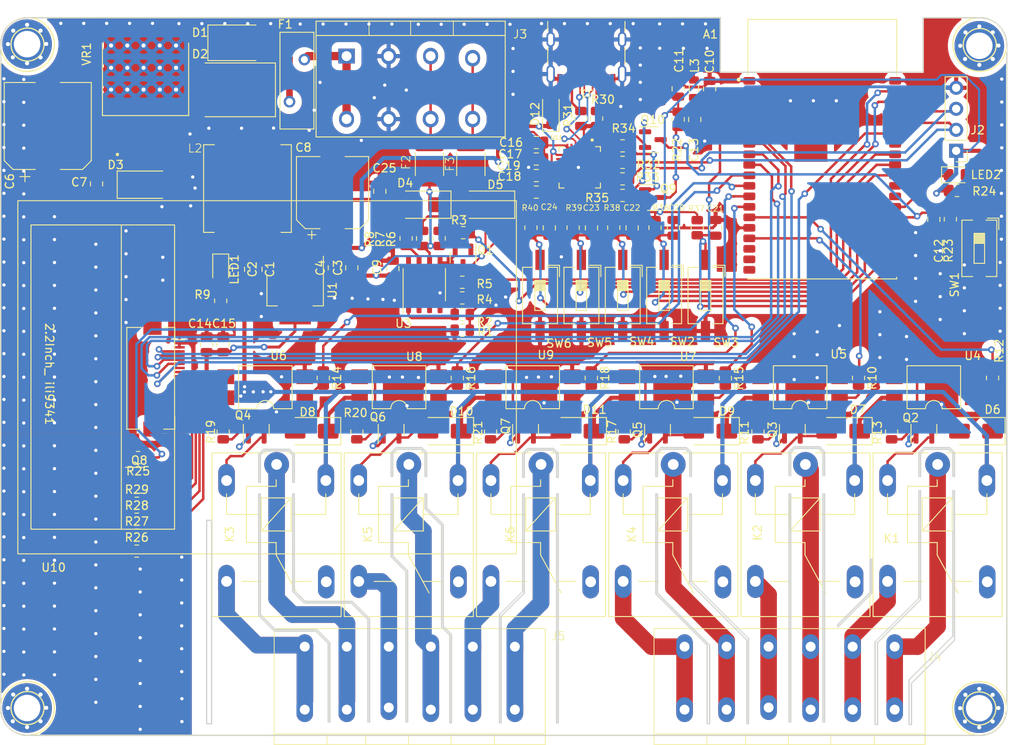
<source format=kicad_pcb>
(kicad_pcb (version 20221018) (generator pcbnew)
  (title_block (title "ESP32_Modbus_Relay_hw") (company "Designer: Pham Duc Hien"))
  (layers (0 "F.Cu" signal) (31 "B.Cu" signal) (34 "B.Paste" user) (35 "F.Paste" user) (36 "B.SilkS" user "B.Silkscreen") (37 "F.SilkS" user "F.Silkscreen") (38 "B.Mask" user) (39 "F.Mask" user) (44 "Edge.Cuts" user))
  (net 0 "")
  (net 1 "GND")
  (net 2 "Net-(A1-VDD3V3)")
  (net 3 "/EN")
  (net 4 "/GPIO36{slash}ADC1_CH0")
  (net 5 "/LCD_DC")
  (net 6 "/LCD_SCL")
  (net 7 "/LCD_MOSI")
  (net 8 "/LCD_CS0")
  (net 9 "/DO5")
  (net 10 "/DO6")
  (net 11 "/DO4")
  (net 12 "/DO3")
  (net 13 "/DO1")
  (net 14 "/DO2")
  (net 21 "/DOWN")
  (net 22 "/UP")
  (net 23 "/BOOT")
  (net 24 "/Blink")
  (net 25 "/LEFT")
  (net 26 "/RIGHT")
  (net 27 "/LCD_MISO")
  (net 28 "/RXD0")
  (net 29 "/TXD0")
  (net 30 "/TXD1")
  (net 31 "/RXD1")
  (net 33 "+5V")
  (net 34 "+3.3V")
  (net 35 "Net-(D2-K)")
  (net 36 "/OK")
  (net 37 "Net-(D1-A2)")
  (net 38 "Net-(D3-K)")
  (net 39 "Net-(D4-A1)")
  (net 40 "Net-(D5-A2)")
  (net 41 "Net-(D6-A)")
  (net 42 "Net-(D7-A)")
  (net 43 "Net-(D8-A)")
  (net 44 "Net-(D9-A)")
  (net 45 "Net-(D10-A)")
  (net 46 "Net-(D11-A)")
  (net 47 "Net-(D12-A)")
  (net 48 "+12V")
  (net 49 "A")
  (net 50 "B")
  (net 51 "/X-")
  (net 52 "Net-(J1-CC1)")
  (net 53 "/USB_D+")
  (net 54 "/USB_D-")
  (net 55 "/Y-")
  (net 56 "Net-(J1-CC2)")
  (net 57 "/X+")
  (net 58 "/Y+")
  (net 59 "/COM1")
  (net 60 "/NO1")
  (net 62 "/COM2")
  (net 63 "/NO2")
  (net 65 "/COM6")
  (net 66 "/NO6")
  (net 68 "/COM3")
  (net 69 "/NO3")
  (net 71 "/COM5")
  (net 72 "/NO5")
  (net 74 "/COM4")
  (net 75 "/NO4")
  (net 77 "Net-(LED1-A)")
  (net 78 "Net-(LED2-A)")
  (net 79 "Net-(Q1-B)")
  (net 80 "Net-(Q1-C)")
  (net 81 "Net-(Q2-B)")
  (net 82 "Net-(Q3-B)")
  (net 83 "Net-(Q4-B)")
  (net 84 "Net-(Q5-B)")
  (net 85 "Net-(Q6-B)")
  (net 86 "Net-(Q7-B)")
  (net 87 "Net-(Q8-B)")
  (net 88 "Net-(Q8-C)")
  (net 89 "Net-(U3-RO)")
  (net 90 "Net-(R10-Pad2)")
  (net 91 "Net-(R11-Pad1)")
  (net 92 "Net-(R12-Pad2)")
  (net 93 "Net-(R13-Pad1)")
  (net 94 "Net-(R14-Pad2)")
  (net 95 "Net-(R15-Pad2)")
  (net 96 "Net-(R16-Pad2)")
  (net 97 "Net-(R17-Pad1)")
  (net 98 "Net-(R18-Pad2)")
  (net 99 "Net-(R19-Pad1)")
  (net 100 "Net-(R20-Pad1)")
  (net 101 "Net-(R21-Pad1)")
  (net 102 "/LCD_BL")
  (net 103 "/BL1-")
  (net 104 "/BL2-")
  (net 105 "/BL3-")
  (net 106 "/BL4-")
  (net 107 "/CP_TXD")
  (net 108 "/CP_RXD")
  (net 109 "Net-(Q9-B)")
  (net 110 "/CP_DTR")
  (net 111 "Net-(Q10-B)")
  (net 112 "/CP_RST")
  (net 113 "/CP_DCD")
  (net 114 "/CP_RI")
  (net 119 "/CP_CTS")
  (net 120 "/CP_DSR")
  (footprint "Resistor_SMD:R_0805_2012Metric_Pad1.20x1.40mm_HandSolder" (layer "F.Cu") (at 196.6 62.9)
    (fp_text reference "R24")
    (fp_text value "1K")
  )
  (footprint "Resistor_SMD:R_0805_2012Metric_Pad1.20x1.40mm_HandSolder" (layer "F.Cu") (at 107.6 76.25 90)
    (fp_text reference "R9")
    (fp_text value "2.2K")
  )
  (footprint "Capacitor_SMD:C_0805_2012Metric" (layer "F.Cu") (at 145.75 61.1 180)
    (fp_text reference "C19")
    (fp_text value "100nF")
  )
  (footprint "Package_SO:SO-8_3.9x4.9mm_P1.27mm" (layer "F.Cu") (at 132.2125 74.3 90)
    (fp_text reference "U3")
    (fp_text value "MAX485")
  )
  (footprint "Capacitor_SMD:C_0805_2012Metric_Pad1.18x1.45mm_HandSolder" (layer "F.Cu") (at 109.75 72.43 -90)
    (fp_text reference "C2")
    (fp_text value "10uF")
  )
  (footprint "Capacitor_SMD:C_0805_2012Metric" (layer "F.Cu") (at 193.8 66.4 -90)
    (fp_text reference "C12")
    (fp_text value "100nF")
  )
  (footprint "Diode_SMD:D_SMA" (layer "F.Cu") (at 182.84 92.0125 180)
    (fp_text reference "D7")
    (fp_text value "1N4148")
  )
  (footprint "Resistor_SMD:R_0805_2012Metric" (layer "F.Cu") (at 156.175 63.5 180)
    (fp_text reference "R35")
    (fp_text value "10k")
  )
  (footprint "Relay_THT:Relay_SPDT_SANYOU_SRD_Series_Form_C" (layer "F.Cu") (at 178.28 96.036 -90)
    (fp_text reference "K2")
    (fp_text value "SRA-5VDC-CL")
  )
  (footprint "Lib_Hien:KF142_6P_5.08" (layer "F.Cu") (at 192.753 115.921 180)
    (fp_text reference "J4")
    (fp_text value "Conn_01x06_Pin")
  )
  (footprint "Resistor_SMD:R_0805_2012Metric" (layer "F.Cu") (at 151.14 54.2 90)
    (fp_text reference "R31")
    (fp_text value "5.1K")
  )
  (footprint "Capacitor_SMD:C_0805_2012Metric" (layer "F.Cu") (at 145.75 59.1 180)
    (fp_text reference "C17")
    (fp_text value "100nF")
  )
  (footprint "Resistor_SMD:R_0805_2012Metric" (layer "F.Cu") (at 162.9 54.3 -90)
    (fp_text reference "R22")
    (fp_text value "10K")
  )
  (footprint "Resistor_SMD:R_0805_2012Metric" (layer "F.Cu") (at 156.38 92.0825 -90)
    (fp_text reference "R17")
    (fp_text value "1k")
  )
  (footprint "Resistor_SMD:R_0805_2012Metric" (layer "F.Cu") (at 200.9 85.58 -90)
    (fp_text reference "R12")
    (fp_text value "330R")
  )
  (footprint "Capacitor_SMD:C_0805_2012Metric_Pad1.18x1.45mm_HandSolder" (layer "F.Cu") (at 92.6 62.1 -90)
    (fp_text reference "C7")
    (fp_text value "100nF")
  )
  (footprint "Diode_SMD:D_SMA" (layer "F.Cu") (at 139.63 64.62 180)
    (fp_text reference "D5")
    (fp_text value "D_TVS")
  )
  (footprint "Relay_THT:Relay_SPDT_SANYOU_SRD_Series_Form_C" (layer "F.Cu") (at 162.3 96.036 -90)
    (fp_text reference "K4")
    (fp_text value "SRA-5VDC-CL")
  )
  (footprint "Button_Switch_SMD:SW_DIP_SPSTx01_Slide_6.7x4.1mm_W8.61mm_P2.54mm_LowProfile" (layer "F.Cu") (at 161.2 75.6 -90)
    (fp_text reference "SW2")
    (fp_text value "SW_Push")
  )
  (footprint "Diode_SMD:D_SMA" (layer "F.Cu") (at 134.66 92.0125 180)
    (fp_text reference "D10")
    (fp_text value "1N4148")
  )
  (footprint "Package_TO_SOT_SMD:SOT-23" (layer "F.Cu") (at 136.8925 71 -90)
    (fp_text reference "Q1")
    (fp_text value "2SC1815-HF")
  )
  (footprint "Capacitor_SMD:C_0805_2012Metric" (layer "F.Cu") (at 107.9 81.5 90)
    (fp_text reference "C15")
    (fp_text value "100nF")
  )
  (footprint "Package_TO_SOT_SMD:SOT-23" (layer "F.Cu") (at 111.9 91.8425 90)
    (fp_text reference "Q4")
    (fp_text value "2SC1815/HF")
  )
  (footprint "Resistor_SMD:R_0805_2012Metric" (layer "F.Cu") (at 160.1 67.4 -90)
    (fp_text reference "R36")
    (fp_text value "10K")
  )
  (footprint "Resistor_SMD:R_0805_2012Metric" (layer "F.Cu") (at 136.8 77.9 180)
    (fp_text reference "R2")
    (fp_text value "4.7K")
  )
  (footprint "Capacitor_SMD:C_0805_2012Metric" (layer "F.Cu") (at 152.422222 67.42 90)
    (fp_text reference "C23")
    (fp_text value "100nF")
  )
  (footprint "Diode_SMD:D_SMB" (layer "F.Cu") (at 109.7125 45.04)
    (fp_text reference "D1")
    (fp_text value "TVS")
  )
  (footprint "Relay_THT:Relay_SPDT_SANYOU_SRD_Series_Form_C" (layer "F.Cu") (at 194.26 96.036 -90)
    (fp_text reference "K1")
    (fp_text value "SRA-5VDC-CL")
  )
  (footprint "Button_Switch_SMD:SW_DIP_SPSTx01_Slide_6.7x4.1mm_W8.61mm_P2.54mm_LowProfile" (layer "F.Cu") (at 156.2 75.6 -90)
    (fp_text reference "SW4")
    (fp_text value "SW_Push")
  )
  (footprint "Resistor_SMD:R_0805_2012Metric" (layer "F.Cu") (at 172.54 92.0825 -90)
    (fp_text reference "R11")
    (fp_text value "1k")
  )
  (footprint "Lib_Hien:Vit" (layer "F.Cu") (at 84.2 45.2)
    (fp_text reference "V2")
    (fp_text value "Vit")
  )
  (footprint "Capacitor_SMD:C_0805_2012Metric" (layer "F.Cu") (at 166.7 50.6 90)
    (fp_text reference "C10")
    (fp_text value "100nF")
  )
  (footprint "Resistor_SMD:R_0805_2012Metric" (layer "F.Cu") (at 136.8 75.9 180)
    (fp_text reference "R4")
    (fp_text value "10K")
  )
  (footprint "Capacitor_SMD:C_0805_2012Metric_Pad1.18x1.45mm_HandSolder" (layer "F.Cu") (at 111.865 72.43 -90)
    (fp_text reference "C1")
    (fp_text value "100nF")
  )
  (footprint "Resistor_SMD:R_0805_2012Metric" (layer "F.Cu") (at 168.6 85.6 -90)
    (fp_text reference "R15")
    (fp_text value "330R")
  )
  (footprint "Capacitor_SMD:C_0805_2012Metric" (layer "F.Cu") (at 147.322222 67.42 90)
    (fp_text reference "C24")
    (fp_text value "100nF")
  )
  (footprint "Lib_Hien:KF142_4P_5.08" (layer "F.Cu") (at 122.8157 46.646)
    (fp_text reference "J3")
    (fp_text value "header input")
  )
  (footprint "Capacitor_SMD:CP_Elec_8x10.5" (layer "F.Cu") (at 121.12 63.16 90)
    (fp_text reference "C8")
    (fp_text value "220uF/25V")
  )
  (footprint "Capacitor_SMD:C_0805_2012Metric" (layer "F.Cu") (at 162.322222 67.42 90)
    (fp_text reference "C20")
    (fp_text value "100nF")
  )
  (footprint "Diode_SMD:D_SMA" (layer "F.Cu") (at 98.6 62.2)
    (fp_text reference "D3")
    (fp_text value "1N5820")
  )
  (footprint "Package_TO_SOT_SMD:SOT-23" (layer "F.Cu") (at 159.8375 56.75)
    (fp_text reference "Q10")
    (fp_text value "S8050")
  )
  (footprint "Capacitor_SMD:CP_Elec_10x10" (layer "F.Cu") (at 86.7 55.1 90)
    (fp_text reference "C6")
    (fp_text value "470uF/25V")
  )
  (footprint "Resistor_SMD:R_0805_2012Metric" (layer "F.Cu") (at 97.47 100.73)
    (fp_text reference "R29")
    (fp_text value "220R")
  )
  (footprint "Diode_SMD:D_SMA" (layer "F.Cu") (at 131.93 64.62 180)
    (fp_text reference "D4")
    (fp_text value "D_TVS")
  )
  (footprint "Connector_PinHeader_2.54mm:PinHeader_1x04_P2.54mm_Vertical" (layer "F.Cu") (at 196.5 58.1 180)
    (fp_text reference "J2")
    (fp_text value "UART0_EXT")
  )
  (footprint "LED_SMD:LED_0805_2012Metric_Pad1.15x1.40mm_HandSolder" (layer "F.Cu") (at 196.6 61)
    (fp_text reference "LED2")
    (fp_text value "RED")
  )
  (footprint "Capacitor_SMD:C_0805_2012Metric" (layer "F.Cu") (at 145.75 63.1 180)
    (fp_text reference "C18")
    (fp_text value "100nF")
  )
  (footprint "Package_TO_SOT_SMD:SOT-23" (layer "F.Cu") (at 192.6 91.8425 90)
    (fp_text reference "Q2")
    (fp_text value "2SC1815/HF")
  )
  (footprint "Resistor_SMD:R_0805_2012Metric" (layer "F.Cu") (at 156.175 61.5 180)
    (fp_text reference "R33")
    (fp_text value "470R")
  )
  (footprint "Resistor_SMD:R_0805_2012Metric" (layer "F.Cu") (at 97.62 95.2 180)
    (fp_text reference "R25")
    (fp_text value "2.2K")
  )
  (footprint "Lib_Hien:Vit" (layer "F.Cu") (at 199.2886 125.5254)
    (fp_text reference "V4")
    (fp_text value "Vit")
  )
  (footprint "Resistor_SMD:R_0805_2012Metric" (layer "F.Cu") (at 150.2 67.4 -90)
    (fp_text reference "R39")
    (fp_text value "10K")
  )
  (footprint "Relay_THT:Relay_SPDT_SANYOU_SRD_Series_Form_C" (layer "F.Cu") (at 114.36 96.036 -90)
    (fp_text reference "K3")
    (fp_text value "SRA-5VDC-CL")
  )
  (footprint "Lib_Hien:Fuse_SMD_1812" (layer "F.Cu") (at 133.1898 59.5894 90)
    (fp_text reference "F2")
    (fp_text value "Fuse")
  )
  (footprint "Resistor_SMD:R_0805_2012Metric" (layer "F.Cu") (at 155.111112 67.4 -90)
    (fp_text reference "R38")
    (fp_text value "10K")
  )
  (footprint "Capacitor_SMD:C_0805_2012Metric" (layer "F.Cu") (at 167.422224 67.42 90)
    (fp_text reference "C21")
    (fp_text value "100nF")
  )
  (footprint "Capacitor_SMD:C_0805_2012Metric" (layer "F.Cu") (at 123.45 72.25 90)
    (fp_text reference "C3")
    (fp_text value "10uF")
  )
  (footprint "Package_DIP:SMDIP-4_W9.53mm" (layer "F.Cu") (at 193.8 86.7 180)
    (fp_text reference "U4")
    (fp_text value "PC817")
  )
  (footprint "Connector_USB:USB_C_Receptacle_GCT_USB4105-xx-A_16P_TopMnt_Horizontal" (layer "F.Cu") (at 151.8 45.71 180)
    (fp_text reference "J1")
    (fp_text value "USB_C_Receptacle_USB2.0")
  )
  (footprint "Resistor_SMD:R_0805_2012Metric" (layer "F.Cu") (at 130.0125 68.7 90)
    (fp_text reference "R8")
    (fp_text value "4.7K")
  )
  (footprint "Resistor_SMD:R_0805_2012Metric" (layer "F.Cu") (at 124.06 92.0825 -90)
    (fp_text reference "R20")
    (fp_text value "1k")
  )
  (footprint "Resistor_SMD:R_0805_2012Metric" (layer "F.Cu") (at 120 85.58 -90)
    (fp_text reference "R14")
    (fp_text value "330R")
  )
  (footprint "Resistor_SMD:R_0805_2012Metric" (layer "F.Cu") (at 107.9 92.0825 -90)
    (fp_text reference "R19")
    (fp_text value "1k")
  )
  (footprint "Resistor_SMD:R_0805_2012Metric" (layer "F.Cu") (at 153.04 54.2 90)
    (fp_text reference "R30")
    (fp_text value "5.1K")
  )
  (footprint "Capacitor_SMD:C_0805_2012Metric" (layer "F.Cu") (at 128.4125 72.35 -90)
    (fp_text reference "C9")
    (fp_text value "100nF")
  )
  (footprint "Resistor_SMD:R_0805_2012Metric" (layer "F.Cu") (at 156.175 59.5 180)
    (fp_text reference "R32")
    (fp_text value "470R")
  )
  (footprint "Package_DIP:SMDIP-4_W9.53mm" (layer "F.Cu") (at 177.64 86.7 180)
    (fp_text reference "U5")
    (fp_text value "PC817")
  )
  (footprint "Resistor_SMD:R_0805_2012Metric" (layer "F.Cu") (at 145.1 67.4 -90)
    (fp_text reference "R40")
    (fp_text value "10K")
  )
  (footprint "Resistor_SMD:R_0805_2012Metric" (layer "F.Cu") (at 136.8 74 180)
    (fp_text reference "R5")
    (fp_text value "10K")
  )
  (footprint "Package_DIP:SMDIP-4_W9.53mm" (layer "F.Cu") (at 145.32 86.7 180)
    (fp_text reference "U9")
    (fp_text value "PC817")
  )
  (footprint "Diode_SMD:D_SOD-123F" (layer "F.Cu") (at 147.51 53.53 90)
    (fp_text reference "D12")
    (fp_text value "1N4007_T7")
  )
  (footprint "Diode_SMD:D_SMC" (layer "F.Cu") (at 109.3075 50.73 180)
    (fp_text reference "D2")
    (fp_text value "ES3J_3A")
  )
  (footprint "Package_DIP:SMDIP-4_W9.53mm" (layer "F.Cu") (at 161.48 86.7 180)
    (fp_text reference "U7")
    (fp_text value "PC817")
  )
  (footprint "Lib_Hien:L_10x10" (layer "F.Cu") (at 110.5 62.6 90)
    (fp_text reference "L2")
    (fp_text value "33uH_2.9A")
  )
  (footprint "Relay_THT:Relay_SPDT_SANYOU_SRD_Series_Form_C" (layer "F.Cu") (at 146.32 96.036 -90)
    (fp_text reference "K6")
    (fp_text value "SRA-5VDC-CL")
  )
  (footprint "Capacitor_SMD:C_0805_2012Metric" (layer "F.Cu") (at 164.9 54.32 -90)
    (fp_text reference "C13")
    (fp_text value "100nF")
  )
  (footprint "Package_DIP:SMDIP-4_W9.53mm" (layer "F.Cu") (at 129.16 86.7 180)
    (fp_text reference "U8")
    (fp_text value "PC817")
  )
  (footprint "Relay_THT:Relay_SPDT_SANYOU_SRD_Series_Form_C" (layer "F.Cu") (at 130.34 96.036 -90)
    (fp_text reference "K5")
    (fp_text value "SRA-5VDC-CL")
  )
  (footprint "Lib_Hien:Vit" (layer "F.Cu") (at 84.2 125.5)
    (fp_text reference "V3")
    (fp_text value "Vit")
  )
  (footprint "Resistor_SMD:R_0805_2012Metric" (layer "F.Cu") (at 140.22 92.0825 -90)
    (fp_text reference "R21")
    (fp_text value "1k")
  )
  (footprint "Capacitor_SMD:C_0805_2012Metric_Pad1.18x1.45mm_HandSolder" (layer "F.Cu") (at 126.8308 63.0009 90)
    (fp_text reference "C25")
    (fp_text value "100nF")
  )
  (footprint "Resistor_SMD:R_0805_2012Metric" (layer "F.Cu") (at 165.2 67.4 -90)
    (fp_text reference "R37")
    (fp_text value "10K")
  )
  (footprint "Lib_Hien:LM2596S-ADJ" (layer "F.Cu") (at 98.517 50.4714 90)
    (fp_text reference "VR1")
    (fp_text value "LM2596S-ADJ")
  )
  (footprint "Lib_Hien:TFT_ILI9341_2.2INCH" (layer "F.Cu") (at 143.34 64.135 -90)
    (fp_text reference "U10")
    (fp_text value "2.2inch_TFT_ILI9341_SPI")
  )
  (footprint "Button_Switch_SMD:SW_DIP_SPSTx01_Slide_6.7x4.1mm_W8.61mm_P2.54mm_LowProfile" (layer "F.Cu") (at 199.3 69.9 -90)
    (fp_text reference "SW1")
    (fp_text value "SW_Push")
  )
  (footprint "Resistor_SMD:R_0805_2012Metric" (layer "F.Cu") (at 136.8 79.8)
    (fp_text reference "R1")
    (fp_text value "10K")
  )
  (footprint "Fuse:Fuse_BelFuse_0ZRE0033FF_L11.4mm_W3.8mm" (layer "F.Cu") (at 117.717 47.0664 -90)
    (fp_text reference "F1")
    (fp_text value "UF300_3A")
  )
  (footprint "Package_DIP:SMDIP-4_W9.53mm" (layer "F.Cu") (at 113 86.7 180)
    (fp_text reference "U6")
    (fp_text value "PC817")
  )
  (footprint "Package_TO_SOT_SMD:SOT-23" (layer "F.Cu") (at 128.2 91.8425 90)
    (fp_text reference "Q6")
    (fp_text value "2SC1815/HF")
  )
  (footprint "Resistor_SMD:R_0805_2012Metric" (layer "F.Cu") (at 134.0125 68.7 -90)
    (fp_text reference "R6")
    (fp_text value "4.7K")
  )
  (footprint "Lib_Hien:Fuse_SMD_1812" (layer "F.Cu") (at 138.1898 59.5894 90)
    (fp_text reference "F3")
    (fp_text value "Fuse")
  )
  (footprint "Lib_Hien:Vit" (layer "F.Cu") (at 199.3 45.4)
    (fp_text reference "V1")
    (fp_text value "Vit")
  )
  (footprint "Package_TO_SOT_SMD:SOT-23" (layer "F.Cu") (at 144.45 91.8425 90)
    (fp_text reference "Q7")
    (fp_text value "2SC1815/HF")
  )
  (footprint "Lib_Hien:XCVR_ESP32-WROVER-I" (layer "F.Cu") (at 180.31 57.9)
    (fp_text reference "A1")
    (fp_text value "ESP32-WROVER-I")
  )
  (footprint "Diode_SMD:D_SMA" (layer "F.Cu") (at 150.72 92.0125 180)
    (fp_text reference "D11")
    (fp_text value "1N4148")
  )
  (footprint "Capacitor_SMD:C_0805_2012Metric" (layer "F.Cu") (at 105.9 81.5 90)
    (fp_text reference "C14")
    (fp_text value "10uF")
  )
  (footprint "Package_TO_SOT_SMD:SOT-23" (layer "F.Cu") (at 176.7 91.8425 90)
    (fp_text reference "Q3")
    (fp_text value "2SC1815/HF")
  )
  (footprint "Resistor_SMD:R_0805_2012Metric" (layer "F.Cu") (at 97.46 104.58)
    (fp_text reference "R27")
    (fp_text value "220R")
  )
  (footprint "Diode_SMD:D_SMA" (layer "F.Cu") (at 166.78 92.0125 180)
    (fp_text reference "D9")
    (fp_text value "1N4148")
  )
  (footprint "Lib_Hien:CP2102" (layer "F.Cu") (at 151 60.1 -90)
    (fp_text reference "U11")
    (fp_text value "CP2102-GM")
  )
  (footprint "Resistor_SMD:R_0805_2012Metric" (layer "F.Cu") (at 195.8 66.38 90)
    (fp_text reference "R23")
    (fp_text value "10K")
  )
  (footprint "Package_TO_SOT_SMD:SOT-23" (layer "F.Cu") (at 160.4 91.8425 90)
    (fp_text reference "Q5")
    (fp_text value "2SC1815/HF")
  )
  (footprint "Resistor_SMD:R_0805_2012Metric" (layer "F.Cu") (at 97.4525 106.52)
    (fp_text reference "R26")
    (fp_text value "220R")
  )
  (footprint "Inductor_SMD:L_0805_2012Metric" (layer "F.Cu") (at 164.8 50.6 90)
    (fp_text reference "L3")
    (fp_text value "10uH")
  )
  (footprint "Resistor_SMD:R_0805_2012Metric" (layer "F.Cu") (at 136.2 85.58 -90)
    (fp_text reference "R16")
    (fp_text value "330R")
  )
  (footprint "Package_TO_SOT_SMD:SOT-23" (layer "F.Cu") (at 97.7575 97.95)
    (fp_text reference "Q8")
    (fp_text value "2SC1815-HF")
  )
  (footprint "Diode_SMD:D_SMA" (layer "F.Cu") (at 118.6 92.0125 180)
    (fp_text reference "D8")
    (fp_text value "1N4148")
  )
  (footprint "Capacitor_SMD:C_0805_2012Metric" (layer "F.Cu") (at 145.75 57.1 180)
    (fp_text reference "C16")
    (fp_text value "100nF")
  )
  (footprint "Lib_Hien:KF142_6P_5.08" (layer "F.Cu") (at 146.843 115.921 180)
    (fp_text reference "J5")
    (fp_text value "Conn_01x06_Pin")
  )
  (footprint "Resistor_SMD:R_0805_2012Metric" (layer "F.Cu") (at 156.175 57.5 180)
    (fp_text reference "R34")
    (fp_text value "10k")
  )
  (footprint "Package_TO_SOT_SMD:SOT-223-3_TabPin2" (layer "F.Cu") (at 116.6 74.95 -90)
    (fp_text reference "U1")
    (fp_text value "AMS1117-3.3")
  )
  (footprint "Resistor_SMD:R_0805_2012Metric" (layer "F.Cu") (at 188.7 92.0825 -90)
    (fp_text reference "R13")
    (fp_text value "1k")
  )
  (footprint "Resistor_SMD:R_0805_2012Metric" (layer "F.Cu") (at 136.9125 68 180)
    (fp_text reference "R3")
    (fp_text value "2.2K")
  )
  (footprint "Capacitor_SMD:C_0805_2012Metric" (layer "F.Cu") (at 121.335 72.25 90)
    (fp_text reference "C4")
    (fp_text value "100nF")
  )
  (footprint "Capacitor_SMD:C_0805_2012Metric" (layer "F.Cu") (at 157.333334 67.42 90)
    (fp_text reference "C22")
    (fp_text value "100nF")
  )
  (footprint "Resistor_SMD:R_0805_2012Metric" (layer "F.Cu") (at 152.4 85.58 -90)
    (fp_text reference "R18")
    (fp_text value "330R")
  )
  (footprint "Resistor_SMD:R_0805_2012Metric" (layer "F.Cu") (at 132.0125 68.7 90)
    (fp_text reference "R7")
    (fp_text value "120R")
  )
  (footprint "LED_SMD:LED_0805_2012Metric_Pad1.15x1.40mm_HandSolder" (layer "F.Cu") (at 107.6 72.45 -90)
    (fp_text reference "LED1")
    (fp_text value "RED")
  )
  (footprint "Button_Switch_SMD:SW_DIP_SPSTx01_Slide_6.7x4.1mm_W8.61mm_P2.54mm_LowProfile" (layer "F.Cu") (at 151.2 75.6 -90)
    (fp_text reference "SW5")
    (fp_text value "SW_Push")
  )
  (footprint "Button_Switch_SMD:SW_DIP_SPSTx01_Slide_6.7x4.1mm_W8.61mm_P2.54mm_LowProfile" (layer "F.Cu") (at 146.2 75.6 -90)
    (fp_text reference "SW6")
    (fp_text value "SW_Push")
  )
  (footprint "Capacitor_SMD:C_0805_2012Metric" (layer "F.Cu") (at 162.9 50.6 90)
    (fp_text reference "C11")
    (fp_text value "1uF")
  )
  (footprint "Button_Switch_SMD:SW_DIP_SPSTx01_Slide_6.7x4.1mm_W8.61mm_P2.54mm_LowProfile" (layer "F.Cu") (at 166.2 75.6 -90)
    (fp_text reference "SW3")
    (fp_text value "SW_Push")
  )
  (footprint "Resistor_SMD:R_0805_2012Metric" (layer "F.Cu") (at 184.7 85.58 -90)
    (fp_text reference "R10")
    (fp_text value "330R")
  )
  (footprint "Diode_SMD:D_SMA" (layer "F.Cu") (at 198.9 92.0125 180)
    (fp_text reference "D6")
    (fp_text value "1N4148")
  )
  (footprint "Resistor_SMD:R_0805_2012Metric" (layer "F.Cu") (at 97.46 102.66)
    (fp_text reference "R28")
    (fp_text value "220R")
  )
  (footprint "Package_TO_SOT_SMD:SOT-23" (layer "F.Cu") (at 159.8375 63.75)
    (fp_text reference "Q9")
    (fp_text value "S8050")
  )
  (gr_line (start 84.25 42) (end 168 42) (stroke (width 0.15)) (layer "F.SilkS"))
  (gr_circle (center 84.25 125.5) (end 86.25 125.5) (stroke (width 0.15)) (fill none) (layer "F.SilkS"))
  (gr_line (start 199.35 128.8) (end 84.25 128.8) (stroke (width 0.15)) (layer "F.SilkS"))
  (gr_arc (start 81 45.25) (mid 81.951903 42.951903) (end 84.25 42) (stroke (width 0.15)) (layer "F.SilkS"))
  (gr_circle (center 84.25 125.55) (end 87.5 125.55) (stroke (width 0.15)) (fill none) (layer "F.SilkS"))
  (gr_line (start 199.35 42) (end 192.5 42) (stroke (width 0.15)) (layer "F.SilkS"))
  (gr_line (start 202.6 45.25) (end 202.6 125.55) (stroke (width 0.15)) (layer "F.SilkS"))
  (gr_line (start 168 48.6) (end 192.5 48.6) (stroke (width 0.15)) (layer "F.SilkS"))
  (gr_line (start 168 48.6) (end 168 42) (stroke (width 0.15)) (layer "F.SilkS"))
  (gr_arc (start 199.35 42) (mid 201.648097 42.951903) (end 202.6 45.25) (stroke (width 0.15)) (layer "F.SilkS"))
  (gr_circle (center 199.3 125.55) (end 202.55 125.55) (stroke (width 0.15)) (fill none) (layer "F.SilkS"))
  (gr_line (start 81 125.55) (end 81 45.25) (stroke (width 0.15)) (layer "F.SilkS"))
  (gr_arc (start 84.25 128.8) (mid 81.951903 127.848097) (end 81 125.55) (stroke (width 0.15)) (layer "F.SilkS"))
  (gr_line (start 192.5 48.6) (end 192.5 42) (stroke (width 0.15)) (layer "F.SilkS"))
  (gr_circle (center 199.35 45.25) (end 202.6 45.25) (stroke (width 0.15)) (fill none) (layer "F.SilkS"))
  (gr_circle (center 199.35 45.3) (end 201.35 45.3) (stroke (width 0.15)) (fill none) (layer "F.SilkS"))
  (gr_circle (center 199.3 125.55) (end 201.3 125.55) (stroke (width 0.15)) (fill none) (layer "F.SilkS"))
  (gr_arc (start 202.6 125.55) (mid 201.648097 127.848097) (end 199.35 128.8) (stroke (width 0.15)) (layer "F.SilkS"))
  (gr_circle (center 84.25 45.25) (end 86.25 45.25) (stroke (width 0.15)) (fill none) (layer "F.SilkS"))
  (gr_circle (center 84.25 45.25) (end 87.5 45.25) (stroke (width 0.15)) (fill none) (layer "F.SilkS"))
  (gr_poly (pts (xy 196.1 99.2) (xy 196.3 99.2) (xy 196.3 117.3) (xy 191.1 122.5) (xy 191.1 127.5) (xy 190.8 127.5) (xy 190.8 122.1) (xy 196.1 116.8) (xy 196.1 101.3)) (stroke (width 0.15)) (fill none) (layer "Edge.Cuts"))
  (gr_line (start 199.371903 42.011903) (end 192.5 42.011903) (stroke (width 0.15)) (layer "Edge.Cuts"))
  (gr_poly (pts (xy 180.4 99.6) (xy 180.6 99.6) (xy 180.6 127.2) (xy 180.4 127.2) (xy 180.4 124.6)) (stroke (width 0.15)) (fill none) (layer "Edge.Cuts"))
  (gr_poly (pts (xy 144.1 99.6) (xy 144.3 99.6) (xy 144.3 111.6) (xy 141.5 114.4) (xy 141.5 127.3) (xy 141.3 127.3) (xy 141.3 114.2) (xy 144.1 111.4) (xy 144.1 111.4)) (stroke (width 0.15)) (fill none) (layer "Edge.Cuts"))
  (gr_line (start 199.371903 128.811903) (end 84.271903 128.811903) (stroke (width 0.15)) (layer "Edge.Cuts"))
  (gr_arc (start 84.271903 128.811903) (mid 81.973806 127.86) (end 81.021903 125.561903) (stroke (width 0.15)) (layer "Edge.Cuts"))
  (gr_poly (pts (xy 186.1 107.5) (xy 186.1 111.5) (xy 182.2 115.4) (xy 182.2 115.4) (xy 182.2 115.7) (xy 186.3 111.6) (xy 186.3 107.5)) (stroke (width 0.15)) (fill none) (layer "Edge.Cuts"))
  (gr_poly (pts (xy 112.2 99.6) (xy 112.4 99.6) (xy 112.4 99.6) (xy 112.4 114.2) (xy 114.2 116) (xy 119.2 116) (xy 120.8 117.6) (xy 120.8 127.2) (xy 120.6 127.2) (xy 120.6 117.7) (xy 119.1 116.2) (xy 114.1 116.2) (xy 112.2 114.3) (xy 112.2 99.6)) (stroke (width 0.15)) (fill none) (layer "Edge.Cuts"))
  (gr_line (start 168 48.6) (end 168 42.02) (stroke (width 0.15)) (layer "Edge.Cuts"))
  (gr_poly (pts (xy 160.4 99.6) (xy 160.4 111.6) (xy 166.7 117.9) (xy 166.7 127.4) (xy 166.4 127.4) (xy 166.4 127.3) (xy 166.4 117.9) (xy 160.2 111.7) (xy 160.2 99.6)) (stroke (width 0.15)) (fill none) (layer "Edge.Cuts"))
  (gr_poly (pts (xy 128.8 94) (xy 131.9 94) (xy 132.5 94.6) (xy 132.5 97.5) (xy 132.3 97.5) (xy 132.3 94.7) (xy 131.8 94.2) (xy 128.9 94.2) (xy 128.4 94.7) (xy 128.4 97.5) (xy 128.2 97.5) (xy 128.2 94.6)) (stroke (width 0.15)) (fill none) (layer "Edge.Cuts"))
  (gr_poly (pts (xy 116.5 99.6) (xy 116.5 111.3) (xy 117.8 112.6) (xy 123.5 112.6) (xy 125.6 114.7) (xy 125.6 127.2) (xy 125.5 127.2) (xy 125.4 127.2) (xy 125.4 114.8) (xy 123.4 112.8) (xy 117.7 112.8) (xy 116.3 111.4) (xy 116.3 99.6)) (stroke (width 0.15)) (fill none) (layer "Edge.Cuts"))
  (gr_poly (pts (xy 160.8 94) (xy 163.9 94) (xy 164.5 94.6) (xy 164.5 97.5) (xy 164.3 97.5) (xy 164.3 94.7) (xy 163.8 94.2) (xy 160.9 94.2) (xy 160.4 94.7) (xy 160.4 97.5) (xy 160.2 97.5) (xy 160.2 94.6)) (stroke (width 0.15)) (fill none) (layer "Edge.Cuts"))
  (gr_poly (pts (xy 132.3 99.6) (xy 132.5 99.6) (xy 132.5 101.3) (xy 134.5 103.3) (xy 134.5 115.6) (xy 135.5 116.6) (xy 135.5 127.3) (xy 135.3 127.3) (xy 135.3 116.7) (xy 134.3 115.7) (xy 134.3 103.4) (xy 132.3 101.4) (xy 132.3 99.6)) (stroke (width 0.15)) (fill none) (layer "Edge.Cuts"))
  (gr_line (start 84.271903 42.011903) (end 168 42.011903) (stroke (width 0.15)) (layer "Edge.Cuts"))
  (gr_poly (pts (xy 144.7 94.1) (xy 147.8 94.1) (xy 148.4 94.7) (xy 148.4 97.6) (xy 148.2 97.6) (xy 148.2 94.8) (xy 147.7 94.3) (xy 144.8 94.3) (xy 144.3 94.8) (xy 144.3 97.6) (xy 144.1 97.6) (xy 144.1 94.7)) (stroke (width 0.15)) (fill none) (layer "Edge.Cuts"))
  (gr_poly (pts (xy 128.2 99.6) (xy 128.4 99.6) (xy 128.4 107.1) (xy 130.2 108.9) (xy 130.2 127.2) (xy 130 127.2) (xy 130 109) (xy 128.2 107.2) (xy 128.2 99.6) (xy 128.2 99.6)) (stroke (width 0.15)) (fill none) (layer "Edge.Cuts"))
  (gr_poly (pts (xy 192 99.2) (xy 192.2 99.2) (xy 192.2 112.4) (xy 187 117.6) (xy 187 127.5) (xy 186.7 127.5) (xy 186.7 117.5) (xy 192 112.2) (xy 192 99.9)) (stroke (width 0.15)) (fill none) (layer "Edge.Cuts"))
  (gr_poly (pts (xy 176.9 93.9) (xy 180 93.9) (xy 180.6 94.5) (xy 180.6 97.4) (xy 180.4 97.4) (xy 180.4 94.6) (xy 179.9 94.1) (xy 177 94.1) (xy 176.5 94.6) (xy 176.5 97.4) (xy 176.3 97.4) (xy 176.3 94.5)) (stroke (width 0.15)) (fill none) (layer "Edge.Cuts"))
  (gr_rect (start 105.9 102.8) (end 106.5 127.4) (stroke (width 0.15)) (fill none) (layer "Edge.Cuts"))
  (gr_poly (pts (xy 112.8 94.2) (xy 115.9 94.2) (xy 116.5 94.8) (xy 116.5 98.2) (xy 116.3 98.2) (xy 116.3 94.9) (xy 115.8 94.4) (xy 112.9 94.4) (xy 112.4 94.9) (xy 112.4 98.2) (xy 112.2 98.2) (xy 112.2 94.8)) (stroke (width 0.15)) (fill none) (layer "Edge.Cuts"))
  (gr_poly (pts (xy 176.3 99.6) (xy 176.5 99.6) (xy 176.5 127.2) (xy 176.3 127.2) (xy 176.3 124.6)) (stroke (width 0.15)) (fill none) (layer "Edge.Cuts"))
  (gr_rect (start 148.2 99.6) (end 148.4 127.3) (stroke (width 0.15)) (fill none) (layer "Edge.Cuts"))
  (gr_line (start 81.021903 125.561903) (end 81.021903 45.261903) (stroke (width 0.15)) (layer "Edge.Cuts"))
  (gr_poly (pts (xy 164.3 99.6) (xy 164.5 99.6) (xy 164.5 110.2) (xy 171.4 117.1) (xy 171.4 127.4) (xy 171.2 127.4) (xy 171.2 117.3) (xy 164.3 110.4) (xy 164.3 103.4)) (stroke (width 0.15)) (fill none) (layer "Edge.Cuts"))
  (gr_poly (pts (xy 192.6 94) (xy 195.7 94) (xy 196.3 94.6) (xy 196.3 97.5) (xy 196.1 97.5) (xy 196.1 94.7) (xy 195.6 94.2) (xy 192.7 94.2) (xy 192.2 94.7) (xy 192.2 97.5) (xy 192 97.5) (xy 192 94.6)) (stroke (width 0.15)) (fill none) (layer "Edge.Cuts"))
  (gr_line (start 192.5 48.6) (end 168 48.6) (stroke (width 0.15)) (layer "Edge.Cuts"))
  (gr_arc (start 199.371903 42.011903) (mid 201.67 42.963806) (end 202.621903 45.261903) (stroke (width 0.15)) (layer "Edge.Cuts"))
  (gr_arc (start 81.021903 45.261903) (mid 81.973806 42.963806) (end 84.271903 42.011903) (stroke (width 0.15)) (layer "Edge.Cuts"))
  (gr_arc (start 202.621903 125.561903) (mid 201.67 127.86) (end 199.371903 128.811903) (stroke (width 0.15)) (layer "Edge.Cuts"))
  (gr_line (start 202.621903 45.261903) (end 202.621903 125.561903) (stroke (width 0.15)) (layer "Edge.Cuts"))
  (gr_line (start 192.5 42.01) (end 192.5 48.6) (stroke (width 0.15)) (layer "Edge.Cuts"))
  (segment (start 98.517 59.587) (end 100.6 61.67) (width 0.35) (layer "F.Cu") (net 1))
  (segment (start 162.322222 67.277778) (end 162.17 67.43) (width 0.35) (layer "F.Cu") (net 1))
  (segment (start 123.45 71.3) (end 121.335 71.3) (width 0.35) (layer "F.Cu") (net 1))
  (segment (start 163.79 50.39) (end 165.96 50.39) (width 0.35) (layer "F.Cu") (net 1))
  (segment (start 111.865 73.4675) (end 109.75 73.4675) (width 0.35) (layer "F.Cu") (net 1))
  (segment (start 127.8957 49.6943) (end 127.43 50.16) (width 0.35) (layer "F.Cu") (net 1))
  (segment (start 166.71 49.64) (end 166.7 49.65) (width 0.35) (layer "F.Cu") (net 1))
  (segment (start 86.7 51.1) (end 87.1 50.7) (width 0.35) (layer "F.Cu") (net 1))
  (segment (start 128.77 67.85) (end 129.95 67.85) (width 0.35) (layer "F.Cu") (net 1))
  (segment (start 162.17 67.43) (end 167.06 67.43) (width 0.35) (layer "F.Cu") (net 1))
  (segment (start 143.5 92.78) (end 143.24 92.78) (width 0.35) (layer "F.Cu") (net 1))
  (segment (start 104.38 80.55) (end 105.9 80.55) (width 0.35) (layer "F.Cu") (net 1))
  (segment (start 151 47.82) (end 152.93 47.82) (width 0.25) (layer "F.Cu") (net 1))
  (segment (start 110.95 92.79) (end 109.85 93.89) (width 0.35) (layer "F.Cu") (net 1))
  (segment (start 128.5 68.12) (end 128.77 67.85) (width 0.35) (layer "F.Cu") (net 1))
  (segment (start 127.8957 50.6257) (end 127.8957 54.266) (width 0.35) (layer "F.Cu") (net 1))
  (segment (start 98.517 57.0164) (end 98.517 55.133) (width 0.35) (layer "F.Cu") (net 1))
  (segment (start 100.6 61.67) (end 100.6 62.2) (width 0.35) (layer "F.Cu") (net 1))
  (segment (start 152.35 67.43) (end 157.25 67.43) (width 0.35) (layer "F.Cu") (net 1))
  (segment (start 98.517 55.133) (end 98.81 54.84) (width 0.35) (layer "F.Cu") (net 1))
  (segment (start 151.5 57.73) (end 151.5 59.6) (width 0.25) (layer "F.Cu") (net 1))
  (segment (start 121.335 71.3) (end 119.4 71.3) (width 0.35) (layer "F.Cu") (net 1))
  (segment (start 147.322222 67.072222) (end 147.68 67.43) (width 0.35) (layer "F.Cu") (net 1))
  (segment (start 131.41 85.43) (end 131.5 85.52) (width 0.35) (layer "F.Cu") (net 1))
  (segment (start 199.37 50.48) (end 196.5 50.48) (width 0.35) (layer "F.Cu") (net 1))
  (segment (start 152.422222 67.357778) (end 152.35 67.43) (width 0.35) (layer "F.Cu") (net 1))
  (segment (start 201.8 68.37) (end 201.8 52.91) (width 0.35) (layer "F.Cu") (net 1))
  (segment (start 134.1175 75.2975) (end 134.11 75.29) (width 0.35) (layer "F.Cu") (net 1))
  (segment (start 134.05 73.14) (end 132.89 73.14) (width 0.35) (layer "F.Cu") (net 1))
  (segment (start 132.89 73.14) (end 132.62 73.41) (width 0.35) (layer "F.Cu") (net 1))
  (segment (start 130.43 74.45) (end 128.67 74.45) (width 0.35) (layer "F.Cu") (net 1))
  (segment (start 167.06 67.43) (end 167.422224 67.067776) (width 0.35) (layer "F.Cu") (net 1))
  (segment (start 101.917 57.0164) (end 102.9436 57.0164) (width 0.35) (layer "F.Cu") (net 1))
  (segment (start 101.917 55.257) (end 101.917 57.0164) (width 0.35) (layer "F.Cu") (net 1))
  (segment (start 134.895 71.725) (end 135.9425 70.6775) (width 0.35) (layer "F.Cu") (net 1))
  (segment (start 124.4058 59.5384) (end 124.4287 59.5613) (width 0.35) (layer "F.Cu") (net 1))
  (segment (start 125.7587 59.5613) (end 124.4287 59.5613) (width 0.35) (layer "F.Cu") (net 1))
  (segment (start 107.6 71.425) (end 107.7075 71.425) (width 0.35) (layer "F.Cu") (net 1))
  (segment (start 199.3 70.87) (end 199.3 74.205) (width 0.35) (layer "F.Cu") (net 1))
  (segment (start 96.82 98.9) (end 94.78 98.9) (width 0.35) (layer "F.Cu") (net 1))
  (segment (start 98.517 57.0164) (end 98.517 59.587) (width 0.35) (layer "F.Cu") (net 1))
  (segment (start 82.84 52.35) (end 82.84 62.32) (width 0.35) (layer "F.Cu") (net 1))
  (segment (start 152.93 47.82) (end 153.54 48.43) (width 0.25) (layer "F.Cu") (net 1))
  (segment (start 102.618 84.86) (end 102.6 84.842) (width 0.25) (layer "F.Cu") (net 1))
  (segment (start 128.4125 71.4) (end 128.5 71.3125) (width 0.35) (layer "F.Cu") (net 1))
  (segment (start 126.8474 61.98) (end 129.13 61.98) (width 0.35) (layer "F.Cu") (net 1))
  (segment (start 148.88 70.83) (end 148.78 70.93) (width 0.35) (layer "F.Cu") (net 1))
  (segment (start 128.3125 71.3) (end 128.4125 71.4) (width 0.35) (layer "F.Cu") (net 1))
  (segment (start 193.55 50.48) (end 196.5 50.48) (width 0.35) (layer "F.Cu") (net 1))
  (segment (start 193.77 68.46) (end 195.51 70.2) (width 0.35) (layer "F.Cu") (net 1))
  (segment (start 104.04 84.86) (end 104.022 84.842) (width 0.35) (layer "F.Cu") (net 1))
  (segment (start 169.64 67.42) (end 168.69 66.47) (width 0.35) (layer "F.Cu") (net 1))
  (segment (start 195.51 70.2) (end 198.63 70.2) (width 0.35) (layer "F.Cu") (net 1))
  (segment (start 201.8 52.91) (end 199.37 50.48) (width 0.35) (layer "F.Cu") (net 1))
  (segment (start 151.5 57.73) (end 151.5 55.4725) (width 0.25) (layer "F.Cu") (net 1))
  (segment (start 151.5 55.4725) (end 151.14 55.1125) (width 0.25) (layer "F.Cu") (net 1))
  (segment (start 156.12 44.635) (end 147.48 44.635) (width 0.35) (layer "F.Cu") (net 1))
  (segment (start 141.6 64.08) (end 141.6 65.1) (width 0.35) (layer "F.Cu") (net 1))
  (segment (start 107.7075 71.425) (end 109.75 73.4675) (width 0.35) (layer "F.Cu") (net 1))
  (segment (start 155.37 53.84) (end 155.37 51.06) (width 0.35) (layer "F.Cu") (net 1))
  (segment (start 135.9425 70.6775) (end 135.9425 70.0625) (width 0.35) (layer "F.Cu") (net 1))
  (segment (start 119.4 71.3) (end 118.9 71.8) (width 0.35) (layer "F.Cu") (net 1))
  (segment (start 162.9 49.65) (end 163.05 49.65) (width 0.35) (layer "F.Cu") (net 1))
  (segment (start 155 49.39) (end 155.545 49.39) (width 0.35) (layer "F.Cu") (net 1))
  (segment (start 143.24 92.78) (end 142.6 93.42) (width 0.35) (layer "F.Cu") (net 1))
  (segment (start 153.04 55.1125) (end 154.0975 55.1125) (width 0.35) (layer "F.Cu") (net 1))
  (segment (start 165.96 50.39) (end 166.7 49.65) (width 0.35) (layer "F.Cu") (net 1))
  (segment (start 189.12 49.64) (end 192.71 49.64) (width 0.35) (layer "F.Cu") (net 1))
  (segment (start 94.78 98.9) (end 92.6 96.72) (width 0.35) (layer "F.Cu") (net 1))
  (segment (start 131.5 85.52) (end 131.59 85.43) (width 0.35) (layer "F.Cu") (net 1))
  (segment (start 157.333334 67.346666) (end 157.25 67.43) (width 0.35) (layer "F.Cu") (net 1))
  (segment (start 153.55 50.37) (end 154.24 51.06) (width 0.35) (layer "F.Cu") (net 1))
  (segment (start 127.43 50.16) (end 127.8957 50.6257) (width 0.35) (layer "F.Cu") (net 1))
  (segment (start 130.34 85.43) (end 131.41 85.43) (width 0.35) (layer "F.Cu") (net 1))
  (segment (start 87.1 50.7) (end 94.3514 50.7) (width 0.35) (layer "F.Cu") (net 1))
  (segment (start 127.8957 54.266) (end 127.8957 57.4243) (width 0.35) (layer "F.Cu") (net 1))
  (segment (start 162.322222 66.47) (end 162.322222 67.277778) (width 0.35) (layer "F.Cu") (net 1))
  (segment (start 107.5413 45.9504) (end 106.9569 45.366) (width 0.35) (layer "F.Cu") (net 1))
  (segment (start 126.8308 60.5008) (end 126.8308 61.9634) (width 0.35) (layer "F.Cu") (net 1))
  (segment (start 142.58 63.1) (end 141.6 64.08) (width 0.35) (layer "F.Cu") (net 1))
  (segment (start 129.57 84.66) (end 129.57 85.47) (width 0.35) (layer "F.Cu") (net 1))
  (segment (start 156.12 50.31) (end 156.12 48.815) (width 0.35) (layer "F.Cu") (net 1))
  (segment (start 134.1175 71.725) (end 134.1175 72.001751) (width 0.35) (layer "F.Cu") (net 1))
  (segment (start 167.422224 67.067776) (end 167.422224 66.47) (width 0.35) (layer "F.Cu") (net 1))
  (segment (start 84.09 51.1) (end 86.7 51.1) (width 0.35) (layer "F.Cu") (net 1))
  (segment (start 166.2 79.905) (end 146.2 79.905) (width 0.35) (layer "F.Cu") (net 1))
  (segment (start 124.4287 59.5613) (end 125.8913 59.5613) (width 0.35) (layer "F.Cu") (net 1))
  (segment (start 98.81 54.84) (end 101.5 54.84) (width 0.35) (layer "F.Cu") (net 1))
  (segment (start 147.48 44.635) (end 147.48 48.815) (width 0.35) (layer "F.Cu") (net 1))
  (segment (start 123.45 71.3) (end 128.3125 71.3) (width 0.35) (layer "F.Cu") (net 1))
  (segment (start 131.59 85.43) (end 133.925 85.43) (width 0.35) (layer "F.Cu") (net 1))
  (segment (start 193.77 67.38) (end 193.77 68.46) (width 0.35) (layer "F.Cu") (net 1))
  (segment (start 129.13 61.98) (end 129.9 62.75) (width 0.35) (layer "F.Cu") (net 1))
  (segment (start 132.62 73.41) (end 131.47 73.41) (width 0.35) (layer "F.Cu") (net 1))
  (segment (start 127.8957 46.646) (end 127.8957 49.6943) (width 0.35) (layer "F.Cu") (net 1))
  (segment (start 144.8 57.1) (end 144.8 63.1) (width 0.35) (layer "F.Cu") (net 1))
  (segment (start 127.8957 57.4243) (end 125.7587 59.5613) (width 0.35) (layer "F.Cu") (net 1))
  (segment (start 129.57 85.47) (end 130.38 85.47) (width 0.35) (layer "F.Cu") (net 1))
  (segment (start 101.5 54.84) (end 101.917 55.257) (width 0.35) (layer "F.Cu") (net 1))
  (segment (start 153.54 48.43) (end 153.54 49.38) (width 0.25) (layer "F.Cu") (net 1))
  (segment (start 92.6 96.72) (end 92.6 63.1375) (width 0.35) (layer "F.Cu") (net 1))
  (segment (start 104.38 84.52) (end 104.04 84.86) (width 0.35) (layer "F.Cu") (net 1))
  (segment (start 175.75 92.78) (end 175 93.53) (width 0.35) (layer "F.Cu") (net 1))
  (segment (start 154.24 51.06) (end 155.37 51.06) (width 0.35) (layer "F.Cu") (net 1))
  (segment (start 147.68 67.43) (end 148.88 67.43) (width 0.35) (layer "F.Cu") (net 1))
  (segment (start 157.333334 66.47) (end 157.333334 67.346666) (width 0.35) (layer "F.Cu") (net 1))
  (segment (start 104.013 81.367) (end 104.38 81) (width 0.35) (layer "F.Cu") (net 1))
  (segment (start 127.86 82.95) (end 129.57 84.66) (width 0.35) (layer "F.Cu") (net 1))
  (segment (start 163.05 49.65) (end 163.79 50.39) (width 0.35) (layer "F.Cu") (net 1))
  (segment (start 154.0975 55.1125) (end 155.37 53.84) (width 0.35) (layer "F.Cu") (net 1))
  (segment (start 153.55 49.39) (end 153.55 50.37) (width 0.35) (layer "F.Cu") (net 1))
  (segment (start 151.205 55.1775) (end 153 55.1775) (width 0.35) (layer "F.Cu") (net 1))
  (segment (start 126.8308 61.9634) (end 126.8474 61.98) (width 0.35) (layer "F.Cu") (net 1))
  (segment (start 150.55 49.39) (end 150.55 48.27) (width 0.25) (layer "F.Cu") (net 1))
  (segment (start 104.004 84.86) (end 102.618 84.86) (width 0.25) (layer "F.Cu") (net 1))
  (segment (start 92.6 63.1375) (end 83.6575 63.1375) (width 0.35) (layer "F.Cu") (net 1))
  (segment (start 130.38 85.47) (end 130.34 85.43) (width 0.35) (layer "F.Cu") (net 1))
  (segment (start 92.87 63.4075) (end 92.6 63.1375) (width 0.35) (layer "F.Cu") (net 1))
  (segment (start 157.25 67.43) (end 162.17 67.43) (width 0.35) (layer "F.Cu") (net 1))
  (segment (start 199.3 70.87) (end 201.8 68.37) (width 0.35) (layer "F.Cu") (net 1))
  (segment (start 104.022 84.842) (end 104.004 84.86) (width 0.25) (layer "F.Cu") (net 1))
  (segment (start 148.88 67.43) (end 152.35 67.43) (width 0.35) (layer "F.Cu") (net 1))
  (segment (start 148.88 67.43) (end 148.88 70.83) (width 0.35) (layer "F.Cu") (net 1))
  (segment (start 191.65 92.78) (end 191.54 92.78) (width 0.35) (layer "F.Cu") (net 1))
  (segment (start 156.12 48.815) (end 156.12 44.635) (width 0.35) (layer "F.Cu") (net 1))
  (segment (start 102.9436 57.0164) (end 103.89 56.07) (width 0.35) (layer "F.Cu") (net 1))
  (segment (start 155.545 49.39) (end 156.12 48.815) (width 0.35) (layer "F.Cu") (net 1))
  (segment (start 107.9 80.55) (end 105.9 80.55) (width 0.35) (layer "F.Cu") (net 1))
  (segment (start 152.422222 66.47) (end 152.422222 67.357778) (width 0.35) (layer "F.Cu") (net 1))
  (segment (start 127.86 75.26) (end 127.86 82.95) (width 0.35) (layer "F.Cu") (net 1))
  (segment (start 155.37 51.06) (end 156.12 50.31) (width 0.35) (layer "F.Cu") (net 1))
  (segment (start 83.6575 63.1375) (end 82.84 62.32) (width 0.35) (layer "F.Cu") (net 1))
  (segment (start 171.5 67.42) (end 169.64 67.42) (width 0.35) (layer "F.Cu") (net 1))
  (segment (start 134.1175 72.001751) (end 134.05 72.069251) (width 0.35) (layer "F.Cu") (net 1))
  (segment (start 128.5 71.3125) (end 128.5 68.12) (width 0.35) (layer "F.Cu") (net 1))
  (segment (start 168.69 66.47) (end 167.422224 66.47) (width 0.35) (layer "F.Cu") (net 1))
  (segment (start 151.14 55.1125) (end 151.205 55.1775) (width 0.35) (layer "F.Cu") (net 1))
  (segment (start 159.45 92.78) (end 159.3 92.78) (width 0.35) (layer "F.Cu") (net 1))
  (segment (start 130.0125 67.7875) (end 130.0125 65.2125) (width 0.35) (layer "F.Cu") (net 1))
  (segment (start 129.95 67.85) (end 130.0125 67.7875) (width 0.35) (layer "F.Cu") (net 1))
  (segment (start 134.1175 76.875) (end 134.1175 75.2975) (width 0.35) (layer "F.Cu") (net 1))
  (segment (start 121.1308 59.5384) (end 124.4058 59.5384) (width 0.35) (layer "F.Cu") (net 1))
  (segment (start 171.5 49.64) (end 166.71 49.64) (width 0.35) (layer "F.Cu") (net 1))
  (segment (start 126.58 93.79) (end 126 93.79) (width 0.35) (layer "F.Cu") (net 1))
  (segment (start 128.67 74.45) (end 127.86 75.26) (width 0.35) (layer "F.Cu") (net 1))
  (segment (start 147.322222 66.47) (end 147.322222 67.072222) (width 0.35) (layer "F.Cu") (net 1))
  (segment (start 192.71 49.64) (end 193.55 50.48) (width 0.35) (layer "F.Cu") (net 1))
  (segment (start 131.47 73.41) (end 130.43 74.45) (width 0.35) (layer "F.Cu") (net 1))
  (segment (start 148.055 49.39) (end 147.48 48.815) (width 0.35) (layer "F.Cu") (net 1))
  (segment (start 193.8 67.35) (end 193.77 67.38) (width 0.35) (layer "F.Cu") (net 1))
  (segment (start 125.8913 59.5613) (end 126.8308 60.5008) (width 0.35) (layer "F.Cu") (net 1))
  (segment (start 82.84 52.35) (end 84.09 51.1) (width 0.35) (layer "F.Cu") (net 1))
  (segment (start 104.38 80.55) (end 104.38 84.52) (width 0.35) (layer "F.Cu") (net 1))
  (segment (start 130.0125 65.2125) (end 129.9 65.1) (width 0.35) (layer "F.Cu") (net 1))
  (segment (start 144.8 63.1) (end 142.58 63.1) (width 0.35) (layer "F.Cu") (net 1))
  (segment (start 198.63 70.2) (end 199.3 70.87) (width 0.35) (layer "F.Cu") (net 1))
  (segment (start 129.9 62.75) (end 129.9 65.1) (width 0.35) (layer "F.Cu") (net 1))
  (segment (start 175 93.53) (end 174.78 93.53) (width 0.35) (layer "F.Cu") (net 1))
  (segment (start 104.38 81) (end 104.38 80.55) (width 0.35) (layer "F.Cu") (net 1))
  (segment (start 134.1175 71.725) (end 134.895 71.725) (width 0.35) (layer "F.Cu") (net 1))
  (segment (start 102.6 81.367) (end 104.013 81.367) (width 0.35) (layer "F.Cu") (net 1))
  (segment (start 159.3 92.78) (end 158.47 93.61) (width 0.35) (layer "F.Cu") (net 1))
  (segment (start 102.6 81.867) (end 102.6 81.367) (width 0.35) (layer "F.Cu") (net 1))
  (segment (start 127.25 92.78) (end 127.25 93.12) (width 0.35) (layer "F.Cu") (net 1))
  (segment (start 127.25 93.12) (end 126.58 93.79) (width 0.35) (layer "F.Cu") (net 1))
  (segment (start 151.5 59.6) (end 151 60.1) (width 0.35) (layer "F.Cu") (net 1))
  (segment (start 153.54 49.38) (end 153.55 49.39) (width 0.25) (layer "F.Cu") (net 1))
  (segment (start 148.6 49.39) (end 148.055 49.39) (width 0.35) (layer "F.Cu") (net 1))
  (segment (start 150.55 48.27) (end 150.99 47.83) (width 0.25) (layer "F.Cu") (net 1))
  (segment (start 191.54 92.78) (end 190.75 93.57) (width 0.35) (layer "F.Cu") (net 1))
  (segment (start 110.95 92.78) (end 110.95 92.79) (width 0.35) (layer "F.Cu") (net 1))
  (segment (start 134.05 72.069251) (end 134.05 73.14) (width 0.35) (layer "F.Cu") (net 1))
  (via (at 81.4 57.701152) (size 0.8) (drill 0.4) (layers "F.Cu" "B.Cu") (net 1))
  (via (at 197.49 77.45) (size 0.8) (drill 0.4) (layers "F.Cu" "B.Cu") (net 1))
  (via (at 179.7 82.769616) (size 0.8) (drill 0.4) (layers "F.Cu" "B.Cu") (net 1))
  (via (at 194.73 88.77) (size 0.8) (drill 0.4) (layers "F.Cu" "B.Cu") (net 1))
  (via (at 83.8 77.17384) (size 0.8) (drill 0.4) (layers "F.Cu" "B.Cu") (net 1))
  (via (at 201.82 79.92) (size 0.8) (drill 0.4) (layers "F.Cu" "B.Cu") (net 1))
  (via (at 134.258848 42.8) (size 0.8) (drill 0.4) (layers "F.Cu" "B.Cu") (net 1))
  (via (at 176.92 85.77) (size 0.8) (drill 0.4) (layers "F.Cu" "B.Cu") (net 1))
  (via (at 83.8 104.87768) (size 0.8) (drill 0.4) (layers "F.Cu" "B.Cu") (net 1))
  (via (at 81.4 85.404992) (size 0.8) (drill 0.4) (layers "F.Cu" "B.Cu") (net 1))
  (via (at 127.21 76.08) (size 0.8) (drill 0.4) (layers "F.Cu" "B.Cu") (net 1))
  (via (at 83.8 99.336912) (size 0.8) (drill 0.4) (layers "F.Cu" "B.Cu") (net 1))
  (via (at 127.99 85.47) (size 0.8) (drill 0.4) (layers "F.Cu" "B.Cu") (net 1))
  (via (at 131.5 85.52) (size 0.8) (drill 0.4) (layers "F.Cu" "B.Cu") (net 1))
  (via (at 100.6 70.979616) (size 0.8) (drill 0.4) (layers "F.Cu" "B.Cu") (net 1))
  (via (at 160.08 85.4) (size 0.8) (drill 0.4) (layers "F.Cu" "B.Cu") (net 1))
  (via (at 114.96 85.44) (size 0.8) (drill 0.4) (layers "F.Cu" "B.Cu") (net 1))
  (via (at 134.11 75.29) (size 0.8) (drill 0.4) (layers "F.Cu" "B.Cu") (net 1))
  (via (at 96.16 76.099616) (size 0.8) (drill 0.4) (layers "F.Cu" "B.Cu") (net 1))
  (via (at 166.199232 42.75) (size 0.8) (drill 0.4) (layers "F.Cu" "B.Cu") (net 1))
  (via (at 102.558464 42.72) (size 0.8) (drill 0.4) (layers "F.Cu" "B.Cu") (net 1))
  (via (at 88.279232 42.69) (size 0.8) (drill 0.4) (layers "F.Cu" "B.Cu") (net 1))
  (via (at 87.51 88.235376) (size 0.8) (drill 0.4) (layers "F.Cu" "B.Cu") (net 1))
  (via (at 158.32 51.9) (size 0.8) (drill 0.4) (layers "F.Cu" "B.Cu") (net 1))
  (via (at 92.51 122.0396) (size 0.8) (drill 0.4) (layers "F.Cu" "B.Cu") (net 1))
  (via (at 92.51 116.498832) (size 0.8) (drill 0.4) (layers "F.Cu" "B.Cu") (net 1))
  (via (at 142.94 48.500384) (size 0.8) (drill 0.4) (layers "F.Cu" "B.Cu") (net 1))
  (via (at 201.97 60.48) (size 0.8) (drill 0.4) (layers "F.Cu" "B.Cu") (net 1))
  (via (at 158.32 47.74) (size 0.8) (drill 0.4) (layers "F.Cu" "B.Cu") (net 1))
  (via (at 81.4 104.79768) (size 0.8) (drill 0.4) (layers "F.Cu" "B.Cu") (net 1))
  (via (at 97.87 119.768848) (size 0.8) (drill 0.4) (layers "F.Cu" "B.Cu") (net 1))
  (via (at 187.28 77.568848) (size 0.8) (drill 0.4) (layers "F.Cu" "B.Cu") (net 1))
  (via (at 102.91 127.14) (size 0.8) (drill 0.4) (layers "F.Cu" "B.Cu") (net 1))
  (via (at 201.97 68.791152) (size 0.8) (drill 0.4) (layers "F.Cu" "B.Cu") (net 1))
  (via (at 102.89 110.018448) (size 0.8) (drill 0.4) (layers "F.Cu" "B.Cu") (net 1))
  (via (at 87.51 82.694608) (size 0.8) (drill 0.4) (layers "F.Cu" "B.Cu") (net 1))
  (via (at 87.51 102.087296) (size 0.8) (drill 0.4) (layers "F.Cu" "B.Cu") (net 1))
  (via (at 92.51 86.024608) (size 0.8) (drill 0.4) (layers "F.Cu" "B.Cu") (net 1))
  (via (at 87.51 79.924224) (size 0.8) (drill 0.4) (layers "F.Cu" "B.Cu") (net 1))
  (via (at 124.6 56.84) (size 0.8) (drill 0.4) (layers "F.Cu" "B.Cu") (net 1))
  (via (at 125.4 76.02) (size 0.8) (drill 0.4) (layers "F.Cu" "B.Cu") (net 1))
  (via (at 201.97 63.250384) (size 0.8) (drill 0.4) (layers "F.Cu" "B.Cu") (net 1))
  (via (at 194.57 78.51) (size 0.8) (drill 0.4) (layers "F.Cu" "B.Cu") (net 1))
  (via (at 151.92 42.72) (size 0.8) (drill 0.4) (layers "F.Cu" "B.Cu") (net 1))
  (via (at 139.799616 42.8) (size 0.8) (drill 0.4) (layers "F.Cu" "B.Cu") (net 1))
  (via (at 97.87 111.457696) (size 0.8) (drill 0.4) (layers "F.Cu" "B.Cu") (net 1))
  (via (at 92.51 113.728448) (size 0.8) (drill 0.4) (layers "F.Cu" "B.Cu") (net 1))
  (via (at 92.51 80.48384) (size 0.8) (drill 0.4) (layers "F.Cu" "B.Cu") (net 1))
  (via (at 122.75 42.77) (size 0.8) (drill 0.4) (layers "F.Cu" "B.Cu") (net 1))
  (via (at 118.9 53.19) (size 0.8) (drill 0.4) (layers "F.Cu" "B.Cu") (net 1))
  (via (at 190.5 80.569616) (size 0.8) (drill 0.4) (layers "F.Cu" "B.Cu") (net 1))
  (via (at 163.428848 42.75) (size 0.8) (drill 0.4) (layers "F.Cu" "B.Cu") (net 1))
  (via (at 83.8 91.02576) (size 0.8) (drill 0.4) (layers "F.Cu" "B.Cu") (net 1))
  (via (at 119.61 49.83) (size 0.8) (drill 0.4) (layers "F.Cu" "B.Cu") (net 1))
  (via (at 87.51 115.939216) (size 0.8) (drill 0.4) (layers "F.Cu" "B.Cu") (net 1))
  (via (at 83.8 63.32192) (size 0.8) (drill 0.4) (layers "F.Cu" "B.Cu") (net 1))
  (via (at 140.88 76.77) (size 0.8) (drill 0.4) (layers "F.Cu" "B.Cu") (net 1))
  (via (at 191.6 73.539616) (size 0.8) (drill 0.4) (layers "F.Cu" "B.Cu") (net 1))
  (via (at 102.89 118.3296) (size 0.8) (drill 0.4) (layers "F.Cu" "B.Cu") (net 1))
  (via (at 83.8 66.092304) (size 0.8) (drill 0.4) (layers "F.Cu" "B.Cu") (net 1))
  (via (at 92.51 83.254224) (size 0.8) (drill 0.4) (layers "F.Cu" "B.Cu") (net 1))
  (via (at 81.4 63.24192) (size 0.8) (drill 0.4) (layers "F.Cu" "B.Cu") (net 1))
  (via (at 96.16 67.788464) (size 0.8) (drill 0.4) (layers "F.Cu" "B.Cu") (net 1))
  (via (at 87.51 118.7096) (size 0.8) (drill 0.4) (layers "F.Cu" "B.Cu") (net 1))
  (via (at 157.460768 42.72) (size 0.8) (drill 0.4) (layers "F.Cu" "B.Cu") (net 1))
  (via (at 148.78 70.93) (size 0.8) (drill 0.4) (layers "F.Cu" "B.Cu") (net 1))
  (via (at 87.51 107.628064) (size 0.8) (drill 0.4) (layers "F.Cu" "B.Cu") (net 1))
  (via (at 146.379232 42.72) (size 0.8) (drill 0.4) (layers "F.Cu" "B.Cu") (net 1))
  (via (at 128.59 76.19) (size 0.8) (drill 0.4) (layers "F.Cu" "B.Cu") (net 1))
  (via (at 92.51 97.106144) (size 0.8) (drill 0.4) (layers "F.Cu" "B.Cu") (net 1))
  (via (at 83.8 96.566528) (size 0.8) (drill 0.4) (layers "F.Cu" "B.Cu") (net 1))
  (via (at 81.4 90.94576) (size 0.8) (drill 0.4) (layers "F.Cu" "B.Cu") (net 1))
  (via (at 97.87 125.309616) (size 0.8) (drill 0.4) (layers "F.Cu" "B.Cu") (net 1))
  (via (at 128.290768 42.77) (size 0.8) (drill 0.4) (layers "F.Cu" "B.Cu") (net 1))
  (via (at 87.51 104.85768) (size 0.8) (drill 0.4) (layers "F.Cu" "B.Cu") (net 1))
  (via (at 83.8 49.47) (size 0.8) (drill 0.4) (layers "F.Cu" "B.Cu") (net 1))
  (via (at 97.87 128.08) (size 0.8) (drill 0.4) (layers "F.Cu" "B.Cu") (net 1))
  (via (at 191.6 67.998848) (size 0.8) (drill 0.4) (layers "F.Cu" "B.Cu") (net 1))
  (via (at 83.8 93.796144) (size 0.8) (drill 0.4) (layers "F.Cu" "B.Cu") (net 1))
  (via (at 83.8 55.010768) (size 0.8) (drill 0.4) (layers "F.Cu" "B.Cu") (net 1))
  (via (at 202.01 49.43) (size 0.8) (drill 0.4) (layers "F.Cu" "B.Cu") (net 1))
  (via (at 83.8 82.714608) (size 0.8) (drill 0.4) (layers "F.Cu" "B.Cu") (net 1))
  (via (at 150.84 60.11) (size 0.8) (drill 0.4) (layers "F.Cu" "B.Cu") (net 1))
  (via (at 96.16 78.87) (size 0.8) (drill 0.4) (layers "F.Cu" "B.Cu") (net 1))
  (via (at 105.328848 42.72) (size 0.8) (drill 0.4) (layers "F.Cu" "B.Cu") (net 1))
  (via (at 125.520384 42.77) (size 0.8) (drill 0.4) (layers "F.Cu" "B.Cu") (net 1))
  (via (at 81.4 96.486528) (size 0.8) (drill 0.4) (layers "F.Cu" "B.Cu") (net 1))
  (via (at 118.3 55.62) (size 0.8) (drill 0.4) (layers "F.Cu" "B.Cu") (net 1))
  (via (at 81.4 82.634608) (size 0.8) (drill 0.4) (layers "F.Cu" "B.Cu") (net 1))
  (via (at 83.8 113.188832) (size 0.8) (drill 0.4) (layers "F.Cu" "B.Cu") (net 1))
  (via (at 137.029232 42.8) (size 0.8) (drill 0.4) (layers "F.Cu" "B.Cu") (net 1))
  (via (at 102.89 121.1) (size 0.8) (drill 0.4) (layers "F.Cu" "B.Cu") (net 1))
  (via (at 87.51 74.383456) (size 0.8) (drill 0.4) (layers "F.Cu" "B.Cu") (net 1))
  (via (at 100.5 64.86) (size 0.8) (drill 0.4) (layers "F.Cu" "B.Cu") (net 1))
  (via (at 106.17 55.37) (size 0.8) (drill 0.4) (layers "F.Cu" "B.Cu") (net 1))
  (via (at 182.39 82.01) (size 0.8) (drill 0.4) (layers "F.Cu" "B.Cu") (net 1))
  (via (at 87.51 91.00576) (size 0.8) (drill 0.4) (layers "F.Cu" "B.Cu") (net 1))
  (via (at 93.82 42.69) (size 0.8) (drill 0.4) (layers "F.Cu" "B.Cu") (net 1))
  (via (at 83.8 79.944224) (size 0.8) (drill 0.4) (layers "F.Cu" "B.Cu") (net 1))
  (via (at 87.51 68.842688) (size 0.8) (drill 0.4) (layers "F.Cu" "B.Cu") (net 1))
  (via (at 182.01 52.05) (size 0.8) (drill 0.4) (layers "F.Cu" "B.Cu") (net 1))
  (via (at 83.8 118.7296) (size 0.8) (drill 0.4) (layers "F.Cu" "B.Cu") (net 1))
  (via (at 201.82 71.608848) (size 0.8) (drill 0.4) (layers "F.Cu" "B.Cu") (net 1))
  (via (at 163.53 45.7) (size 0.8) (drill 0.4) (layers "F.Cu" "B.Cu") (net 1))
  (via (at 104.5 62.61) (size 0.8) (drill 0.4) (layers "F.Cu" "B.Cu") (net 1))
  (via (at 179.7 79.999232) (size 0.8) (drill 0.4) (layers "F.Cu" "B.Cu") (net 1))
  (via (at 100.6 73.75) (size 0.8) (drill 0.4) (layers "F.Cu" "B.Cu") (net 1))
  (via (at 81.4 68.782688) (size 0.8) (drill 0.4) (layers "F.Cu" "B.Cu") (net 1))
  (via (at 102.89 107.248064) (size 0.8) (drill 0.4) (layers "F.Cu" "B.Cu") (net 1))
  (via (at 83.8 52.240384) (size 0.8) (drill 0.4) (layers "F.Cu" "B.Cu") (net 1))
  (via (at 114.34 89.68) (size 0.8) (drill 0.4) (layers "F.Cu" "B.Cu") (net 1))
  (via (at 176.92 80.229232) (size 0.8) (drill 0.4) (layers "F.Cu" "B.Cu") (net 1))
  (via (at 83.8 74.403456) (size 0.8) (drill 0.4) (layers "F.Cu" "B.Cu") (net 1))
  (via (at 81.4 54.930768) (size 0.8) (drill 0.4) (layers "F.Cu" "B.Cu") (net 1))
  (via (at 158.32 45.66) (size 0.8) (drill 0.4) (layers "F.Cu" "B.Cu") (net 1))
  (via (at 81.4 121.42) (size 0.8) (drill 0.4) (layers "F.Cu" "B.Cu") (net 1))
  (via (at 202.01 54.970768) (size 0.8) (drill 0.4) (layers "F.Cu" "B.Cu") (net 1))
  (via (at 182.39 79.239616) (size 0.8) (drill 0.4) (layers "F.Cu" "B.Cu") (net 1))
  (via (at 81.4 74.323456) (size 0.8) (drill 0.4) (layers "F.Cu" "B.Cu") (net 1))
  (via (at 179.239616 52.05) (size 0.8) (drill 0.4) (layers "F.Cu" "B.Cu") (net 1))
  (via (at 163.21 85.36) (size 0.8) (drill 0.4) (layers "F.Cu" "B.Cu") (net 1))
  (via (at 142.04 75.79) (size 0.8) (drill 0.4) (layers "F.Cu" "B.Cu") (net 1))
  (via (at 99.360768 42.69) (size 0.8) (drill 0.4) (layers "F.Cu" "B.Cu") (net 1))
  (via (at 158.47 93.61) (size 0.8) (drill 0.4) (layers "F.Cu" "B.Cu") (net 1))
  (via (at 142.94 45.73) (size 0.8) (drill 0.4) (layers "F.Cu" "B.Cu") (net 1))
  (via (at 92.51 91.565376) (size 0.8) (drill 0.4) (layers "F.Cu" "B.Cu") (net 1))
  (via (at 92.51 74.943072) (size 0.8) (drill 0.4) (layers "F.Cu" "B.Cu") (net 1))
  (via (at 112.51 75.379616) (size 0.8) (drill 0.4) (layers "F.Cu" "B.Cu") (net 1))
  (via (at 81.4 110.338448) (size 0.8) (drill 0.4) (layers "F.Cu" "B.Cu") (net 1))
  (via (at 179.7 85.54) (size 0.8) (drill 0.4) (layers "F.Cu" "B.Cu") (net 1))
  (via (at 87.51 93.776144) (size 0.8) (drill 0.4) (layers "F.Cu" "B.Cu") (net 1))
  (via (at 92.51 105.417296) (size 0.8) (drill 0.4) (layers "F.Cu" "B.Cu") (net 1))
  (via (at 87.51 110.398448) (size 0.8) (drill 0.4) (layers "F.Cu" "B.Cu") (net 1))
  (via (at 91.049616 42.69) (size 0.8) (drill 0.4) (layers "F.Cu" "B.Cu") (net 1))
  (via (at 121.37 75.91) (size 0.8) (drill 0.4) (layers "F.Cu" "B.Cu") (net 1))
  (via (at 197.49 80.220384) (size 0.8) (drill 0.4) (layers "F.Cu" "B.Cu") (net 1))
  (via (at 202.01 52.200384) (size 0.8) (drill 0.4) (layers "F.Cu" "B.Cu") (net 1))
  (via (at 81.4 79.864224) (size 0.8) (drill 0.4) (layers "F.Cu" "B.Cu") (net 1))
  (via (at 87.51 99.316912) (size 0.8) (drill 0.4) (layers "F.Cu" "B.Cu") (net 1))
  (via (at 201.82 74.379232) (size 0.8) (drill 0.4) (layers "F.Cu" "B.Cu") (net 1))
  (via (at 127.43 50.16) (size 0.8) (drill 0.4) (layers "F.Cu" "B.Cu") (net 1))
  (via (at 119.979616 42.77) (size 0.8) (drill 0.4) (layers "F.Cu" "B.Cu") (net 1))
  (via (at 97.87 114.22808) (size 0.8) (drill 0.4) (layers "F.Cu" "B.Cu") (net 1))
  (via (at 81.4 52.160384) (size 0.8) (drill 0.4) (layers "F.Cu" "B.Cu") (net 1))
  (via (at 97.87 108.687312) (size 0.8) (drill 0.4) (layers "F.Cu" "B.Cu") (net 1))
  (via (at 194.57 75.739616) (size 0.8) (drill 0.4) (layers "F.Cu" "B.Cu") (net 1))
  (via (at 201.82 77.149616) (size 0.8) (drill 0.4) (layers "F.Cu" "B.Cu") (net 1))
  (via (at 81.4 113.108832) (size 0.8) (drill 0.4) (layers "F.Cu" "B.Cu") (net 1))
  (via (at 142.6 93.42) (size 0.8) (drill 0.4) (layers "F.Cu" "B.Cu") (net 1))
  (via (at 83.8 60.551536) (size 0.8) (drill 0.4) (layers "F.Cu" "B.Cu") (net 1))
  (via (at 174.78 93.53) (size 0.8) (drill 0.4) (layers "F.Cu" "B.Cu") (net 1))
  (via (at 191.6 70.769232) (size 0.8) (drill 0.4) (layers "F.Cu" "B.Cu") (net 1))
  (via (at 110.12 55.37) (size 0.8) (drill 0.4) (layers "F.Cu" "B.Cu") (net 1))
  (via (at 83.8 121.5) (size 0.8) (drill 0.4) (layers "F.Cu" "B.Cu") (net 1))
  (via (at 81.4 71.553072) (size 0.8) (drill 0.4) (layers "F.Cu" "B.Cu") (net 1))
  (via (at 160.67 45.7) (size 0.8) (drill 0.4) (layers "F.Cu" "B.Cu") (net 1))
  (via (at 97.87 122.539232) (size 0.8) (drill 0.4) (layers "F.Cu" "B.Cu") (net 1))
  (via (at 178.65 88.54) (size 0.8) (drill 0.4) (layers "F.Cu" "B.Cu") (net 1))
  (via (at 149.149616 42.72) (size 0.8) (drill 0.4) (layers "F.Cu" "B.Cu") (net 1))
  (via (at 155.96 52.74) (size 0.8) (drill 0.4) (layers "F.Cu" "B.Cu") (net 1))
  (via (at 103.89 56.07) (size 0.8) (drill 0.4) (layers "F.Cu" "B.Cu") (net 1))
  (via (at 176.469232 52.05) (size 0.8) (drill 0.4) (layers "F.Cu" "B.Cu") (net 1))
  (via (at 83.8 115.959216) (size 0.8) (drill 0.4) (layers "F.Cu" "B.Cu") (net 1))
  (via (at 92.51 94.33576) (size 0.8) (drill 0.4) (layers "F.Cu" "B.Cu") (net 1))
  (via (at 92.51 69.402304) (size 0.8) (drill 0.4) (layers "F.Cu" "B.Cu") (net 1))
  (via (at 146.01 85.47) (size 0.8) (drill 0.4) (layers "F.Cu" "B.Cu") (net 1))
  (via (at 190.5 83.34) (size 0.8) (drill 0.4) (layers "F.Cu" "B.Cu") (net 1))
  (via (at 126 93.79) (size 0.8) (drill 0.4) (layers "F.Cu" "B.Cu") (net 1))
  (via (at 194.57 70.198848) (size 0.8) (drill 0.4) (layers "F.Cu" "B.Cu") (net 1))
  (via (at 87.51 66.072304) (size 0.8) (drill 0.4) (layers "F.Cu" "B.Cu") (net 1))
  (via (at 131.488464 42.8) (size 0.8) (drill 0.4) (layers "F.Cu" "B.Cu") (net 1))
  (via (at 83.8 107.648064) (size 0.8) (drill 0.4) (layers "F.Cu" "B.Cu") (net 1))
  (via (at 197.49 74.679616) (size 0.8) (drill 0.4) (layers "F.Cu" "B.Cu") (net 1))
  (via (at 123.49 75.94) (size 0.8) (drill 0.4) (layers "F.Cu" "B.Cu") (net 1))
  (via (at 92.51 88.794992) (size 0.8) (drill 0.4) (layers "F.Cu" "B.Cu") (net 1))
  (via (at 83.8 71.633072) (size 0.8) (drill 0.4) (layers "F.Cu" "B.Cu") (net 1))
  (via (at 166.1 56.93) (size 0.8) (drill 0.4) (layers "F.Cu" "B.Cu") (net 1))
  (via (at 130.04 50.76) (size 0.8) (drill 0.4) (layers "F.Cu" "B.Cu") (net 1))
  (via (at 81.4 60.471536) (size 0.8) (drill 0.4) (layers "F.Cu" "B.Cu") (net 1))
  (via (at 87.51 77.15384) (size 0.8) (drill 0.4) (layers "F.Cu" "B.Cu") (net 1))
  (via (at 81.4 93.716144) (size 0.8) (drill 0.4) (layers "F.Cu" "B.Cu") (net 1))
  (via (at 187.28 83.109616) (size 0.8) (drill 0.4) (layers "F.Cu" "B.Cu") (net 1))
  (via (at 187.28 80.339232) (size 0.8) (drill 0.4) (layers "F.Cu" "B.Cu") (net 1))
  (via (at 92.51 72.172688) (size 0.8) (drill 0.4) (layers "F.Cu" "B.Cu") (net 1))
  (via (at 146.69 88.59) (size 0.8) (drill 0.4) (layers "F.Cu" "B.Cu") (net 1))
  (via (at 87.51 85.464992) (size 0.8) (drill 0.4) (layers "F.Cu" "B.Cu") (net 1))
  (via (at 92.51 124.81) (size 0.8) (drill 0.4) (layers "F.Cu" "B.Cu") (net 1))
  (via (at 102.91 124.369616) (size 0.8) (drill 0.4) (layers "F.Cu" "B.Cu") (net 1))
  (via (at 87.51 96.546528) (size 0.8) (drill 0.4) (layers "F.Cu" "B.Cu") (net 1))
  (via (at 117.209232 42.77) (size 0.8) (drill 0.4) (layers "F.Cu" "B.Cu") (net 1))
  (via (at 144.82 60.1) (size 0.8) (drill 0.4) (layers "F.Cu" "B.Cu") (net 1))
  (via (at 194.57 72.969232) (size 0.8) (drill 0.4) (layers "F.Cu" "B.Cu") (net 1))
  (via (at 130.12 88.94) (size 0.8) (drill 0.4) (layers "F.Cu" "B.Cu") (net 1))
  (via (at 112.51 78.15) (size 0.8) (drill 0.4) (layers "F.Cu" "B.Cu") (net 1))
  (via (at 87.51 121.48) (size 0.8) (drill 0.4) (layers "F.Cu" "B.Cu") (net 1))
  (via (at 81.4 107.568064) (size 0.8) (drill 0.4) (layers "F.Cu" "B.Cu") (net 1))
  (via (at 162.75 88.52) (size 0.8) (drill 0.4) (layers "F.Cu" "B.Cu") (net 1))
  (via (at 97.87 116.998464) (size 0.8) (drill 0.4) (layers "F.Cu" "B.Cu") (net 1))
  (via (at 103.97 64.76) (size 0.8) (drill 0.4) (layers "F.Cu" "B.Cu") (net 1))
  (via (at 81.4 66.012304) (size 0.8) (drill 0.4) (layers "F.Cu" "B.Cu") (net 1))
  (via (at 96.16 70.558848) (size 0.8) (drill 0.4) (layers "F.Cu" "B.Cu") (net 1))
  (via (at 96.590384 42.69) (size 0.8) (drill 0.4) (layers "F.Cu" "B.Cu") (net 1))
  (via (at 126.17 51.68) (size 0.8) (drill 0.4) (layers "F.Cu" "B.Cu") (net 1))
  (via (at 92.51 110.958064) (size 0.8) (drill 0.4) (layers "F.Cu" "B.Cu") (net 1))
  (via (at 92.51 102.646912) (size 0.8) (drill 0.4) (layers "F.Cu" "B.Cu") (net 1))
  (via (at 81.4 49.39) (size 0.8) (drill 0.4) (layers "F.Cu" "B.Cu") (net 1))
  (via (at 83.8 102.107296) (size 0.8) (drill 0.4) (layers "F.Cu" "B.Cu") (net 1))
  (via (at 81.4 88.175376) (size 0.8) (drill 0.4) (layers "F.Cu" "B.Cu") (net 1))
  (via (at 92.51 119.269216) (size 0.8) (drill 0.4) (layers "F.Cu" "B.Cu") (net 1))
  (via (at 190.75 93.57) (size 0.8) (drill 0.4) (layers "F.Cu" "B.Cu") (net 1))
  (via (at 87.51 71.613072) (size 0.8) (drill 0.4) (layers "F.Cu" "B.Cu") (net 1))
  (via (at 142.57 42.8) (size 0.8) (drill 0.4) (layers "F.Cu" "B.Cu") (net 1))
  (via (at 113.99 55.35) (size 0.8) (drill 0.4) (layers "F.Cu" "B.Cu") (net 1))
  (via (at 110.869616 42.72) (size 0.8) (drill 0.4) (layers "F.Cu" "B.Cu") (net 1))
  (via (at 154.690384 42.72) (size 0.8) (drill 0.4) (layers "F.Cu" "B.Cu") (net 1))
  (via (at 113.64 42.72) (size 0.8) (drill 0.4) (layers "F.Cu" "B.Cu") (net 1))
  (via (at 92.51 77.713456) (size 0.8) (drill 0.4) (layers "F.Cu" "B.Cu") (net 1))
  (via (at 144.57 85.51) (size 0.8) (drill 0.4) (layers "F.Cu" "B.Cu") (net 1))
  (via (at 109.85 93.89) (size 0.8) (drill 0.4) (layers "F.Cu" "B.Cu") (net 1))
  (via (at 102.89 112.788832) (size 0.8) (drill 0.4) (layers "F.Cu" "B.Cu") (net 1))
  (via (at 197.49 71.909232) (size 0.8) (drill 0.4) (layers "F.Cu" "B.Cu") (net 1))
  (via (at 83.8 85.484992) (size 0.8) (drill 0.4) (layers "F.Cu" "B.Cu") (net 1))
  (via (at 129.57 85.47) (size 0.8) (drill 0.4) (layers "F.Cu" "B.Cu") (net 1))
  (via (at 102.89 115.559216) (size 0.8) (drill 0.4) (layers "F.Cu" "B.Cu") (net 1))
  (via (at 191.6 76.31) (size 0.8) (drill 0.4) (layers "F.Cu" "B.Cu") (net 1))
  (via (at 147.58 85.44) (size 0.8) (drill 0.4) (layers "F.Cu" "B.Cu") (net 1))
  (via (at 96.16 73.329232) (size 0.8) (drill 0.4) (layers "F.Cu" "B.Cu") (net 1))
  (via (at 92.51 99.876528) (size 0.8) (drill 0.4) (layers "F.Cu" "B.Cu") (net 1))
  (via (at 81.4 102.027296) (size 0.8) (drill 0.4) (layers "F.Cu" "B.Cu") (net 1))
  (via (at 176.92 82.999616) (size 0.8) (drill 0.4) (layers "F.Cu" "B.Cu") (net 1))
  (via (at 161.44 85.39) (size 0.8) (drill 0.4) (layers "F.Cu" "B.Cu") (net 1))
  (via (at 142.94 51.270768) (size 0.8) (drill 0.4) (layers "F.Cu" "B.Cu") (net 1))
  (via (at 81.4 77.09384) (size 0.8) (drill 0.4) (layers "F.Cu" "B.Cu") (net 1))
  (via (at 87.51 113.168832) (size 0.8) (drill 0.4) (layers "F.Cu" "B.Cu") (net 1))
  (via (at 92.51 108.18768) (size 0.8) (drill 0.4) (layers "F.Cu" "B.Cu") (net 1))
  (via (at 166.39 45.7) (size 0.8) (drill 0.4) (layers "F.Cu" "B.Cu") (net 1))
  (via (at 83.8 88.255376) (size 0.8) (drill 0.4) (layers "F.Cu" "B.Cu") (net 1))
  (via (at 158.32 49.82) (size 0.8) (drill 0.4) (layers "F.Cu" "B.Cu") (net 1))
  (via (at 108.099232 42.72) (size 0.8) (drill 0.4) (layers "F.Cu" "B.Cu") (net 1))
  (via (at 81.4 115.879216) (size 0.8) (drill 0.4) (layers "F.Cu" "B.Cu") (net 1))
  (via (at 202.01 57.741152) (size 0.8) (drill 0.4) (layers "F.Cu" "B.Cu") (net 1))
  (via (at 81.4 118.6496) (size 0.8) (drill 0.4) (layers "F.Cu" "B.Cu") (net 1))
  (via (at 83.8 68.862688) (size 0.8) (drill 0.4) (layers "F.Cu" "B.Cu") (net 1))
  (via (at 160.658464 42.75) (size 0.8) (drill 0.4) (layers "F.Cu" "B.Cu") (net 1))
  (via (at 104.22 61.27) (size 0.8) (drill 0.4) (layers "F.Cu" "B.Cu") (net 1))
  (via (at 83.8 110.418448) (size 0.8) (drill 0.4) (layers "F.Cu" "B.Cu") (net 1))
  (via (at 83.8 57.781152) (size 0.8) (drill 0.4) (layers "F.Cu" "B.Cu") (net 1))
  (via (at 201.97 66.020768) (size 0.8) (drill 0.4) (layers "F.Cu" "B.Cu") (net 1))
  (via (at 81.4 99.256912) (size 0.8) (drill 0.4) (layers "F.Cu" "B.Cu") (net 1))
  (segment (start 126 93.79) (end 130.12 89.67) (width 0.35) (layer "B.Cu") (net 1))
  (segment (start 142.6 93.42) (end 142.6 92.68) (width 0.35) (layer "B.Cu") (net 1))
  (segment (start 114.06 89.68) (end 114.34 89.68) (width 0.35) (layer "B.Cu") (net 1))
  (segment (start 166.1 55.34) (end 171.075 50.365) (width 0.35) (layer "B.Cu") (net 1))
  (segment (start 130.12 89.67) (end 130.12 88.94) (width 0.35) (layer "B.Cu") (net 1))
  (segment (start 103.3 55.48) (end 103.3 51.8) (width 0.35) (layer "B.Cu") (net 1))
  (segment (start 142.6 92.68) (end 146.69 88.59) (width 0.35) (layer "B.Cu") (net 1))
  (segment (start 166.1 56.93) (end 166.1 55.34) (width 0.35) (layer "B.Cu") (net 1))
  (segment (start 103.89 56.07) (end 103.3 55.48) (width 0.35) (layer "B.Cu") (net 1))
  (segment (start 190.75 92.75) (end 194.73 88.77) (width 0.35) (layer "B.Cu") (net 1))
  (segment (start 174.78 92.41) (end 178.65 88.54) (width 0.35) (layer "B.Cu") (net 1))
  (segment (start 158.47 92.8) (end 162.75 88.52) (width 0.35) (layer "B.Cu") (net 1))
  (segment (start 190.75 93.57) (end 190.75 92.75) (width 0.35) (layer "B.Cu") (net 1))
  (segment (start 109.85 93.89) (end 114.06 89.68) (width 0.35) (layer "B.Cu") (net 1))
  (segment (start 144.83 60.11) (end 144.82 60.1) (width 0.35) (layer "B.Cu") (net 1))
  (segment (start 158.47 93.61) (end 158.47 92.8) (width 0.35) (layer "B.Cu") (net 1))
  (segment (start 103.3 51.8) (end 102.2 50.7) (width 0.35) (layer "B.Cu") (net 1))
  (segment (start 150.84 60.11) (end 144.83 60.11) (width 0.35) (layer "B.Cu") (net 1))
  (segment (start 196.385 50.365) (end 196.5 50.48) (width 0.35) (layer "B.Cu") (net 1))
  (segment (start 174.78 93.53) (end 174.78 92.41) (width 0.35) (layer "B.Cu") (net 1))
  (segment (start 171.075 50.365) (end 196.385 50.365) (width 0.35) (layer "B.Cu") (net 1))
  (segment (start 164.8 51.6625) (end 166.5875 51.6625) (width 0.3) (layer "F.Cu") (net 2))
  (segment (start 166.5875 51.6625) (end 166.7 51.55) (width 0.3) (layer "F.Cu") (net 2))
  (segment (start 168.59 50.91) (end 167.95 51.55) (width 0.3) (layer "F.Cu") (net 2))
  (segment (start 167.95 51.55) (end 166.7 51.55) (width 0.3) (layer "F.Cu") (net 2))
  (segment (start 171.5 50.91) (end 168.59 50.91) (width 0.3) (layer "F.Cu") (net 2))
  (segment (start 171.5 52.18) (end 169.52 52.18) (width 0.3) (layer "F.Cu") (net 3))
  (segment (start 162.9 55.2125) (end 163.0575 55.2125) (width 0.3) (layer "F.Cu") (net 3))
  (segment (start 162.59 61.33) (end 162.62 61.3) (width 0.3) (layer "F.Cu") (net 3))
  (segment (start 160.775 63.75) (end 161.92 63.75) (width 0.3) (layer "F.Cu") (net 3))
  (segment (start 162.64 55.4725) (end 162.9 55.2125) (width 0.3) (layer "F.Cu") (net 3))
  (segment (start 162.64 56.49) (end 162.64 55.4725) (width 0.3) (layer "F.Cu") (net 3))
  (segment (start 163.0575 55.2125) (end 164.9 53.37) (width 0.3) (layer "F.Cu") (net 3))
  (segment (start 161.92 63.75) (end 162.59 63.08) (width 0.3) (layer "F.Cu") (net 3))
  (segment (start 162.59 63.08) (end 162.59 61.33) (width 0.3) (layer "F.Cu") (net 3))
  (segment (start 168.33 53.37) (end 164.9 53.37) (width 0.3) (layer "F.Cu") (net 3))
  (segment (start 169.52 52.18) (end 168.33 53.37) (width 0.3) (layer "F.Cu") (net 3))
  (via (at 162.62 61.3) (size 0.8) (drill 0.4) (layers "F.Cu" "B.Cu") (net 3))
  (via (at 162.64 56.49) (size 0.8) (drill 0.4) (layers "F.Cu" "B.Cu") (net 3))
  (segment (start 162.62 56.51) (end 162.64 56.49) (width 0.3) (layer "B.Cu") (net 3))
  (segment (start 162.62 61.3) (end 162.62 56.51) (width 0.3) (layer "B.Cu") (net 3))
  (segment (start 100.197606 82.867) (end 100.004781 83.059825) (width 0.3) (layer "F.Cu") (net 5))
  (segment (start 172.546396 55.99) (end 171.5 55.99) (width 0.3) (layer "F.Cu") (net 5))
  (segment (start 176.56 60.003604) (end 172.546396 55.99) (width 0.3) (layer "F.Cu") (net 5))
  (segment (start 176.56 62.97) (end 176.56 60.003604) (width 0.3) (layer "F.Cu") (net 5))
  (segment (start 102.6 82.867) (end 100.197606 82.867) (width 0.3) (layer "F.Cu") (net 5))
  (segment (start 176.6 63.01) (end 176.56 62.97) (width 0.3) (layer "F.Cu") (net 5))
  (via (at 100.004781 83.059825) (size 0.8) (drill 0.4) (layers "F.Cu" "B.Cu") (net 5))
  (via (at 176.6 63.01) (size 0.8) (drill 0.4) (layers "F.Cu" "B.Cu") (net 5))
  (segment (start 176.6 77.792792) (end 176.6 63.01) (width 0.3) (layer "B.Cu") (net 5))
  (segment (start 100.004781 83.059825) (end 100.190125 83.059825) (width 0.3) (layer "B.Cu") (net 5))
  (segment (start 100.190125 83.059825) (end 100.3103 83.18) (width 0.3) (layer "B.Cu") (net 5))
  (segment (start 100.3103 83.18) (end 171.212792 83.18) (width 0.3) (layer "B.Cu") (net 5))
  (segment (start 171.212792 83.18) (end 176.6 77.792792) (width 0.3) (layer "B.Cu") (net 5))
  (segment (start 100.387 82.367) (end 102.6 82.367) (width 0.3) (layer "F.Cu") (net 6))
  (segment (start 175.51 63.64) (end 175.87 63.28) (width 0.3) (layer "F.Cu") (net 6))
  (segment (start 173.18 57.26) (end 171.5 57.26) (width 0.3) (layer "F.Cu") (net 6))
  (segment (start 175.87 63.28) (end 175.87 59.95) (width 0.3) (layer "F.Cu") (net 6))
  (segment (start 175.87 59.95) (end 173.18 57.26) (width 0.3) (layer "F.Cu") (net 6))
  (segment (start 100.14 82.12) (end 100.387 82.367) (width 0.3) (layer "F.Cu") (net 6))
  (via (at 175.51 63.64) (size 0.8) (drill 0.4) (layers "F.Cu" "B.Cu") (net 6))
  (via (at 100.14 82.12) (size 0.8) (drill 0.4) (layers "F.Cu" "B.Cu") (net 6))
  (segment (start 175.77 77.986396) (end 175.77 63.9) (width 0.3) (layer "B.Cu") (net 6))
  (segment (start 100.71 82.69) (end 171.066396 82.69) (width 0.3) (layer "B.Cu") (net 6))
  (segment (start 100.14 82.12) (end 100.71 82.69) (width 0.3) (layer "B.Cu") (net 6))
  (segment (start 171.066396 82.69) (end 175.77 77.986396) (width 0.3) (layer "B.Cu") (net 6))
  (segment (start 175.77 63.9) (end 175.51 63.64) (width 0.3) (layer "B.Cu") (net 6))
  (segment (start 102.6 83.867) (end 101.283 83.867) (width 0.3) (layer "F.Cu") (net 7))
  (segment (start 175.01 60.42) (end 173.12 58.53) (width 0.3) (layer "F.Cu") (net 7))
  (segment (start 101.283 83.867) (end 99.89 85.26) (width 0.3) (layer "F.Cu") (net 7))
  (segment (start 175.01 62.39) (end 175.01 60.42) (width 0.3) (layer "F.Cu") (net 7))
  (segment (start 173.12 58.53) (end 171.5 58.53) (width 0.3) (layer "F.Cu") (net 7))
  (via (at 99.89 85.26) (size 0.8) (drill 0.4) (layers "F.Cu" "B.Cu") (net 7))
  (via (at 175.01 62.39) (size 0.8) (drill 0.4) (layers "F.Cu" "B.Cu") (net 7))
  (segment (start 99.003604 80.64) (end 171.843604 80.64) (width 0.3) (layer "B.Cu") (net 7))
  (segment (start 174.14 78.343604) (end 174.14 62.96) (width 0.3) (layer "B.Cu") (net 7))
  (segment (start 174.71 62.39) (end 175.01 62.39) (width 0.3) (layer "B.Cu") (net 7))
  (segment (start 98.86 85.26) (end 98.04 84.44) (width 0.3) (layer "B.Cu") (net 7))
  (segment (start 171.843604 80.64) (end 174.14 78.343604) (width 0.3) (layer "B.Cu") (net 7))
  (segment (start 99.89 85.26) (end 98.86 85.26) (width 0.3) (layer "B.Cu") (net 7))
  (segment (start 174.14 62.96) (end 174.71 62.39) (width 0.3) (layer "B.Cu") (net 7))
  (segment (start 98.04 84.44) (end 98.04 81.603604) (width 0.3) (layer "B.Cu") (net 7))
  (segment (start 98.04 81.603604) (end 99.003604 80.64) (width 0.3) (layer "B.Cu") (net 7))
  (segment (start 102.6 83.367) (end 100.693 83.367) (width 0.3) (layer "F.Cu") (net 8))
  (segment (start 174.84 64.52) (end 174.23 63.91) (width 0.3) (layer "F.Cu") (net 8))
  (segment (start 174.23 63.91) (end 174.23 61.17) (width 0.3) (layer "F.Cu") (net 8))
  (segment (start 100.693 83.367) (end 99.9 84.16) (width 0.3) (layer "F.Cu") (net 8))
  (segment (start 174.23 61.17) (end 172.86 59.8) (width 0.3) (layer "F.Cu") (net 8))
  (segment (start 172.86 59.8) (end 171.5 59.8) (width 0.3) (layer "F.Cu") (net 8))
  (via (at 174.84 64.52) (size 0.8) (drill 0.4) (layers "F.Cu" "B.Cu") (net 8))
  (via (at 99.9 84.16) (size 0.8) (drill 0.4) (layers "F.Cu" "B.Cu") (net 8))
  (segment (start 98.92 84.16) (end 99.9 84.16) (width 0.3) (layer "B.Cu") (net 8))
  (segment (start 172.03 81.09) (end 99.19 81.09) (width 0.3) (layer "B.Cu") (net 8))
  (segment (start 98.7 81.58) (end 98.7 83.94) (width 0.3) (layer "B.Cu") (net 8))
  (segment (start 99.19 81.09) (end 98.7 81.58) (width 0.3) (layer "B.Cu") (net 8))
  (segment (start 98.7 83.94) (end 98.92 84.16) (width 0.3) (layer "B.Cu") (net 8))
  (segment (start 174.84 64.52) (end 174.98 64.66) (width 0.3) (layer "B.Cu") (net 8))
  (segment (start 174.98 64.66) (end 174.98 78.14) (width 0.3) (layer "B.Cu") (net 8))
  (segment (start 174.98 78.14) (end 172.03 81.09) (width 0.3) (layer "B.Cu") (net 8))
  (segment (start 167.59 62.92) (end 169.44 61.07) (width 0.3) (layer "F.Cu") (net 9))
  (segment (start 169.44 61.07) (end 171.5 61.07) (width 0.3) (layer "F.Cu") (net 9))
  (segment (start 136.2 83.85) (end 141.09 78.96) (width 0.3) (layer "F.Cu") (net 9))
  (segment (start 136.2 84.6675) (end 136.2 83.85) (width 0.3) (layer "F.Cu") (net 9))
  (via (at 167.59 62.92) (size 0.8) (drill 0.4) (layers "F.Cu" "B.Cu") (net 9))
  (via (at 141.09 78.96) (size 0.8) (drill 0.4) (layers "F.Cu" "B.Cu") (net 9))
  (segment (start 162.99 65.03) (end 162.99 76.57) (width 0.3) (layer "B.Cu") (net 9))
  (segment (start 160.6 78.96) (end 141.09 78.96) (width 0.3) (layer "B.Cu") (net 9))
  (segment (start 167.59 62.92) (end 167.4 63.11) (width 0.3) (layer "B.Cu") (net 9))
  (segment (start 164.91 63.11) (end 162.99 65.03) (width 0.3) (layer "B.Cu") (net 9))
  (segment (start 167.4 63.11) (end 164.91 63.11) (width 0.3) (layer "B.Cu") (net 9))
  (segment (start 162.99 76.57) (end 160.6 78.96) (width 0.3) (layer "B.Cu") (net 9))
  (segment (start 169.53 62.34) (end 169.39 62.48) (width 0.3) (layer "F.Cu") (net 10))
  (segment (start 120 81.71) (end 122.88 78.83) (width 0.3) (layer "F.Cu") (net 10))
  (segment (start 171.5 62.34) (end 169.53 62.34) (width 0.3) (layer "F.Cu") (net 10))
  (segment (start 120 84.6675) (end 120 81.71) (width 0.3) (layer "F.Cu") (net 10))
  (via (at 122.88 78.83) (size 0.8) (drill 0.4) (layers "F.Cu" "B.Cu") (net 10))
  (via (at 169.39 62.48) (size 0.8) (drill 0.4) (layers "F.Cu" "B.Cu") (net 10))
  (segment (start 162.18 64.62) (end 162.18 76.21) (width 0.3) (layer "B.Cu") (net 10))
  (segment (start 123.64 78.07) (end 122.88 78.83) (width 0.3) (layer "B.Cu") (net 10))
  (segment (start 164.77 62.03) (end 162.18 64.62) (width 0.3) (layer "B.Cu") (net 10))
  (segment (start 169.39 62.48) (end 168.94 62.03) (width 0.3) (layer "B.Cu") (net 10))
  (segment (start 162.18 76.21) (end 160.32 78.07) (width 0.3) (layer "B.Cu") (net 10))
  (segment (start 160.32 78.07) (end 123.64 78.07) (width 0.3) (layer "B.Cu") (net 10))
  (segment (start 168.94 62.03) (end 164.77 62.03) (width 0.3) (layer "B.Cu") (net 10))
  (segment (start 171.5 63.61) (end 169.69 63.61) (width 0.3) (layer "F.Cu") (net 11))
  (segment (start 169.68 63.62) (end 169.02 63.62) (width 0.3) (layer "F.Cu") (net 11))
  (segment (start 169.83 79.55) (end 169.82 79.56) (width 0.3) (layer "F.Cu") (net 11))
  (segment (start 169.02 63.62) (end 169 63.64) (width 0.3) (layer "F.Cu") (net 11))
  (segment (start 169.82 79.56) (end 169.82 81.43) (width 0.3) (layer "F.Cu") (net 11))
  (segment (start 169.69 63.61) (end 169.68 63.62) (width 0.3) (layer "F.Cu") (net 11))
  (segment (start 154.5175 82.55) (end 152.4 84.6675) (width 0.3) (layer "F.Cu") (net 11))
  (segment (start 169.82 81.43) (end 168.7 82.55) (width 0.3) (layer "F.Cu") (net 11))
  (segment (start 168.7 82.55) (end 154.5175 82.55) (width 0.3) (layer "F.Cu") (net 11))
  (via (at 169 63.64) (size 0.8) (drill 0.4) (layers "F.Cu" "B.Cu") (net 11))
  (via (at 169.83 79.55) (size 0.8) (drill 0.4) (layers "F.Cu" "B.Cu") (net 11))
  (segment (start 168.54 64.1) (end 169 63.64) (width 0.3) (layer "B.Cu") (net 11))
  (segment (start 169.83 79.55) (end 168.54 78.26) (width 0.3) (layer "B.Cu") (net 11))
  (segment (start 168.54 78.26) (end 168.54 64.1) (width 0.3) (layer "B.Cu") (net 11))
  (segment (start 171.79 79.4) (end 171.79 81.4975) (width 0.3) (layer "F.Cu") (net 12))
  (segment (start 171.79 81.4975) (end 168.6 84.6875) (width 0.3) (layer "F.Cu") (net 12))
  (segment (start 171.5 64.88) (end 169.86 64.88) (width 0.3) (layer "F.Cu") (net 12))
  (segment (start 169.86 64.88) (end 169.69 65.05) (width 0.3) (layer "F.Cu") (net 12))
  (via (at 171.79 79.4) (size 0.8) (drill 0.4) (layers "F.Cu" "B.Cu") (net 12))
  (via (at 169.69 65.05) (size 0.8) (drill 0.4) (layers "F.Cu" "B.Cu") (net 12))
  (segment (start 169.69 77.3) (end 169.69 65.05) (width 0.3) (layer "B.Cu") (net 12))
  (segment (start 171.79 79.4) (end 169.69 77.3) (width 0.3) (layer "B.Cu") (net 12))
  (segment (start 200.9 84.6675) (end 200.9 82.29) (width 0.3) (layer "F.Cu") (net 13))
  (segment (start 178.69 66.15) (end 180.12 67.58) (width 0.3) (layer "F.Cu") (net 13))
  (segment (start 200.9 82.29) (end 200.77 82.16) (width 0.3) (layer "F.Cu") (net 13))
  (segment (start 171.5 66.15) (end 178.69 66.15) (width 0.3) (layer "F.Cu") (net 13))
  (via (at 180.12 67.58) (size 0.8) (drill 0.4) (layers "F.Cu" "B.Cu") (net 13))
  (via (at 200.77 82.16) (size 0.8) (drill 0.4) (layers "F.Cu" "B.Cu") (net 13))
  (segment (start 180.12 67.58) (end 194.7 82.16) (width 0.3) (layer "B.Cu") (net 13))
  (segment (start 194.7 82.16) (end 200.77 82.16) (width 0.3) (layer "B.Cu") (net 13))
  (segment (start 184.78 84.5875) (end 184.7 84.6675) (width 0.3) (layer "F.Cu") (net 14))
  (segment (start 184.78 82.92) (end 184.78 84.5875) (width 0.3) (layer "F.Cu") (net 14))
  (segment (start 171.5 68.69) (end 179.76 68.69) (width 0.3) (layer "F.Cu") (net 14))
  (segment (start 179.76 68.69) (end 179.99 68.92) (width 0.3) (layer "F.Cu") (net 14))
  (via (at 184.78 82.92) (size 0.8) (drill 0.4) (layers "F.Cu" "B.Cu") (net 14))
  (via (at 179.99 68.92) (size 0.8) (drill 0.4) (layers "F.Cu" "B.Cu") (net 14))
  (segment (start 179.99 68.92) (end 180.12 68.92) (width 0.3) (layer "B.Cu") (net 14))
  (segment (start 184.93 82.77) (end 184.78 82.92) (width 0.3) (layer "B.Cu") (net 14))
  (segment (start 184.93 73.73) (end 184.93 82.77) (width 0.3) (layer "B.Cu") (net 14))
  (segment (start 180.12 68.92) (end 184.93 73.73) (width 0.3) (layer "B.Cu") (net 14))
  (segment (start 189.12 68.69) (end 187.98 68.69) (width 0.3) (layer "F.Cu") (net 21))
  (segment (start 166.2 69.3125) (end 165.2 68.3125) (width 0.3) (layer "F.Cu") (net 21))
  (segment (start 187.28 71.83) (end 182.22 76.89) (width 0.3) (layer "F.Cu") (net 21))
  (segment (start 187.28 69.39) (end 187.28 71.83) (width 0.3) (layer "F.Cu") (net 21))
  (segment (start 165.2 68.3125) (end 167.364724 68.3125) (width 0.3) (layer "F.Cu") (net 21))
  (segment (start 165.6295 76.89) (end 165.57 76.9495) (width 0.3) (layer "F.Cu") (net 21))
  (segment (start 167.364724 68.3125) (end 167.422224 68.37) (width 0.3) (layer "F.Cu") (net 21))
  (segment (start 166.2 71.295) (end 166.2 69.3125) (width 0.3) (layer "F.Cu") (net 21))
  (segment (start 187.98 68.69) (end 187.28 69.39) (width 0.3) (layer "F.Cu") (net 21))
  (segment (start 182.22 76.89) (end 165.6295 76.89) (width 0.3) (layer "F.Cu") (net 21))
  (via (at 165.9 69.05) (size 0.8) (drill 0.4) (layers "F.Cu" "B.Cu") (net 21))
  (via (at 165.57 76.9495) (size 0.8) (drill 0.4) (layers "F.Cu" "B.Cu") (net 21))
  (segment (start 165.57 76.9495) (end 165.57 69.38) (width 0.3) (layer "B.Cu") (net 21))
  (segment (start 165.57 69.38) (end 165.9 69.05) (width 0.3) (layer "B.Cu") (net 21))
  (segment (start 185.46 68.33) (end 185.46 72.75) (width 0.3) (layer "F.Cu") (net 22))
  (segment (start 160.3 76.25) (end 160.12 76.43) (width 0.3) (layer "F.Cu") (net 22))
  (segment (start 160.1 68.3125) (end 162.264722 68.3125) (width 0.3) (layer "F.Cu") (net 22))
  (segment (start 186.37 67.42) (end 185.46 68.33) (width 0.3) (layer "F.Cu") (net 22))
  (segment (start 161.2 71.295) (end 161.2 69.4125) (width 0.3) (layer "F.Cu") (net 22))
  (segment (start 161.2 69.4125) (end 160.1 68.3125) (width 0.3) (layer "F.Cu") (net 22))
  (segment (start 189.12 67.42) (end 186.37 67.42) (width 0.3) (layer "F.Cu") (net 22))
  (segment (start 181.96 76.25) (end 160.3 76.25) (width 0.3) (layer "F.Cu") (net 22))
  (segment (start 185.46 72.75) (end 181.96 76.25) (width 0.3) (layer "F.Cu") (net 22))
  (segment (start 162.264722 68.3125) (end 162.322222 68.37) (width 0.3) (layer "F.Cu") (net 22))
  (via (at 161.13 69.37) (size 0.8) (drill 0.4) (layers "F.Cu" "B.Cu") (net 22))
  (via (at 160.12 76.43) (size 0.8) (drill 0.4) (layers "F.Cu" "B.Cu") (net 22))
  (segment (start 160.12 76.43) (end 161.13 75.42) (width 0.3) (layer "B.Cu") (net 22))
  (segment (start 161.13 75.42) (end 161.13 69.37) (width 0.3) (layer "B.Cu") (net 22))
  (segment (start 191.82 66.15) (end 192.375 65.595) (width 0.3) (layer "F.Cu") (net 23))
  (segment (start 160.775 56.75) (end 161.748964 57.723964) (width 0.3) (layer "F.Cu") (net 23))
  (segment (start 189.12 66.15) (end 191.27 66.15) (width 0.3) (layer "F.Cu") (net 23))
  (segment (start 191.27 66.15) (end 191.82 66.15) (width 0.3) (layer "F.Cu") (net 23))
  (segment (start 163.586036 57.723964) (end 163.8 57.51) (width 0.3) (layer "F.Cu") (net 23))
  (segment (start 161.748964 57.723964) (end 163.586036 57.723964) (width 0.3) (layer "F.Cu") (net 23))
  (segment (start 192.375 65.595) (end 199.3 65.595) (width 0.3) (layer "F.Cu") (net 23))
  (via (at 163.8 57.51) (size 0.8) (drill 0.4) (layers "F.Cu" "B.Cu") (net 23))
  (via (at 191.79 66.01) (size 0.8) (drill 0.4) (layers "F.Cu" "B.Cu") (net 23))
  (segment (start 163.8 57.51) (end 164.02 57.73) (width 0.3) (layer "B.Cu") (net 23))
  (segment (start 164.02 57.73) (end 164.02 59.62) (width 0.3) (layer "B.Cu") (net 23))
  (segment (start 165.35 60.95) (end 186.73 60.95) (width 0.3) (layer "B.Cu") (net 23))
  (segment (start 186.73 60.95) (end 191.79 66.01) (width 0.3) (layer "B.Cu") (net 23))
  (segment (start 164.02 59.62) (end 165.35 60.95) (width 0.3) (layer "B.Cu") (net 23))
  (segment (start 195.415 61.16) (end 195.575 61) (width 0.3) (layer "F.Cu") (net 24))
  (segment (start 194.01 61.16) (end 195.415 61.16) (width 0.3) (layer "F.Cu") (net 24))
  (segment (start 189.12 64.88) (end 190.29 64.88) (width 0.3) (layer "F.Cu") (net 24))
  (segment (start 190.29 64.88) (end 194.01 61.16) (width 0.3) (layer "F.Cu") (net 24))
  (segment (start 156.61 75.14) (end 156.27 75.48) (width 0.3) (layer "F.Cu") (net 25))
  (segment (start 156.2 69.401388) (end 155.111112 68.3125) (width 0.3) (layer "F.Cu") (net 25))
  (segment (start 189.12 59.8) (end 186.88 59.8) (width 0.3) (layer "F.Cu") (net 25))
  (segment (start 186.88 59.8) (end 183.68 63) (width 0.3) (layer "F.Cu") (net 25))
  (segment (start 155.111112 68.3125) (end 157.275834 68.3125) (width 0.3) (layer "F.Cu") (net 25))
  (segment (start 181.15 75.14) (end 156.61 75.14) (width 0.3) (layer "F.Cu") (net 25))
  (segment (start 156.2 71.295) (end 156.2 69.401388) (width 0.3) (layer "F.Cu") (net 25))
  (segment (start 183.68 63) (end 183.68 72.61) (width 0.3) (layer "F.Cu") (net 25))
  (segment (start 183.68 72.61) (end 181.15 75.14) (width 0.3) (layer "F.Cu") (net 25))
  (segment (start 157.275834 68.3125) (end 157.333334 68.37) (width 0.3) (layer "F.Cu") (net 25))
  (via (at 156.13 69.4) (size 0.8) (drill 0.4) (layers "F.Cu" "B.Cu") (net 25))
  (via (at 156.27 75.48) (size 0.8) (drill 0.4) (layers "F.Cu" "B.Cu") (net 25))
  (segment (start 156.27 69.54) (end 156.13 69.4) (width 0.3) (layer "B.Cu") (net 25))
  (segment (start 156.27 75.48) (end 156.27 69.54) (width 0.3) (layer "B.Cu") (net 25))
  (segment (start 151.68 74.59) (end 180.636396 74.59) (width 0.3) (layer "F.Cu") (net 26))
  (segment (start 180.636396 74.59) (end 182.85 72.376396) (width 0.3) (layer "F.Cu") (net 26))
  (segment (start 182.85 72.376396) (end 182.85 62.43) (width 0.3) (layer "F.Cu") (net 26))
  (segment (start 152.364722 68.3125) (end 152.422222 68.37) (width 0.3) (layer "F.Cu") (net 26))
  (segment (start 150.2 68.3125) (end 152.364722 68.3125) (width 0.3) (layer "F.Cu") (net 26))
  (segment (start 188.901036 58.53) (end 189.12 58.53) (width 0.3) (layer "F.Cu") (net 26))
  (segment (start 182.85 62.43) (end 186.73 58.55) (width 0.3) (layer "F.Cu") (net 26))
  (segment (start 150.2 68.3125) (end 151.2 69.3125) (width 0.3) (layer "F.Cu") (net 26))
  (segment (start 186.73 58.55) (end 188.881036 58.55) (width 0.3) (layer "F.Cu") (net 26))
  (segment (start 151.2 69.3125) (end 151.2 71.295) (width 0.3) (layer "F.Cu") (net 26))
  (segment (start 151.04 75.23) (end 151.68 74.59) (width 0.3) (layer "F.Cu") (net 26))
  (segment (start 188.881036 58.55) (end 188.901036 58.53) (width 0.3) (layer "F.Cu") (net 26))
  (via (at 151.11 69.31) (size 0.8) (drill 0.4) (layers "F.Cu" "B.Cu") (net 26))
  (via (at 151.04 75.23) (size 0.8) (drill 0.4) (layers "F.Cu" "B.Cu") (net 26))
  (segment (start 151.08 69.34) (end 151.11 69.31) (width 0.3) (layer "B.Cu") (net 26))
  (segment (start 151.08 75.19) (end 151.08 69.34) (width 0.3) (layer "B.Cu") (net 26))
  (segment (start 151.04 75.23) (end 151.08 75.19) (width 0.3) (layer "B.Cu") (net 26))
  (segment (start 185.48 56.01) (end 189.1 56.01) (width 0.3) (layer "F.Cu") (net 27))
  (segment (start 189.1 56.01) (end 189.12 55.99) (width 0.3) (layer "F.Cu") (net 27))
  (segment (start 101.863 84.367) (end 99.94 86.29) (width 0.3) (layer "F.Cu") (net 27))
  (segment (start 178.2 63.29) (end 185.48 56.01) (width 0.3) (layer "F.Cu") (net 27))
  (segment (start 102.6 84.367) (end 101.863 84.367) (width 0.3) (layer "F.Cu") (net 27))
  (via (at 178.2 63.29) (size 0.8) (drill 0.4) (layers "F.Cu" "B.Cu") (net 27))
  (via (at 99.94 86.29) (size 0.8) (drill 0.4) (layers "F.Cu" "B.Cu") (net 27))
  (segment (start 99.94 86.29) (end 102.55 83.68) (width 0.3) (layer "B.Cu") (net 27))
  (segment (start 177.49 64) (end 178.2 63.29) (width 0.3) (layer "B.Cu") (net 27))
  (segment (start 102.55 83.68) (end 171.349188 83.68) (width 0.3) (layer "B.Cu") (net 27))
  (segment (start 171.349188 83.68) (end 177.49 77.539188) (width 0.3) (layer "B.Cu") (net 27))
  (segment (start 177.49 77.539188) (end 177.49 64) (width 0.3) (layer "B.Cu") (net 27))
  (segment (start 166.49 59.5) (end 157.0875 59.5) (width 0.3) (layer "F.Cu") (net 28))
  (segment (start 195.66 54.72) (end 196.5 55.56) (width 0.3) (layer "F.Cu") (net 28))
  (segment (start 189.12 54.72) (end 195.66 54.72) (width 0.3) (layer "F.Cu") (net 28))
  (segment (start 166.73 59.26) (end 166.49 59.5) (width 0.3) (layer "F.Cu") (net 28))
  (via (at 166.73 59.26) (size 0.8) (drill 0.4) (layers "F.Cu" "B.Cu") (net 28))
  (segment (start 194.22 55.56) (end 196.5 55.56) (width 0.3) (layer "B.Cu") (net 28))
  (segment (start 166.74 59.25) (end 190.53 59.25) (width 0.3) (layer "B.Cu") (net 28))
  (segment (start 190.53 59.25) (end 194.22 55.56) (width 0.3) (layer "B.Cu") (net 28))
  (segment (start 166.73 59.26) (end 166.74 59.25) (width 0.3) (layer "B.Cu") (net 28))
  (segment (start 189.24 53.33) (end 196.19 53.33) (width 0.3) (layer "F.Cu") (net 29))
  (segment (start 165.76 60.2) (end 158.42 60.2) (width 0.3) (layer "F.Cu") (net 29))
  (segment (start 157.12 61.5) (end 157.0875 61.5) (width 0.3) (layer "F.Cu") (net 29))
  (segment (start 196.19 53.33) (end 196.5 53.02) (width 0.3) (layer "F.Cu") (net 29))
  (segment (start 189.12 53.45) (end 189.24 53.33) (width 0.3) (layer "F.Cu") (net 29))
  (segment (start 158.42 60.2) (end 157.12 61.5) (width 0.3) (layer "F.Cu") (net 29))
  (via (at 165.76 60.2) (size 0.8) (drill 0.4) (layers "F.Cu" "B.Cu") (net 29))
  (segment (start 166.70005 58.3) (end 190.33 58.3) (width 0.3) (layer "B.Cu") (net 29))
  (segment (start 196.18 53.34) (end 196.5 53.02) (width 0.3) (layer "B.Cu") (net 29))
  (segment (start 165.76 60.2) (end 165.76 59.24005) (width 0.3) (layer "B.Cu") (net 29))
  (segment (start 190.33 58.3) (end 195.29 53.34) (width 0.3) (layer "B.Cu") (net 29))
  (segment (start 165.76 59.24005) (end 166.70005 58.3) (width 0.3) (layer "B.Cu") (net 29))
  (segment (start 195.29 53.34) (end 196.18 53.34) (width 0.3) (layer "B.Cu") (net 29))
  (segment (start 189.12 52.18) (end 187.11 52.18) (width 0.3) (layer "F.Cu") (net 30))
  (segment (start 180.04 74.14) (end 145.769244 74.14) (width 0.3) (layer "F.Cu") (net 30))
  (segment (start 186.67 52.61) (end 186.67 52.62) (width 0.3) (layer "F.Cu") (net 30))
  (segment (start 182.07 61.97995) (end 182.07 72.11) (width 0.3) (layer "F.Cu") (net 30))
  (segment (start 186.75 57.28) (end 186.43 57.6) (width 0.3) (layer "F.Cu") (net 30))
  (segment (start 182.07 72.11) (end 180.04 74.14) (width 0.3) (layer "F.Cu") (net 30))
  (segment (start 186.67 52.62) (end 186.62 52.67) (width 0.3) (layer "F.Cu") (net 30))
  (segment (start 186.43 57.61995) (end 182.07 61.97995) (width 0.3) (layer "F.Cu") (net 30))
  (segment (start 186.43 57.6) (end 186.43 57.61995) (width 0.3) (layer "F.Cu") (net 30))
  (segment (start 138.685 68.86) (end 137.825 68) (width 0.3) (layer "F.Cu") (net 30))
  (segment (start 187.11 52.18) (end 186.68 52.61) (width 0.3) (layer "F.Cu") (net 30))
  (segment (start 186.68 52.61) (end 186.67 52.61) (width 0.3) (layer "F.Cu") (net 30))
  (segment (start 145.769244 74.14) (end 143.649622 76.259622) (width 0.3) (layer "F.Cu") (net 30))
  (segment (start 138.76 68.86) (end 138.685 68.86) (width 0.3) (layer "F.Cu") (net 30))
  (via (at 186.75 57.28) (size 0.8) (drill 0.4) (layers "F.Cu" "B.Cu") (net 30))
  (via (at 143.649622 76.259622) (size 0.8) (drill 0.4) (layers "F.Cu" "B.Cu") (net 30))
  (via (at 138.76 68.86) (size 0.8) (drill 0.4) (layers "F.Cu" "B.Cu") (net 30))
  (via (at 186.67 52.61) (size 0.8) (drill 0.4) (layers "F.Cu" "B.Cu") (net 30))
  (segment (start 186.67 52.61) (end 186.67 57.2) (width 0.3) (layer "B.Cu") (net 30))
  (segment (start 186.67 57.2) (end 186.75 57.28) (width 0.3) (layer "B.Cu") (net 30))
  (segment (start 143.649622 76.259622) (end 143.649622 73.749622) (width 0.3) (layer "B.Cu") (net 30))
  (segment (start 143.649622 73.749622) (end 138.76 68.86) (width 0.3) (layer "B.Cu") (net 30))
  (segment (start 187.19 50.91) (end 187.01 51.09) (width 0.3) (layer "F.Cu") (net 31))
  (segment (start 137.7125 77.9) (end 137.7125 77.8675) (width 0.3) (layer "F.Cu") (net 31))
  (segment (start 137.7125 79.8) (end 137.7125 77.9) (width 0.3) (layer "F.Cu") (net 31))
  (segment (start 185.54 57.33) (end 185.73 57.33) (width 0.3) (layer "F.Cu") (net 31))
  (segment (start 137.7125 77.8675) (end 141.89 73.69) (width 0.3) (layer "F.Cu") (net 31))
  (segment (start 189.12 50.91) (end 187.19 50.91) (width 0.3) (layer "F.Cu") (net 31))
  (segment (start 181.36 72.06) (end 181.36 61.51) (width 0.3) (layer "F.Cu") (net 31))
  (segment (start 179.73 73.69) (end 181.36 72.06) (width 0.3) (layer "F.Cu") (net 31))
  (segment (start 141.89 73.69) (end 179.73 73.69) (width 0.3) (layer "F.Cu") (net 31))
  (segment (start 181.36 61.51) (end 185.54 57.33) (width 0.3) (layer "F.Cu") (net 31))
  (via (at 187.01 51.09) (size 0.8) (drill 0.4) (layers "F.Cu" "B.Cu") (net 31))
  (via (at 185.73 57.33) (size 0.8) (drill 0.4) (layers "F.Cu" "B.Cu") (net 31))
  (segment (start 185.73 57.33) (end 185.73 52.37) (width 0.3) (layer "B.Cu") (net 31))
  (segment (start 185.73 52.37) (end 187.01 51.09) (width 0.3) (layer "B.Cu") (net 31))
  (segment (start 104.38 71.04) (end 104.38 76.52) (width 0.5) (layer "F.Cu") (net 33))
  (segment (start 110.49 86.64) (end 110.47 86.62) (width 0.5) (layer "F.Cu") (net 33))
  (segment (start 152.72 90.06) (end 154.81 87.97) (width 0.5) (layer "F.Cu") (net 33))
  (segment (start 126.92 64.1276) (end 126.8308 64.0384) (width 0.5) (layer "F.Cu") (net 33))
  (segment (start 120.31 92.3025) (end 120.6 92.0125) (width 0.5) (layer "F.Cu") (net 33))
  (segment (start 184.23 92.6225) (end 184.84 92.0125) (width 0.5) (layer "F.Cu") (net 33))
  (segment (start 109.97 87.77) (end 110.03 87.77) (width 0.5) (layer "F.Cu") (net 33))
  (segment (start 109.75 71.3925) (end 113.8925 71.3925) (width 0.5) (layer "F.Cu") (net 33))
  (segment (start 184.84 92.0125) (end 184.84 90.65) (width 0.5) (layer "F.Cu") (net 33))
  (segment (start 140.555 87.97) (end 138.36 87.97) (width 0.5) (layer "F.Cu") (net 33))
  (segment (start 184.84 90.65) (end 187.52 87.97) (width 0.5) (layer "F.Cu") (net 33))
  (segment (start 103.12 59.67) (end 104.2708 58.5192) (width 0.5) (layer "F.Cu") (net 33))
  (segment (start 110.03 87.71) (end 110.03 87.77) (width 0.5) (layer "F.Cu") (net 33))
  (segment (start 168.78 90.2) (end 171.01 87.97) (width 0.5) (layer "F.Cu") (net 33))
  (segment (start 100.217 57.0164) (end 100.217 58.957) (width 0.5) (layer "F.Cu") (net 33))
  (segment (start 109.64 77.25) (end 107.6 77.25) (width 0.5) (layer "F.Cu") (net 33))
  (segment (start 109.75 71.3925) (end 109.75 70.17) (width 0.5) (layer "F.Cu") (net 33))
  (segment (start 100.217 58.957) (end 100.93 59.67) (width 0.5) (layer "F.Cu") (net 33))
  (segment (start 110.47 87.27) (end 110.47 86.66) (width 0.5) (layer "F.Cu") (net 33))
  (segment (start 152.27 97.85) (end 152.27 92.4625) (width 0.5) (layer "F.Cu") (net 33))
  (segment (start 152.72 92.0125) (end 152.72 90.06) (width 0.5) (layer "F.Cu") (net 33))
  (segment (start 138.36 87.97) (end 136.66 89.67) (width 0.5) (layer "F.Cu") (net 33))
  (segment (start 200.21 92.7025) (end 200.21 97.85) (width 0.5) (layer "F.Cu") (net 33))
  (segment (start 171.01 87.97) (end 172.875 87.97) (width 0.5) (layer "F.Cu") (net 33))
  (segment (start 147.34 55.1) (end 142.93 55.1) (width 0.5) (layer "F.Cu") (net 33))
  (segment (start 110.47 87.27) (end 110.03 87.71) (width 0.5) (layer "F.Cu") (net 33))
  (segment (start 110.06 69.86) (end 105.56 69.86) (width 0.5) (layer "F.Cu") (net 33))
  (segment (start 168.25 92.5425) (end 168.78 92.0125) (width 0.5) (layer "F.Cu") (net 33))
  (segment (start 146.7 61.1) (end 146.7 61.07) (width 0.25) (layer "F.Cu") (net 33))
  (segment (start 184.23 97.85) (end 184.23 92.6225) (width 0.5) (layer "F.Cu") (net 33))
  (segment (start 109.75 70.17) (end 110.07 69.85) (width 0.5) (layer "F.Cu") (net 33))
  (segment (start 100.93 59.67) (end 103.12 59.67) (width 0.5) (layer "F.Cu") (net 33))
  (segment (start 141.13 56.9) (end 141.13 59.44) (width 0.5) (layer "F.Cu") (net 33))
  (segment (start 110.47 86.66) (end 110.49 86.64) (width 0.5) (layer "F.Cu") (net 33))
  (segment (start 116.0092 58.5192) (end 116.66 59.17) (width 0.5) (layer "F.Cu") (net 33))
  (segment (start 168.25 97.85) (end 168.25 92.5425) (width 0.5) (layer "F.Cu") (net 33))
  (segment (start 136.29 97.85) (end 136.29 92.3825) (width 0.5) (layer "F.Cu") (net 33))
  (segment (start 136.66 89.67) (end 136.66 92.0125) (width 0.5) (layer "F.Cu") (net 33))
  (segment (start 117.7684 66.9384) (end 121.1308 66.9384) (width 0.5) (layer "F.Cu") (net 33))
  (segment (start 147.61 60.16) (end 147.61 58.3645) (width 0.25) (layer "F.Cu") (net 33))
  (segment (start 147.51 54.93) (end 147.34 55.1) (width 0.5) (layer "F.Cu") (net 33))
  (segment (start 148.2255 58.6) (end 148.63 58.6) (width 0.25) (layer "F.Cu") (net 33))
  (segment (start 110.47 78.08) (end 109.64 77.25) (width 0.5) (layer "F.Cu") (net 33))
  (segment (start 154.81 87.97) (end 156.715 87.97) (width 0.5) (layer "F.Cu") (net 33))
  (segment (start 147.8 58.1745) (end 148.2255 58.6) (width 0.25) (layer "F.Cu") (net 33))
  (segment (start 104.38 76.52) (end 105.11 77.25) (width 0.5) (layer "F.Cu") (net 33))
  (segment (start 113.8925 71.3925) (end 114.3 71.8) (width 0.5) (layer "F.Cu") (net 33))
  (segment (start 120.31 97.85) (end 120.31 92.3025) (width 0.5) (layer "F.Cu") (net 33))
  (segment (start 116.66 59.17) (end 116.66 65.83) (width 0.5) (layer "F.Cu") (net 33))
  (segment (start 110.47 86.62) (end 110.47 78.08) (width 0.5) (layer "F.Cu") (net 33))
  (segment (start 152.27 92.4625) (end 152.72 92.0125) (width 0.5) (layer "F.Cu") (net 33))
  (segment (start 121.1308 66.9384) (end 121.1308 65.7492) (width 0.5) (layer "F.Cu") (net 33))
  (segment (start 136.29 92.3825) (end 136.66 92.0125) (width 0.5) (layer "F.Cu") (net 33))
  (segment (start 120.6 89.99) (end 122.62 87.97) (width 0.5) (layer "F.Cu") (net 33))
  (segment (start 104.2708 58.5192) (end 110.8384 58.5192) (width 0.5) (layer "F.Cu") (net 33))
  (segment (start 122.8416 64.0384) (end 126.8308 64.0384) (width 0.5) (layer "F.Cu") (net 33))
  (segment (start 200.9 92.0125) (end 200.21 92.7025) (width 0.5) (layer "F.Cu") (net 33))
  (segment (start 142.93 55.1) (end 141.13 56.9) (width 0.5) (layer "F.Cu") (net 33))
  (segment (start 109.77 87.97) (end 109.97 87.77) (width 0.5) (layer "F.Cu") (net 33))
  (segment (start 116.66 65.83) (end 117.7684 66.9384) (width 0.5) (layer "F.Cu") (net 33))
  (segment (start 168.78 92.0125) (end 168.78 90.2) (width 0.5) (layer "F.Cu") (net 33))
  (segment (start 187.52 87.97) (end 189.035 87.97) (width 0.5) (layer "F.Cu") (net 33))
  (segment (start 108.235 87.97) (end 109.77 87.97) (width 0.5) (layer "F.Cu") (net 33))
  (segment (start 110.8384 58.5192) (end 116.0092 58.5192) (width 0.5) (layer "F.Cu") (net 33))
  (segment (start 126.92 67.57) (end 126.92 64.1276) (width 0.5) (layer "F.Cu") (net 33))
  (segment (start 110.07 69.85) (end 110.06 69.86) (width 0.5) (layer "F.Cu") (net 33))
  (segment (start 146.7 61.07) (end 147.61 60.16) (width 0.25) (layer "F.Cu") (net 33))
  (segment (start 120.6 92.0125) (end 120.6 89.99) (width 0.5) (layer "F.Cu") (net 33))
  (segment (start 146.7 61.1) (end 146.7 63.1) (width 0.25) (layer "F.Cu") (net 33))
  (segment (start 105.11 77.25) (end 107.6 77.25) (width 0.5) (layer "F.Cu") (net 33))
  (segment (start 110.07 69.85) (end 124.64 69.85) (width 0.5) (layer "F.Cu") (net 33))
  (segment (start 105.56 69.86) (end 104.38 71.04) (width 0.5) (layer "F.Cu") (net 33))
  (segment (start 147.61 58.3645) (end 147.8 58.1745) (width 0.25) (layer "F.Cu") (net 33))
  (segment (start 122.62 87.97) (end 124.395 87.97) (width 0.5) (layer "F.Cu") (net 33))
  (segment (start 121.1308 65.7492) (end 122.8416 64.0384) (width 0.5) (layer "F.Cu") (net 33))
  (segment (start 124.64 69.85) (end 126.92 67.57) (width 0.5) (layer "F.Cu") (net 33))
  (via (at 110.03 87.77) (size 0.8) (drill 0.4) (layers "F.Cu" "B.Cu") (net 33))
  (via (at 112.73 87.25) (size 0.8) (drill 0.4) (layers "F.Cu" "B.Cu") (net 33))
  (via (at 146.08 55.14) (size 0.8) (drill 0.4) (layers "F.Cu" "B.Cu") (net 33))
  (via (at 111.55 87.26) (size 0.8) (drill 0.4) (layers "F.Cu" "B.Cu") (net 33))
  (via (at 147.8 58.1745) (size 0.8) (drill 0.4) (layers "F.Cu" "B.Cu") (net 33))
  (via (at 110.47 87.27) (size 0.8) (drill 0.4) (layers "F.Cu" "B.Cu") (net 33))
  (via (at 141.13 59.44) (size 0.8) (drill 0.4) (layers "F.Cu" "B.Cu") (net 33))
  (via (at 124.65 69.85) (size 0.8) (drill 0.4) (layers "F.Cu" "B.Cu") (net 33))
  (via (at 113.66 87.25) (size 0.8) (drill 0.4) (layers "F.Cu" "B.Cu") (net 33))
  (via (at 110.49 86.64) (size 0.8) (drill 0.4) (layers "F.Cu" "B.Cu") (net 33))
  (segment (start 111.55 87.26) (end 111.56 87.27) (width 0.5) (layer "B.Cu") (net 33))
  (segment (start 140.66 58.97) (end 127.28 58.97) (width 0.5) (layer "B.Cu") (net 33))
  (segment (start 147.8 56.86) (end 146.08 55.14) (width 0.25) (layer "B.Cu") (net 33))
  (segment (start 113.64 87.27) (end 113.66 87.25) (width 0.5) (layer "B.Cu") (net 33))
  (segment (start 110.47 87.27) (end 111.54 87.27) (width 0.5) (layer "B.Cu") (net 33))
  (segment (start 111.54 87.27) (end 111.55 87.26) (width 0.5) (layer "B.Cu") (net 33))
  (segment (start 152.27 88.98) (end 153.98 87.27) (width 0.5) (layer "B.Cu") (net 33))
  (segment (start 112.71 87.27) (end 112.73 87.25) (width 0.5) (layer "B.Cu") (net 33))
  (segment (start 200.21 92.61) (end 200.21 97.85) (width 0.5) (layer "B.Cu") (net 33))
  (segment (start 121.81 87.27) (end 138.41 87.27) (width 0.5) (layer "B.Cu") (net 33))
  (segment (start 136.29 89.39) (end 138.41 87.27) (width 0.5) (layer "B.Cu") (net 33))
  (segment (start 111.56 87.27) (end 112.71 87.27) (width 0.5) (layer "B.Cu") (net 33))
  (segment (start 194.93 87.27) (end 200.24 92.58) (width 0.5) (layer "B.Cu") (net 33))
  (segment (start 113.66 87.25) (end 113.68 87.27) (width 0.5) (layer "B.Cu") (net 33))
  (segment (start 141.13 59.44) (end 140.66 58.97) (width 0.5) (layer "B.Cu") (net 33))
  (segment (start 200.24 92.58) (end 200.21 92.61) (width 0.5) (layer "B.Cu") (net 33))
  (segment (start 184.23 97.85) (end 184.23 89.72) (width 0.5) (layer "B.Cu") (net 33))
  (segment (start 127.28 58.97) (end 124.65 61.6) (width 0.5) (layer "B.Cu") (net 33))
  (segment (start 153.98 87.27) (end 169.75 87.27) (width 0.5) (layer "B.Cu") (net 33))
  (segment (start 120.31 88.77) (end 121.81 87.27) (width 0.5) (layer "B.Cu") (net 33))
  (segment (start 184.23 89.72) (end 186.68 87.27) (width 0.5) (layer "B.Cu") (net 33))
  (segment (start 169.75 87.27) (end 186.68 87.27) (width 0.5) (layer "B.Cu") (net 33))
  (segment (start 112.75 87.27) (end 113.64 87.27) (width 0.5) (layer "B.Cu") (net 33))
  (segment (start 152.27 97.85) (end 152.27 88.98) (width 0.5) (layer "B.Cu") (net 33))
  (segment (start 138.41 87.27) (end 153.98 87.27) (width 0.5) (layer "B.Cu") (net 33))
  (segment (start 168.25 97.85) (end 168.25 88.77) (width 0.5) (layer "B.Cu") (net 33))
  (segment (start 120.31 97.85) (end 120.31 88.77) (width 0.5) (layer "B.Cu") (net 33))
  (segment (start 136.29 97.85) (end 136.29 89.39) (width 0.5) (layer "B.Cu") (net 33))
  (segment (start 147.8 58.1745) (end 147.8 56.86) (width 0.25) (layer "B.Cu") (net 33))
  (segment (start 112.73 87.25) (end 112.75 87.27) (width 0.5) (layer "B.Cu") (net 33))
  (segment (start 186.68 87.27) (end 194.93 87.27) (width 0.5) (layer "B.Cu") (net 33))
  (segment (start 113.68 87.27) (end 121.81 87.27) (width 0.5) (layer "B.Cu") (net 33))
  (segment (start 168.25 88.77) (end 169.75 87.27) (width 0.5) (layer "B.Cu") (net 33))
  (segment (start 124.65 61.6) (end 124.65 69.85) (width 0.5) (layer "B.Cu") (net 33))
  (segment (start 160.35 65.52) (end 155.1 65.52) (width 0.25) (layer "F.Cu") (net 34))
  (segment (start 123.45 73.2) (end 121.335 73.2) (width 0.5) (layer "F.Cu") (net 34))
  (segment (start 150.2 66.4875) (end 150.2 65.66) (width 0.25) (layer "F.Cu") (net 34))
  (segment (start 160.1 65.77) (end 160.35 65.52) (width 0.25) (layer "F.Cu") (net 34))
  (segment (start 164.8 48.94) (end 164.37 48.51) (width 0.25) (layer "F.Cu") (net 34))
  (segment (start 155.111112 65.531112) (end 155.1 65.52) (width 0.25) (layer "F.Cu") (net 34))
  (segment (start 116.5795 79.9305) (end 114.6705 81.8395) (width 0.35) (layer "F.Cu") (net 34))
  (segment (start 162.9 53.3875) (end 161.7125 53.3875) (width 0.25) (layer "F.Cu") (net 34))
  (segment (start 137.7125 72.2175) (end 139.605 70.325) (width 0.25) (layer "F.Cu") (net 34))
  (segment (start 105.9 82.45) (end 105.9 84.83) (width 0.5) (layer "F.Cu") (net 34))
  (segment (start 199.32 68.59) (end 200.73 67.18) (width 0.5) (layer "F.Cu") (net 34))
  (segment (start 195.8 68.29) (end 196.1 68.59) (width 0.5) (layer "F.Cu") (net 34))
  (segment (start 139.605 70.325) (end 143.4425 66.4875) (width 0.25) (layer "F.Cu") (net 34))
  (segment (start 139.605 63.865) (end 139.605 66.75) (width 0.25) (layer "F.Cu") (net 34))
  (segment (start 161.7125 53.3875) (end 161.28 53.82) (width 0.25) (layer "F.Cu") (net 34))
  (segment (start 126.37 73.2) (end 126.39 73.18) (width 0.5) (layer "F.Cu") (net 34))
  (segment (start 142.62 60.85) (end 139.605 63.865) (width 0.25) (layer "F.Cu") (net 34))
  (segment (start 149.5 57.73) (end 149.22 57.45) (width 0.25) (layer "F.Cu") (net 34))
  (segment (start 121.335 73.2) (end 119.335 75.2) (width 0.5) (layer "F.Cu") (net 34))
  (segment (start 119.335 75.2) (end 116.6 75.2) (width 0.5) (layer "F.Cu") (net 34))
  (segment (start 195.6 62.9) (end 194.46 62.9) (width 0.5) (layer "F.Cu") (net 34))
  (segment (start 146.7 57.1) (end 146.7 59.1) (width 0.25) (layer "F.Cu") (net 34))
  (segment (start 126.41 73.2) (end 128.3125 73.2) (width 0.5) (layer "F.Cu") (net 34))
  (segment (start 149.22 57.45) (end 147.05 57.45) (width 0.25) (layer "F.Cu") (net 34))
  (segment (start 150.34 65.52) (end 150.33 65.53) (width 0.25) (layer "F.Cu") (net 34))
  (segment (start 164.92 65.52) (end 160.35 65.52) (width 0.25) (layer "F.Cu") (net 34))
  (segment (start 150 57.73) (end 149.5 57.73) (width 0.25) (layer "F.Cu") (net 34))
  (segment (start 145.42 55.82) (end 144.02 55.82) (width 0.25) (layer "F.Cu") (net 34))
  (segment (start 134.0125 67.7875) (end 134.0125 67.0175) (width 0.25) (layer "F.Cu") (net 34))
  (segment (start 194.46 62.9) (end 194.12 63.24) (width 0.5) (layer "F.Cu") (net 34))
  (segment (start 199.32 58.1) (end 196.5 58.1) (width 0.5) (layer "F.Cu") (net 34))
  (segment (start 137.7125 73.29) (end 137.7125 72.2175) (width 0.25) (layer "F.Cu") (net 34))
  (segment (start 145.1 65.67) (end 145.1 66.4875) (width 0.25) (layer "F.Cu") (net 34))
  (segment (start 144.02 55.82) (end 142.62 57.22) (width 0.25) (layer "F.Cu") (net 34))
  (segment (start 161.17 50.86) (end 161.96 51.65) (width 0.25) (layer "F.Cu") (net 34))
  (segment (start 195.8 67.2925) (end 195.8 68.29) (width 0.5) (layer "F.Cu") (net 34))
  (segment (start 165.2 65.8) (end 164.92 65.52) (width 0.25) (layer "F.Cu") (net 34))
  (segment (start 126.39 73.18) (end 126.41 73.2) (width 0.5) (layer "F.Cu") (net 34))
  (segment (start 134.28 66.75) (end 139.605 66.75) (width 0.25) (layer "F.Cu") (net 34))
  (segment (start 116.6 75.2) (end 116.6 71.8) (width 0.5) (layer "F.Cu") (net 34))
  (segment (start 196.1 68.59) (end 199.32 68.59) (width 0.5) (layer "F.Cu") (net 34))
  (segment (start 143.4425 66.4875) (end 145.1 66.4875) (width 0.25) (layer "F.Cu") (net 34))
  (segment (start 162.9 53.3875) (end 162.9 51.55) (width 0.25) (layer "F.Cu") (net 34))
  (segment (start 130.3075 71.725) (end 130.3075 72.9325) (width 0.5) (layer "F.Cu") (net 34))
  (segment (start 200.73 67.18) (end 200.73 59.51) (width 0.5) (layer "F.Cu") (net 34))
  (segment (start 161.96 51.65) (end 162.8 51.65) (width 0.25) (layer "F.Cu") (net 34))
  (segment (start 105.9 82.45) (end 107.9 82.45) (width 0.5) (layer "F.Cu") (net 34))
  (segment (start 165.2 66.4875) (end 165.2 65.8) (width 0.25) (layer "F.Cu") (net 34))
  (segment (start 116.6 78.1) (end 116.6 75.2) (width 0.5) (layer "F.Cu") (net 34))
  (segment (start 145.24 65.53) (end 145.1 65.67) (width 0.25) (layer "F.Cu") (net 34))
  (segment (start 155.111112 66.4875) (end 155.111112 65.531112) (width 0.25) (layer "F.Cu") (net 34))
  (segment (start 114.6705 81.8395) (end 112.84 81.8395) (width 0.35) (layer "F.Cu") (net 34))
  (segment (start 164.8 49.5375) (end 164.8 48.94) (width 0.25) (layer "F.Cu") (net 34))
  (segment (start 129.94 73.3) (end 128.4125 73.3) (width 0.5) (layer "F.Cu") (net 34))
  (segment (start 134.0125 67.0175) (end 134.28 66.75) (width 0.25) (layer "F.Cu") (net 34))
  (segment (start 116.5795 78.1) (end 116.5795 79.9305) (width 0.35) (layer "F.Cu") (net 34))
  (segment (start 137.7125 74) (end 137.7125 73.29) (width 0.25) (layer "F.Cu") (net 34))
  (segment (start 150.2 65.66) (end 150.34 65.52) (width 0.25) (layer "F.Cu") (net 34))
  (segment (start 150.33 65.53) (end 145.24 65.53) (width 0.25) (layer "F.Cu") (net 34))
  (segment (start 161.66 48.51) (end 161.17 49) (width 0.25) (layer "F.Cu") (net 34))
  (segment (start 161.17 49) (end 161.17 50.86) (width 0.25) (layer "F.Cu") (net 34))
  (segment (start 128.3125 73.2) (end 128.4125 73.3) (width 0.5) (layer "F.Cu") (net 34))
  (segment (start 139.605 66.75) (end 139.605 70.325) (width 0.25) (layer "F.Cu") (net 34))
  (segment (start 109.16 81.94) (end 108.65 82.45) (width 0.35) (layer "F.Cu") (net 34))
  (segment (start 146.7 57.1) (end 145.42 55.82) (width 0.25) (layer "F.Cu") (net 34))
  (segment (start 142.62 57.22) (end 142.62 60.85) (width 0.25) (layer "F.Cu") (net 34))
  (segment (start 105.07 85.66) (end 102.2 85.66) (width 0.5) (layer "F.Cu") (net 34))
  (segment (start 155.1 65.52) (end 150.34 65.52) (width 0.25) (layer "F.Cu") (net 34))
  (segment (start 160.1 66.4875) (end 160.1 65.77) (width 0.25) (layer "F.Cu") (net 34))
  (segment (start 164.37 48.51) (end 161.66 48.51) (width 0.25) (layer "F.Cu") (net 34))
  (segment (start 105.9 84.83) (end 105.07 85.66) (width 0.5) (layer "F.Cu") (net 34))
  (segment (start 108.65 82.45) (end 107.9 82.45) (width 0.35) (layer "F.Cu") (net 34))
  (segment (start 116.6 78.1) (end 116.5795 78.1) (width 0.25) (layer "F.Cu") (net 34))
  (segment (start 162.8 51.65) (end 162.9 51.55) (width 0.25) (layer "F.Cu") (net 34))
  (segment (start 123.45 73.2) (end 126.37 73.2) (width 0.5) (layer "F.Cu") (net 34))
  (segment (start 137.7125 75.9) (end 137.7125 74) (width 0.5) (layer "F.Cu") (net 34))
  (segment (start 130.3075 72.9325) (end 129.94 73.3) (width 0.5) (layer "F.Cu") (net 34))
  (segment (start 200.73 59.51) (end 199.32 58.1) (width 0.5) (layer "F.Cu") (net 34))
  (segment (start 147.05 57.45) (end 146.7 57.1) (width 0.25) (layer "F.Cu") (net 34))
  (via (at 161.28 53.82) (size 0.8) (drill 0.4) (layers "F.Cu" "B.Cu") (net 34))
  (via (at 126.39 73.18) (size 0.8) (drill 0.4) (layers "F.Cu" "B.Cu") (net 34))
  (via (at 139.14 70.84) (size 0.8) (drill 0.4) (layers "F.Cu" "B.Cu") (net 34))
  (via (at 160.7 65.49) (size 0.8) (drill 0.4) (layers "F.Cu" "B.Cu") (net 34))
  (via (at 109.16 81.94) (size 0.8) (drill 0.4) (layers "F.Cu" "B.Cu") (net 34))
  (via (at 194.12 63.24) (size 0.8) (drill 0.4) (layers "F.Cu" "B.Cu") (net 34))
  (via (at 112.84 81.8395) (size 0.8) (drill 0.4) (layers "F.Cu" "B.Cu") (net 34))
  (segment (start 194.7 48.93) (end 194.14 49.49) (width 0.25) (layer "B.Cu") (net 34))
  (segment (start 194.14 49.49) (end 165.61 49.49) (width 0.25) (layer "B.Cu") (net 34))
  (segment (start 199.27 50.69) (end 197.51 48.93) (width 0.25) (layer "B.Cu") (net 34))
  (segment (start 165.61 49.49) (end 161.28 53.82) (width 0.25) (layer "B.Cu") (net 34))
  (segment (start 161.28 53.82) (end 161.28 64.91) (width 0.25) (layer "B.Cu") (net 34))
  (segment (start 196.5 60.86) (end 196.5 58.1) (width 0.5) (layer "B.Cu") (net 34))
  (segment (start 196.5 58.1) (end 198.12 58.1) (width 0.25) (layer "B.Cu") (net 34))
  (segment (start 126.39 73.18) (end 128.73 70.84) (width 0.25) (layer "B.Cu") (net 34))
  (segment (start 199.27 56.95) (end 199.27 50.69) (width 0.25) (layer "B.Cu") (net 34))
  (segment (start 198.12 58.1) (end 199.27 56.95) (width 0.25) (layer "B.Cu") (net 34))
  (segment (start 197.51 48.93) (end 194.7 48.93) (width 0.25) (layer "B.Cu") (net 34))
  (segment (start 128.73 70.84) (end 139.14 70.84) (width 0.25) (layer "B.Cu") (net 34))
  (segment (start 109.2605 81.8395) (end 109.16 81.94) (width 0.25) (layer "B.Cu") (net 34))
  (segment (start 194.12 63.24) (end 196.5 60.86) (width 0.5) (layer "B.Cu") (net 34))
  (segment (start 161.28 64.91) (end 160.7 65.49) (width 0.25) (layer "B.Cu") (net 34))
  (segment (start 112.84 81.8395) (end 109.2605 81.8395) (width 0.35) (layer "B.Cu") (net 34))
  (segment (start 95.117 54.863) (end 96.57 53.41) (width 0.8) (layer "F.Cu") (net 35))
  (segment (start 88.7836 57.0164) (end 92.69 57.0164) (width 0.8) (layer "F.Cu") (net 35))
  (segment (start 110.0275 53.41) (end 112.7075 50.73) (width 0.8) (layer "F.Cu") (net 35))
  (segment (start 96.57 53.41) (end 110.0275 53.41) (width 0.8) (layer "F.Cu") (net 35))
  (segment (start 92.6 61.0625) (end 92.6 57.1064) (width 0.8) (layer "F.Cu") (net 35))
  (segment (start 95.117 57.0164) (end 95.117 54.863) (width 0.8) (layer "F.Cu") (net 35))
  (segment (start 86.7 59.1) (end 88.7836 57.0164) (width 0.8) (layer "F.Cu") (net 35))
  (segment (start 92.6 57.1064) (end 92.69 57.0164) (width 0.8) (layer "F.Cu") (net 35))
  (segment (start 92.69 57.0164) (end 95.117 57.0164) (width 0.8) (layer "F.Cu") (net 35))
  (segment (start 146.2 69.4125) (end 145.1 68.3125) (width 0.3) (layer "F.Cu") (net 36))
  (segment (start 158.34 75.67) (end 157.13 76.88) (width 0.3) (layer "F.Cu") (net 36))
  (segment (start 181.65 75.67) (end 158.34 75.67) (width 0.3) (layer "F.Cu") (net 36))
  (segment (start 186.62 61.07) (end 184.54 63.15) (width 0.3) (layer "F.Cu") (net 36))
  (segment (start 147.264722 68.3125) (end 147.322222 68.37) (width 0.3) (layer "F.Cu") (net 36))
  (segment (start 147.23 76.88) (end 146.25 75.9) (width 0.3) (layer "F.Cu") (net 36))
  (segment (start 184.54 72.78) (end 181.65 75.67) (width 0.3) (layer "F.Cu") (net 36))
  (segment (start 146.2 71.295) (end 146.2 69.4125) (width 0.3) (layer "F.Cu") (net 36))
  (segment (start 189.12 61.07) (end 186.62 61.07) (width 0.3) (layer "F.Cu") (net 36))
  (segment (start 145.1 68.3125) (end 147.264722 68.3125) (width 0.3) (layer "F.Cu") (net 36))
  (segment (start 184.54 63.15) (end 184.54 72.78) (width 0.3) (layer "F.Cu") (net 36))
  (segment (start 157.13 76.88) (end 147.23 76.88) (width 0.3) (layer "F.Cu") (net 36))
  (via (at 146.1 69.44) (size 0.8) (drill 0.4) (layers "F.Cu" "B.Cu") (net 36))
  (via (at 146.25 75.9) (size 0.8) (drill 0.4) (layers "F.Cu" "B.Cu") (net 36))
  (segment (start 146.25 75.9) (end 146.25 69.59) (width 0.3) (layer "B.Cu") (net 36))
  (segment (start 146.25 69.59) (end 146.1 69.44) (width 0.3) (layer "B.Cu") (net 36))
  (segment (start 115.917 46.877) (end 115.917 52.1664) (width 0.8) (layer "F.Cu") (net 37))
  (segment (start 105.9075 48.4225) (end 106.61 47.72) (width 0.8) (layer "F.Cu") (net 37))
  (segment (start 111.8625 45.04) (end 114.08 45.04) (width 0.8) (layer "F.Cu") (net 37))
  (segment (start 111.8625 46.7475) (end 111.8625 45.04) (width 0.8) (layer "F.Cu") (net 37))
  (segment (start 114.08 45.04) (end 115.917 46.877) (width 0.8) (layer "F.Cu") (net 37))
  (segment (start 110.89 47.72) (end 111.8625 46.7475) (width 0.8) (layer "F.Cu") (net 37))
  (segment (start 106.167 52.0164) (end 106.167 51.6247) (width 0.8) (layer "F.Cu") (net 37))
  (segment (start 105.9075 50.73) (end 105.9075 48.4225) (width 0.8) (layer "F.Cu") (net 37))
  (segment (start 106.61 47.72) (end 110.89 47.72) (width 0.8) (layer "F.Cu") (net 37))
  (segment (start 96.6 62.2) (end 96.6 64.8) (width 0.5) (layer "F.Cu") (net 38))
  (segment (start 96.817 61.983) (end 96.6 62.2) (width 0.5) (layer "F.Cu") (net 38))
  (segment (start 96.817 57.0164) (end 96.817 61.983) (width 0.5) (layer "F.Cu") (net 38))
  (segment (start 96.6 64.8) (end 98.6192 66.8192) (width 0.5) (layer "F.Cu") (net 38))
  (segment (start 98.6192 66.8192) (end 110.8384 66.8192) (width 0.5) (layer "F.Cu") (net 38))
  (segment (start 134.0125 69.6125) (end 132.96 69.6125) (width 0.3) (layer "F.Cu") (net 39))
  (segment (start 132.8475 70.4475) (end 132.0125 69.6125) (width 0.3) (layer "F.Cu") (net 39))
  (segment (start 132.8502 62.2681) (end 132.8502 64.0502) (width 0.3) (layer "F.Cu") (net 39))
  (segment (start 132.8475 71.725) (end 132.8475 70.4475) (width 0.3) (layer "F.Cu") (net 39))
  (segment (start 132.0125 69.6125) (end 132.96 69.6125) (width 0.3) (layer "F.Cu") (net 39))
  (segment (start 132.8502 64.0502) (end 133.9 65.1) (width 0.3) (layer "F.Cu") (net 39))
  (via (at 132.83 63.06) (size 0.8) (drill 0.4) (layers "F.Cu" "B.Cu") (net 39))
  (via (at 132.96 69.6125) (size 0.8) (drill 0.4) (layers "F.Cu" "B.Cu") (net 39))
  (segment (start 132.96 63.19) (end 132.83 63.06) (width 0.3) (layer "B.Cu") (net 39))
  (segment (start 132.96 69.6125) (end 132.96 63.19) (width 0.3) (layer "B.Cu") (net 39))
  (segment (start 131.5775 71.725) (end 131.5775 70.9575) (width 0.3) (layer "F.Cu") (net 40))
  (segment (start 137.8502 64.8498) (end 137.8502 62.2681) (width 0.3) (layer "F.Cu") (net 40))
  (segment (start 131.5775 70.9575) (end 130.2325 69.6125) (width 0.3) (layer "F.Cu") (net 40))
  (segment (start 132.0125 66.6775) (end 132.65 66.04) (width 0.3) (layer "F.Cu") (net 40))
  (segment (start 132.65 66.04) (end 136.66 66.04) (width 0.3) (layer "F.Cu") (net 40))
  (segment (start 132.0125 67.7875) (end 131.8375 67.7875) (width 0.3) (layer "F.Cu") (net 40))
  (segment (start 131.8375 67.7875) (end 130.0125 69.6125) (width 0.3) (layer "F.Cu") (net 40))
  (segment (start 132.0125 67.7875) (end 132.0125 66.6775) (width 0.3) (layer "F.Cu") (net 40))
  (segment (start 136.66 66.04) (end 137.8502 64.8498) (width 0.3) (layer "F.Cu") (net 40))
  (segment (start 130.2325 69.6125) (end 130.0125 69.6125) (width 0.3) (layer "F.Cu") (net 40))
  (segment (start 189.21 94.68) (end 188.21 95.68) (width 0.3) (layer "F.Cu") (net 41))
  (segment (start 193.8 91.62) (end 196.5075 91.62) (width 0.3) (layer "F.Cu") (net 41))
  (segment (start 193.55 92.78) (end 193.55 91.87) (width 0.3) (layer "F.Cu") (net 41))
  (segment (start 193.12 92.78) (end 191.22 94.68) (width 0.3) (layer "F.Cu") (net 41))
  (segment (start 191.22 94.68) (end 189.21 94.68) (width 0.3) (layer "F.Cu") (net 41))
  (segment (start 188.21 95.68) (end 188.21 97.85) (width 0.3) (layer "F.Cu") (net 41))
  (segment (start 196.5075 91.62) (end 196.9 92.0125) (width 0.3) (layer "F.Cu") (net 41))
  (segment (start 193.55 92.78) (end 193.12 92.78) (width 0.3) (layer "F.Cu") (net 41))
  (segment (start 193.55 91.87) (end 193.8 91.62) (width 0.3) (layer "F.Cu") (net 41))
  (segment (start 177.83 92.6) (end 177.65 92.78) (width 0.3) (layer "F.Cu") (net 42))
  (segment (start 177.65 92.78) (end 177.22 92.78) (width 0.3) (layer "F.Cu") (net 42))
  (segment (start 173.19 94.7) (end 172.23 95.66) (width 0.3) (layer "F.Cu") (net 42))
  (segment (start 180.84 92.0125) (end 180.2525 92.6) (width 0.3) (layer "F.Cu") (net 42))
  (segment (start 175.3 94.7) (end 173.19 94.7) (width 0.3) (layer "F.Cu") (net 42))
  (segment (start 172.23 95.66) (end 172.23 97.85) (width 0.3) (layer "F.Cu") (net 42))
  (segment (start 177.22 92.78) (end 175.3 94.7) (width 0.3) (layer "F.Cu") (net 42))
  (segment (start 180.2525 92.6) (end 177.83 92.6) (width 0.3) (layer "F.Cu") (net 42))
  (segment (start 110.202 95.03) (end 112.452 92.78) (width 0.3) (layer "F.Cu") (net 43))
  (segment (start 112.85 92.33) (end 112.85 92.78) (width 0.3) (layer "F.Cu") (net 43))
  (segment (start 116.6 92.0125) (end 113.1675 92.0125) (width 0.3) (layer "F.Cu") (net 43))
  (segment (start 112.452 92.78) (end 112.85 92.78) (width 0.3) (layer "F.Cu") (net 43))
  (segment (start 113.1675 92.0125) (end 112.85 92.33) (width 0.3) (layer "F.Cu") (net 43))
  (segment (start 108.8 95.03) (end 110.202 95.03) (width 0.3) (layer "F.Cu") (net 43))
  (segment (start 108.31 97.85) (end 108.31 95.52) (width 0.3) (layer "F.Cu") (net 43))
  (segment (start 108.31 95.52) (end 108.8 95.03) (width 0.3) (layer "F.Cu") (net 43))
  (segment (start 159.27 94.63) (end 157.36 94.63) (width 0.3) (layer "F.Cu") (net 44))
  (segment (start 161.12 92.78) (end 159.27 94.63) (width 0.3) (layer "F.Cu") (net 44))
  (segment (start 161.65 92.48) (end 164.3125 92.48) (width 0.3) (layer "F.Cu") (net 44))
  (segment (start 164.3125 92.48) (end 164.78 92.0125) (width 0.3) (layer "F.Cu") (net 44))
  (segment (start 156.25 95.74) (end 156.25 97.85) (width 0.3) (layer "F.Cu") (net 44))
  (segment (start 157.36 94.63) (end 156.25 95.74) (width 0.3) (layer "F.Cu") (net 44))
  (segment (start 161.35 92.78) (end 161.12 92.78) (width 0.3) (layer "F.Cu") (net 44))
  (segment (start 161.35 92.78) (end 161.65 92.48) (width 0.3) (layer "F.Cu") (net 44))
  (segment (start 131.0175 92.0125) (end 132.66 92.0125) (width 0.3) (layer "F.Cu") (net 45))
  (segment (start 124.29 97.85) (end 124.29 96.32) (width 0.3) (layer "F.Cu") (net 45))
  (segment (start 130.25 92.78) (end 131.0175 92.0125) (width 0.3) (layer "F.Cu") (net 45))
  (segment (start 125.75 94.86) (end 126.84 94.86) (width 0.3) (layer "F.Cu") (net 45))
  (segment (start 124.29 96.32) (end 125.75 94.86) (width 0.3) (layer "F.Cu") (net 45))
  (segment (start 126.84 94.86) (end 128.92 92.78) (width 0.3) (layer "F.Cu") (net 45))
  (segment (start 129.15 92.78) (end 130.25 92.78) (width 0.3) (layer "F.Cu") (net 45))
  (segment (start 128.92 92.78) (end 129.15 92.78) (width 0.3) (layer "F.Cu") (net 45))
  (segment (start 145.4 92.78) (end 147.9525 92.78) (width 0.3) (layer "F.Cu") (net 46))
  (segment (start 143.06 94.74) (end 145.02 92.78) (width 0.3) (layer "F.Cu") (net 46))
  (segment (start 140.27 97.85) (end 140.27 95.78) (width 0.3) (layer "F.Cu") (net 46))
  (segment (start 145.02 92.78) (end 145.4 92.78) (width 0.3) (layer "F.Cu") (net 46))
  (segment (start 147.9525 92.78) (end 148.72 92.0125) (width 0.3) (layer "F.Cu") (net 46))
  (segment (start 141.31 94.74) (end 143.06 94.74) (width 0.3) (layer "F.Cu") (net 46))
  (segment (start 140.27 95.78) (end 141.31 94.74) (width 0.3) (layer "F.Cu") (net 46))
  (segment (start 154.2 49.39) (end 154.2 48.850305) (width 0.3) (layer "F.Cu") (net 47))
  (segment (start 153.965 48.615305) (end 153.965 47.735) (width 0.3) (layer "F.Cu") (net 47))
  (segment (start 153.965 47.735) (end 153.16 46.93) (width 0.3) (layer "F.Cu") (net 47))
  (segment (start 148.59 52.13) (end 147.51 52.13) (width 0.3) (layer "F.Cu") (net 47))
  (segment (start 153.16 46.93) (end 150.5 46.93) (width 0.3) (layer "F.Cu") (net 47))
  (segment (start 149.635 47.795) (end 149.635 48.615305) (width 0.3) (layer "F.Cu") (net 47))
  (segment (start 149.4 49.39) (end 149.4 51.32) (width 0.3) (layer "F.Cu") (net 47))
  (segment (start 149.4 48.850305) (end 149.4 49.39) (width 0.3) (layer "F.Cu") (net 47))
  (segment (start 150.5 46.93) (end 149.635 47.795) (width 0.3) (layer "F.Cu") (net 47))
  (segment (start 154.2 48.850305) (end 153.965 48.615305) (width 0.3) (layer "F.Cu") (net 47))
  (segment (start 149.635 48.615305) (end 149.4 48.850305) (width 0.3) (layer "F.Cu") (net 47))
  (segment (start 149.4 51.32) (end 148.59 52.13) (width 0.3) (layer "F.Cu") (net 47))
  (segment (start 122.8157 46.646) (end 118.1374 46.646) (width 1) (layer "F.Cu") (net 48))
  (segment (start 122.8157 46.646) (end 122.8157 54.266) (width 1) (layer "F.Cu") (net 48))
  (segment (start 118.1374 46.646) (end 117.717 47.0664) (width 0.8) (layer "F.Cu") (net 48))
  (segment (start 132.9757 46.646) (end 132.9757 57.8676) (width 0.3) (layer "F.Cu") (net 49))
  (segment (start 132.9757 57.8676) (end 132.8502 57.9931) (width 0.3) (layer "F.Cu") (net 49))
  (segment (start 138.0557 57.7876) (end 137.8502 57.9931) (width 0.3) (layer "F.Cu") (net 50))
  (segment (start 138.0557 46.9) (end 138.0557 57.7876) (width 0.3) (layer "F.Cu") (net 50))
  (segment (start 153.05 53.3025) (end 153 53.3525) (width 0.3) (layer "F.Cu") (net 52))
  (segment (start 153.05 49.39) (end 153.05 53.3025) (width 0.3) (layer "F.Cu") (net 52))
  (segment (start 151.875 48.44) (end 151.18 48.44) (width 0.2) (layer "F.Cu") (net 53))
  (segment (start 151.18 48.44) (end 151.05 48.57) (width 0.2) (layer "F.Cu") (net 53))
  (segment (start 152.05 48.615) (end 151.875 48.44) (width 0.2) (layer "F.Cu") (net 53))
  (segment (start 152.05 49.39) (end 152.05 48.615) (width 0.2) (layer "F.Cu") (net 53))
  (segment (start 149.76 55.48) (end 151 56.72) (width 0.2) (layer "F.Cu") (net 53))
  (segment (start 151 56.72) (end 151 57.73) (width 0.2) (layer "F.Cu") (net 53))
  (segment (start 151.05 51.52) (end 150.95 51.62) (width 0.2) (layer "F.Cu") (net 53))
  (segment (start 149.42 55.48) (end 149.76 55.48) (width 0.2) (layer "F.Cu") (net 53))
  (segment (start 151.05 48.57) (end 151.05 49.39) (width 0.2) (layer "F.Cu") (net 53))
  (segment (start 151.05 49.39) (end 151.05 51.52) (width 0.2) (layer "F.Cu") (net 53))
  (via (at 149.42 55.48) (size 0.8) (drill 0.4) (layers "F.Cu" "B.Cu") (net 53))
  (via (at 150.95 51.62) (size 0.8) (drill 0.4) (layers "F.Cu" "B.Cu") (net 53))
  (segment (start 150.95 51.62) (end 150.95 53.86) (width 0.2) (layer "B.Cu") (net 53))
  (segment (start 149.42 55.39) (end 149.42 55.48) (width 0.2) (layer "B.Cu") (net 53))
  (segment (start 150.95 53.86) (end 149.42 55.39) (width 0.2) (layer "B.Cu") (net 53))
  (segment (start 152.55 49.39) (end 152.55 50.75) (width 0.2) (layer "F.Cu") (net 54))
  (segment (start 149.15 56.65) (end 150.17 56.65) (width 0.2) (layer "F.Cu") (net 54))
  (segment (start 150.17 56.65) (end 150.5 56.98) (width 0.2) (layer "F.Cu") (net 54))
  (segment (start 152.55 50.75) (end 151.93 51.37) (width 0.2) (layer "F.Cu") (net 54))
  (segment (start 151.55 50.99) (end 151.93 51.37) (width 0.2) (layer "F.Cu") (net 54))
  (segment (start 151.55 49.39) (end 151.55 50.99) (width 0.2) (layer "F.Cu") (net 54))
  (segment (start 150.5 56.98) (end 150.5 57.73) (width 0.2) (layer "F.Cu") (net 54))
  (via (at 151.93 51.37) (size 0.8) (drill 0.4) (layers "F.Cu" "B.Cu") (net 54))
  (via (at 149.15 56.65) (size 0.8) (drill 0.4) (layers "F.Cu" "B.Cu") (net 54))
  (segment (start 149.15 56.65) (end 149.78 56.65) (width 0.2) (layer "B.Cu") (net 54))
  (segment (start 151.93 54.5) (end 151.93 51.37) (width 0.2) (layer "B.Cu") (net 54))
  (segment (start 149.78 56.65) (end 151.93 54.5) (width 0.2) (layer "B.Cu") (net 54))
  (segment (start 150.05 49.39) (end 150.05 52.3025) (width 0.3) (layer "F.Cu") (net 56))
  (segment (start 150.05 52.3025) (end 151.1 53.3525) (width 0.3) (layer "F.Cu") (net 56))
  (segment (start 191.82 118.08) (end 194.26 115.64) (width 2) (layer "F.Cu") (net 59))
  (segment (start 189.07 118.08) (end 191.82 118.08) (width 2) (layer "F.Cu") (net 59))
  (segment (start 194.26 115.64) (end 194.26 96.036) (width 2) (layer "F.Cu") (net 59))
  (segment (start 189.07 125.7) (end 189.07 118.08) (width 2) (layer "F.Cu") (net 59))
  (segment (start 183.99 125.7) (end 183.99 118.08) (width 2) (layer "F.Cu") (net 60))
  (segment (start 188.21 112.59) (end 188.21 110.186) (width 2) (layer "F.Cu") (net 60))
  (segment (start 183.99 116.81) (end 188.21 112.59) (width 2) (layer "F.Cu") (net 60))
  (segment (start 183.99 118.08) (end 183.99 116.81) (width 2) (layer "F.Cu") (net 60))
  (segment (start 178.91 118.08) (end 178.91 96.666) (width 2) (layer "F.Cu") (net 62))
  (segment (start 178.91 96.666) (end 178.28 96.036) (width 0.3) (layer "F.Cu") (net 62))
  (segment (start 178.91 118.08) (end 178.91 125.7) (width 2) (layer "F.Cu") (net 62))
  (segment (start 173.83 111.786) (end 173.83 125.446) (width 2) (layer "F.Cu") (net 63))
  (segment (start 172.23 110.186) (end 173.83 111.786) (width 2) (layer "F.Cu") (net 63))
  (segment (start 122.86 115.26) (end 122.86 124.65) (width 2) (layer "F.Cu") (net 65))
  (segment (start 114.36 112.26) (end 116.3 114.2) (width 2) (layer "F.Cu") (net 65))
  (segment (start 114.36 95.9) (end 114.36 112.26) (width 2) (layer "F.Cu") (net 65))
  (segment (start 116.3 114.2) (end 121.8 114.2) (width 2) (layer "F.Cu") (net 65))
  (segment (start 121.8 114.2) (end 122.86 115.26) (width 2) (layer "F.Cu") (net 65))
  (segment (start 121.8 114.2) (end 122.86 115.26) (width 2) (layer "B.Cu") (net 65))
  (segment (start 114.36 112.26) (end 116.3 114.2) (width 2) (layer "B.Cu") (net 65))
  (segment (start 116.3 114.2) (end 121.8 114.2) (width 2) (layer "B.Cu") (net 65))
  (segment (start 122.86 115.26) (end 122.86 124.65) (width 2) (layer "B.Cu") (net 65))
  (segment (start 114.36 95.9) (end 114.36 112.26) (width 2) (layer "B.Cu") (net 65))
  (segment (start 108.31 110.05) (end 108.31 114.21) (width 2) (layer "F.Cu") (net 66))
  (segment (start 108.31 114.21) (end 112 117.9) (width 2) (layer "F.Cu") (net 66))
  (segment (start 117.78 117.9) (end 117.78 124.65) (width 2) (layer "F.Cu") (net 66))
  (segment (start 112 117.9) (end 117.78 117.9) (width 2) (layer "F.Cu") (net 66))
  (segment (start 108.31 110.05) (end 108.31 114.21) (width 2) (layer "B.Cu") (net 66))
  (segment (start 112 117.9) (end 117.78 117.9) (width 2) (layer "B.Cu") (net 66))
  (segment (start 108.31 114.21) (end 112 117.9) (width 2) (layer "B.Cu") (net 66))
  (segment (start 117.78 117.9) (end 117.78 124.65) (width 2) (layer "B.Cu") (net 66))
  (segment (start 162.3 110.9) (end 168.75 117.35) (width 2) (layer "F.Cu") (net 68))
  (segment (start 162.3 96.036) (end 162.3 110.9) (width 2) (layer "F.Cu") (net 68))
  (segment (start 168.75 117.35) (end 168.75 125.7) (width 2) (layer "F.Cu") (net 68))
  (segment (start 156.25 114.65) (end 159.68 118.08) (width 2) (layer "F.Cu") (net 69))
  (segment (start 163.67 125.7) (end 163.67 118.08) (width 2) (layer "F.Cu") (net 69))
  (segment (start 156.25 110.186) (end 156.25 114.65) (width 2) (layer "F.Cu") (net 69))
  (segment (start 159.68 118.08) (end 163.67 118.08) (width 2) (layer "F.Cu") (net 69))
  (segment (start 132.1 117.18) (end 132.1 104.1) (width 2) (layer "F.Cu") (net 71))
  (segment (start 133 118.08) (end 132.1 117.18) (width 2) (layer "F.Cu") (net 71))
  (segment (start 133 125.7) (end 133 118.08) (width 2) (layer "F.Cu") (net 71))
  (segment (start 130.34 102.34) (end 130.34 96.036) (width 2) (layer "F.Cu") (net 71))
  (segment (start 132.1 104.1) (end 130.34 102.34) (width 2) (layer "F.Cu") (net 71))
  (segment (start 132.1 117.18) (end 132.1 104.1) (width 2) (layer "B.Cu") (net 71))
  (segment (start 133 125.7) (end 133 118.08) (width 2) (layer "B.Cu") (net 71))
  (segment (start 130.34 102.34) (end 130.34 96.036) (width 2) (layer "B.Cu") (net 71))
  (segment (start 132.1 104.1) (end 130.34 102.34) (width 2) (layer "B.Cu") (net 71))
  (segment (start 133 118.08) (end 132.1 117.18) (width 2) (layer "B.Cu") (net 71))
  (segment (start 127.92 111.12) (end 126.986 110.186) (width 2) (layer "F.Cu") (net 72))
  (segment (start 126.986 110.186) (end 124.29 110.186) (width 2) (layer "F.Cu") (net 72))
  (segment (start 127.92 118.08) (end 127.92 125.446) (width 2) (layer "F.Cu") (net 72))
  (segment (start 127.92 118.08) (end 127.92 111.12) (width 2) (layer "F.Cu") (net 72))
  (segment (start 126.986 110.186) (end 124.29 110.186) (width 2) (layer "B.Cu") (net 72))
  (segment (start 127.92 118.08) (end 127.92 125.446) (width 2) (layer "B.Cu") (net 72))
  (segment (start 127.92 111.12) (end 126.986 110.186) (width 2) (layer "B.Cu") (net 72))
  (segment (start 127.92 118.08) (end 127.92 111.12) (width 2) (layer "B.Cu") (net 72))
  (segment (start 143.16 125.7) (end 143.16 118.08) (width 2) (layer "F.Cu") (net 74))
  (segment (start 146.32 112.78) (end 146.32 96.036) (width 2) (layer "F.Cu") (net 74))
  (segment (start 143.16 115.94) (end 146.32 112.78) (width 2) (layer "F.Cu") (net 74))
  (segment (start 143.16 118.08) (end 143.16 115.94) (width 2) (layer "F.Cu") (net 74))
  (segment (start 146.34 95.92) (end 146.32 95.9) (width 2) (layer "F.Cu") (net 74))
  (segment (start 143.16 125.7) (end 143.16 118.08) (width 2) (layer "B.Cu") (net 74))
  (segment (start 143.16 118.08) (end 143.16 115.94) (width 2) (layer "B.Cu") (net 74))
  (segment (start 143.16 115.94) (end 146.32 112.78) (width 2) (layer "B.Cu") (net 74))
  (segment (start 146.32 112.78) (end 146.32 96.036) (width 2) (layer "B.Cu") (net 74))
  (segment (start 146.28 95.9) (end 146.26 95.88) (width 2) (layer "B.Cu") (net 74))
  (segment (start 138.08 118.08) (end 138.08 115.12) (width 2) (layer "F.Cu") (net 75))
  (segment (start 138.08 125.7) (end 138.08 118.08) (width 2) (layer "F.Cu") (net 75))
  (segment (start 140.27 112.93) (end 140.27 110.186) (width 2) (layer "F.Cu") (net 75))
  (segment (start 138.08 115.12) (end 140.27 112.93) (width 2) (layer "F.Cu") (net 75))
  (segment (start 138.08 118.08) (end 138.08 115.12) (width 2) (layer "B.Cu") (net 75))
  (segment (start 140.27 112.93) (end 140.27 110.186) (width 2) (layer "B.Cu") (net 75))
  (segment (start 138.08 125.7) (end 138.08 118.08) (width 2) (layer "B.Cu") (net 75))
  (segment (start 138.08 115.12) (end 140.27 112.93) (width 2) (layer "B.Cu") (net 75))
  (segment (start 107.6 75.25) (end 107.6 73.475) (width 0.3) (layer "F.Cu") (net 77))
  (segment (start 197.625 61) (end 197.625 62.875) (width 0.3) (layer "F.Cu") (net 78))
  (segment (start 197.625 62.875) (end 197.6 62.9) (width 0.3) (layer "F.Cu") (net 78))
  (segment (start 137.8425 69.8425) (end 136 68) (width 0.3) (layer "F.Cu") (net 79))
  (segment (start 137.8425 70.0625) (end 137.8425 69.8425) (width 0.3) (layer "F.Cu") (net 79))
  (segment (start 132.8475 76.875) (end 131.5775 76.875) (width 0.3) (layer "F.Cu") (net 80))
  (segment (start 136.8925 71.9375) (end 136.8925 72.995) (width 0.3) (layer "F.Cu") (net 80))
  (segment (start 135.8875 74) (end 133.63 74) (width 0.3) (layer "F.Cu") (net 80))
  (segment (start 133.63 74) (end 132.8475 74.7825) (width 0.3) (layer "F.Cu") (net 80))
  (segment (start 132.8475 74.7825) (end 132.8475 76.875) (width 0.3) (layer "F.Cu") (net 80))
  (segment (start 136.8925 72.995) (end 135.8875 74) (width 0.3) (layer "F.Cu") (net 80))
  (segment (start 190.59 91.41) (end 191.095 90.905) (width 0.3) (layer "F.Cu") (net 81))
  (segment (start 189.92 92.995) (end 190.59 92.325) (width 0.3) (layer "F.Cu") (net 81))
  (segment (start 188.7 92.995) (end 189.92 92.995) (width 0.3) (layer "F.Cu") (net 81))
  (segment (start 191.095 90.905) (end 192.6 90.905) (width 0.3) (layer "F.Cu") (net 81))
  (segment (start 190.59 92.325) (end 190.59 91.41) (width 0.3) (layer "F.Cu") (net 81))
  (segment (start 174.855 90.905) (end 176.7 90.905) (width 0.3) (layer "F.Cu") (net 82))
  (segment (start 174.19 92.64) (end 174.19 91.57) (width 0.3) (layer "F.Cu") (net 82))
  (segment (start 174.19 91.57) (end 174.855 90.905) (width 0.3) (layer "F.Cu") (net 82))
  (segment (start 173.835 92.995) (end 174.19 92.64) (width 0.3) (layer "F.Cu") (net 82))
  (segment (start 172.54 92.995) (end 173.835 92.995) (width 0.3) (layer "F.Cu") (net 82))
  (segment (start 109.81 92.15) (end 109.81 91.24) (width 0.3) (layer "F.Cu") (net 83))
  (segment (start 109.81 91.24) (end 110.145 90.905) (width 0.3) (layer "F.Cu") (net 83))
  (segment (start 107.9 92.995) (end 108.965 92.995) (width 0.3) (layer "F.Cu") (net 83))
  (segment (start 108.965 92.995) (end 109.81 92.15) (width 0.3) (layer "F.Cu") (net 83))
  (segment (start 110.145 90.905) (end 111.9 90.905) (width 0.3) (layer "F.Cu") (net 83))
  (segment (start 160.4 90.905) (end 159.405 90.905) (width 0.3) (layer "F.Cu") (net 84))
  (segment (start 157.315 92.995) (end 156.38 92.995) (width 0.3) (layer "F.Cu") (net 84))
  (segment (start 159.405 90.905) (end 157.315 92.995) (width 0.3) (layer "F.Cu") (net 84))
  (segment (start 125.075 92.995) (end 127.165 90.905) (width 0.3) (layer "F.Cu") (net 85))
  (segment (start 124.06 92.995) (end 125.075 92.995) (width 0.3) (layer "F.Cu") (net 85))
  (segment (start 127.165 90.905) (end 128.2 90.905) (width 0.3) (layer "F.Cu") (net 85))
  (segment (start 140.22 92.995) (end 141.045 92.995) (width 0.3) (layer "F.Cu") (net 86))
  (segment (start 141.045 92.995) (end 143.135 90.905) (width 0.3) (layer "F.Cu") (net 86))
  (segment (start 143.135 90.905) (end 144.45 90.905) (width 0.3) (layer "F.Cu") (net 86))
  (segment (start 96.7075 96.8875) (end 96.82 97) (width 0.3) (layer "F.Cu") (net 87))
  (segment (start 96.7075 95.2) (end 96.7075 96.8875) (width 0.3) (layer "F.Cu") (net 87))
  (segment (start 98.695 97.95) (end 98.695 98.715) (width 0.3) (layer "F.Cu") (net 88))
  (segment (start 98.695 98.715) (end 96.61 100.8) (width 0.3) (layer "F.Cu") (net 88))
  (segment (start 96.61 100.8) (end 96.6075 100.8) (width 0.3) (layer "F.Cu") (net 88))
  (segment (start 96.6075 100.8) (end 96.6075 106.5) (width 0.3) (layer "F.Cu") (net 88))
  (segment (start 135.8875 75.9) (end 135.8875 77.9) (width 0.3) (layer "F.Cu") (net 89))
  (segment (start 135.4475 78.34) (end 135.8875 77.9) (width 0.3) (layer "F.Cu") (net 89))
  (segment (start 130.3075 78.0275) (end 130.62 78.34) (width 0.3) (layer "F.Cu") (net 89))
  (segment (start 130.62 78.34) (end 135.4475 78.34) (width 0.3) (layer "F.Cu") (net 89))
  (segment (start 130.3075 76.875) (end 130.3075 78.0275) (width 0.3) (layer "F.Cu") (net 89))
  (segment (start 182.405 87.97) (end 184.35 87.97) (width 0.3) (layer "F.Cu") (net 90))
  (segment (start 184.35 87.97) (end 184.7 87.62) (width 0.3) (layer "F.Cu") (net 90))
  (segment (start 184.7 87.62) (end 184.7 86.4925) (width 0.3) (layer "F.Cu") (net 90))
  (segment (start 174.9 89.42) (end 174.9 85.75) (width 0.3) (layer "F.Cu") (net 91))
  (segment (start 173.15 91.17) (end 174.9 89.42) (width 0.3) (layer "F.Cu") (net 91))
  (segment (start 174.58 85.43) (end 172.875 85.43) (width 0.3) (layer "F.Cu") (net 91))
  (segment (start 174.9 85.75) (end 174.58 85.43) (width 0.3) (layer "F.Cu") (net 91))
  (segment (start 172.54 91.17) (end 173.15 91.17) (width 0.3) (layer "F.Cu") (net 91))
  (segment (start 200.9 87.61) (end 200.9 86.4925) (width 0.3) (layer "F.Cu") (net 92))
  (segment (start 200.54 87.97) (end 200.9 87.61) (width 0.3) (layer "F.Cu") (net 92))
  (segment (start 198.565 87.97) (end 200.54 87.97) (width 0.3) (layer "F.Cu") (net 92))
  (segment (start 191.78 88.92) (end 191.78 85.78) (width 0.3) (layer "F.Cu") (net 93))
  (segment (start 188.7 91.17) (end 188.7 90.35) (width 0.3) (layer "F.Cu") (net 93))
  (segment (start 189.12 89.93) (end 190.77 89.93) (width 0.3) (layer "F.Cu") (net 93))
  (segment (start 191.78 85.78) (end 191.43 85.43) (width 0.3) (layer "F.Cu") (net 93))
  (segment (start 191.43 85.43) (end 189.035 85.43) (width 0.3) (layer "F.Cu") (net 93))
  (segment (start 188.7 90.35) (end 189.12 89.93) (width 0.3) (layer "F.Cu") (net 93))
  (segment (start 190.77 89.93) (end 191.78 88.92) (width 0.3) (layer "F.Cu") (net 93))
  (segment (start 117.765 87.97) (end 118.08 87.97) (width 0.3) (layer "F.Cu") (net 94))
  (segment (start 119.5575 86.4925) (end 120 86.4925) (width 0.3) (layer "F.Cu") (net 94))
  (segment (start 118.08 87.97) (end 119.5575 86.4925) (width 0.3) (layer "F.Cu") (net 94))
  (segment (start 168.6 87.25) (end 168.6 86.5125) (width 0.3) (layer "F.Cu") (net 95))
  (segment (start 166.245 87.97) (end 167.88 87.97) (width 0.3) (layer "F.Cu") (net 95))
  (segment (start 167.88 87.97) (end 168.6 87.25) (width 0.3) (layer "F.Cu") (net 95))
  (segment (start 136.2 86.4925) (end 135.4025 86.4925) (width 0.3) (layer "F.Cu") (net 96))
  (segment (start 135.4025 86.4925) (end 133.925 87.97) (width 0.3) (layer "F.Cu") (net 96))
  (segment (start 158.94 89.62) (end 158.94 86.22) (width 0.3) (layer "F.Cu") (net 97))
  (segment (start 157.39 91.17) (end 158.94 89.62) (width 0.3) (layer "F.Cu") (net 97))
  (segment (start 158.15 85.43) (end 156.715 85.43) (width 0.3) (layer "F.Cu") (net 97))
  (segment (start 158.94 86.22) (end 158.15 85.43) (width 0.3) (layer "F.Cu") (net 97))
  (segment (start 156.38 91.17) (end 157.39 91.17) (width 0.3) (layer "F.Cu") (net 97))
  (segment (start 150.085 87.97) (end 150.9225 87.97) (width 0.3) (layer "F.Cu") (net 98))
  (segment (start 150.9225 87.97) (end 152.4 86.4925) (width 0.3) (layer "F.Cu") (net 98))
  (segment (start 106.67 89.94) (end 107.9 91.17) (width 0.3) (layer "F.Cu") (net 99))
  (segment (start 108.235 85.43) (end 107.4 85.43) (width 0.3) (layer "F.Cu") (net 99))
  (segment (start 106.67 86.16) (end 106.67 89.94) (width 0.3) (layer "F.Cu") (net 99))
  (segment (start 107.4 85.43) (end 106.67 86.16) (width 0.3) (layer "F.Cu") (net 99))
  (segment (start 126.26 85.8) (end 125.89 85.43) (width 0.3) (layer "F.Cu") (net 100))
  (segment (start 124.06 91.17) (end 125.9 91.17) (width 0.3) (layer "F.Cu") (net 100))
  (segment (start 126.26 90.81) (end 126.26 85.8) (width 0.3) (layer "F.Cu") (net 100))
  (segment (start 125.89 85.43) (end 124.395 85.43) (width 0.3) (layer "F.Cu") (net 100))
  (segment (start 125.9 91.17) (end 126.26 90.81) (width 0.3) (layer "F.Cu") (net 100))
  (segment (start 141.68 91.17) (end 142.92 89.93) (width 0.3) (layer "F.Cu") (net 101))
  (segment (start 142.47 85.43) (end 140.555 85.43) (width 0.3) (layer "F.Cu") (net 101))
  (segment (start 142.92 85.88) (end 142.47 85.43) (width 0.3) (layer "F.Cu") (net 101))
  (segment (start 142.92 89.93) (end 142.92 85.88) (width 0.3) (layer "F.Cu") (net 101))
  (segment (start 140.22 91.17) (end 141.68 91.17) (width 0.3) (layer "F.Cu") (net 101))
  (segment (start 98.5325 95.2) (end 100.08 95.2) (width 0.3) (layer "F.Cu") (net 102))
  (segment (start 167.95 55.48) (end 169.98 53.45) (width 0.3) (layer "F.Cu") (net 102))
  (segment (start 100.08 95.2) (end 100.5 94.78) (width 0.3) (layer "F.Cu") (net 102))
  (segment (start 167.95 60.67) (end 167.95 55.48) (width 0.3) (layer "F.Cu") (net 102))
  (segment (start 166.64 61.98) (end 167.95 60.67) (width 0.3) (layer "F.Cu") (net 102))
  (segment (start 169.98 53.45) (end 171.5 53.45) (width 0.3) (layer "F.Cu") (net 102))
  (segment (start 166.64 64.02) (end 166.64 61.98) (width 0.3) (layer "F.Cu") (net 102))
  (via (at 166.64 64.02) (size 0.8) (drill 0.4) (layers "F.Cu" "B.Cu") (net 102))
  (via (at 100.5 94.78) (size 0.8) (drill 0.4) (layers "F.Cu" "B.Cu") (net 102))
  (segment (start 166.64 64.02) (end 166.64 77.47) (width 0.3) (layer "B.Cu") (net 102))
  (segment (start 166.64 77.47) (end 164.39 79.72) (width 0.3) (layer "B.Cu") (net 102))
  (segment (start 97.42 81.49) (end 97.42 91.7) (width 0.3) (layer "B.Cu") (net 102))
  (segment (start 99.19 79.72) (end 97.42 81.49) (width 0.3) (layer "B.Cu") (net 102))
  (segment (start 164.39 79.72) (end 99.19 79.72) (width 0.3) (layer "B.Cu") (net 102))
  (segment (start 97.42 91.7) (end 100.5 94.78) (width 0.3) (layer "B.Cu") (net 102))
  (segment (start 99.18 106.52) (end 105.49 100.21) (width 0.3) (layer "F.Cu") (net 103))
  (segment (start 105.49 87.837208) (end 104.019792 86.367) (width 0.3) (layer "F.Cu") (net 103))
  (segment (start 104.019792 86.367) (end 102.6 86.367) (width 0.3) (layer "F.Cu") (net 103))
  (segment (start 105.49 100.21) (end 105.49 87.837208) (width 0.3) (layer "F.Cu") (net 103))
  (segment (start 98.365 106.52) (end 99.18 106.52) (width 0.3) (layer "F.Cu") (net 103))
  (segment (start 99.71 104.58) (end 105.04 99.25) (width 0.3) (layer "F.Cu") (net 104))
  (segment (start 105.04 99.25) (end 105.04 88.023604) (width 0.3) (layer "F.Cu") (net 104))
  (segment (start 98.3725 104.58) (end 99.71 104.58) (width 0.3) (layer "F.Cu") (net 104))
  (segment (start 105.04 88.023604) (end 103.883396 86.867) (width 0.3) (layer "F.Cu") (net 104))
  (segment (start 103.883396 86.867) (end 102.6 86.867) (width 0.3) (layer "F.Cu") (net 104))
  (segment (start 100.23 102.66) (end 104.59 98.3) (width 0.3) (layer "F.Cu") (net 105))
  (segment (start 104.59 98.3) (end 104.59 88.21) (width 0.3) (layer "F.Cu") (net 105))
  (segment (start 98.3725 102.66) (end 100.23 102.66) (width 0.3) (layer "F.Cu") (net 105))
  (segment (start 104.59 88.21) (end 103.747 87.367) (width 0.3) (layer "F.Cu") (net 105))
  (segment (start 103.747 87.367) (end 102.6 87.367) (width 0.3) (layer "F.Cu") (net 105))
  (segment (start 104.14 88.457) (end 103.55 87.867) (width 0.3) (layer "F.Cu") (net 106))
  (segment (start 103.55 87.867) (end 102.6 87.867) (width 0.3) (layer "F.Cu") (net 106))
  (segment (start 101.07 100.73) (end 104.14 97.66) (width 0.3) (layer "F.Cu") (net 106))
  (segment (start 104.14 97.66) (end 104.14 88.457) (width 0.3) (layer "F.Cu") (net 106))
  (segment (start 98.3825 100.73) (end 101.07 100.73) (width 0.3) (layer "F.Cu") (net 106))
  (segment (start 153.37 59.6) (end 155.1625 59.6) (width 0.3) (layer "F.Cu") (net 107))
  (segment (start 155.1625 59.6) (end 155.2625 59.5) (width 0.3) (layer "F.Cu") (net 107))
  (segment (start 154.11 60.1) (end 155.2625 61.2525) (width 0.3) (layer "F.Cu") (net 108))
  (segment (start 153.37 60.1) (end 154.11 60.1) (width 0.3) (layer "F.Cu") (net 108))
  (segment (start 155.2625 61.2525) (end 155.2625 61.5) (width 0.3) (layer "F.Cu") (net 108))
  (segment (start 157.9 58.48) (end 159.14 58.48) (width 0.3) (layer "F.Cu") (net 109))
  (segment (start 159.14 58.48) (end 159.85 58.48) (width 0.3) (layer "F.Cu") (net 109))
  (segment (start 159.92 62.76) (end 158.94 62.76) (width 0.3) (layer "F.Cu") (net 109))
  (segment (start 159.85 58.48) (end 159.93 58.56) (width 0.3) (layer "F.Cu") (net 109))
  (segment (start 157.0875 57.5) (end 157.0875 57.6675) (width 0.3) (layer "F.Cu") (net 109))
  (segment (start 157.0875 57.6675) (end 157.9 58.48) (width 0.3) (layer "F.Cu") (net 109))
  (segment (start 160.32 62.36) (end 159.92 62.76) (width 0.3) (layer "F.Cu") (net 109))
  (segment (start 158.94 62.76) (end 158.9 62.8) (width 0.3) (layer "F.Cu") (net 109))
  (via (at 160.32 62.36) (size 0.8) (drill 0.4) (layers "F.Cu" "B.Cu") (net 109))
  (via (at 159.93 58.56) (size 0.8) (drill 0.4) (layers "F.Cu" "B.Cu") (net 109))
  (segment (start 159.93 58.56) (end 159.93 61.97) (width 0.3) (layer "B.Cu") (net 109))
  (segment (start 159.93 61.97) (end 160.32 62.36) (width 0.3) (layer "B.Cu") (net 109))
  (segment (start 153.37 58.6) (end 153.37 57.81) (width 0.3) (layer "F.Cu") (net 110))
  (segment (start 155.2625 56.9275) (end 155.81 56.38) (width 0.3) (layer "F.Cu") (net 110))
  (segment (start 155.2625 57.5) (end 155.2625 56.9275) (width 0.3) (layer "F.Cu") (net 110))
  (segment (start 153.68 57.5) (end 155.2625 57.5) (width 0.3) (layer "F.Cu") (net 110))
  (segment (start 158.9 57.37) (end 158.9 57.7) (width 0.3) (layer "F.Cu") (net 110))
  (segment (start 157.91 56.38) (end 158.9 57.37) (width 0.3) (layer "F.Cu") (net 110))
  (segment (start 153.37 57.81) (end 153.68 57.5) (width 0.3) (layer "F.Cu") (net 110))
  (segment (start 155.81 56.38) (end 157.91 56.38) (width 0.3) (layer "F.Cu") (net 110))
  (segment (start 158.8 55.7) (end 158.9 55.8) (width 0.3) (layer "F.Cu") (net 111))
  (segment (start 157.0875 63.238604) (end 157.0875 63.5) (width 0.3) (layer "F.Cu") (net 111))
  (segment (start 158.593052 61.733052) (end 157.0875 63.238604) (width 0.3) (layer "F.Cu") (net 111))
  (segment (start 158.8 54.7) (end 158.8 55.7) (width 0.3) (layer "F.Cu") (net 111))
  (via (at 158.8 54.7) (size 0.8) (drill 0.4) (layers "F.Cu" "B.Cu") (net 111))
  (via (at 158.593052 61.733052) (size 0.8) (drill 0.4) (layers "F.Cu" "B.Cu") (net 111))
  (segment (start 158.77 54.73) (end 158.8 54.7) (width 0.3) (layer "B.Cu") (net 111))
  (segment (start 158.593052 61.733052) (end 158.77 61.556104) (width 0.3) (layer "B.Cu") (net 111))
  (segment (start 158.77 61.556104) (end 158.77 54.73) (width 0.3) (layer "B.Cu") (net 111))
  (segment (start 153.37 60.6) (end 153.872711 60.6) (width 0.3) (layer "F.Cu") (net 112))
  (segment (start 153.872711 60.6) (end 154.45 61.177289) (width 0.3) (layer "F.Cu") (net 112))
  (segment (start 155.2625 64.3725) (end 155.59 64.7) (width 0.3) (layer "F.Cu") (net 112))
  (segment (start 155.2625 63.5) (end 155.2625 64.3725) (width 0.3) (layer "F.Cu") (net 112))
  (segment (start 154.45 62.6875) (end 155.2625 63.5) (width 0.3) (layer "F.Cu") (net 112))
  (segment (start 155.59 64.7) (end 158.9 64.7) (width 0.3) (layer "F.Cu") (net 112))
  (segment (start 154.45 61.177289) (end 154.45 62.6875) (width 0.3) (layer "F.Cu") (net 112))
  (zone (net 1) (net_name "GND") (layers "F&B.Cu") (priority 1) (connect_pads (clearance 0.8)) (min_thickness 0.25) (fill yes (thermal_gap 0.5) (thermal_bridge_width 0.5))
    (polygon (pts (xy 80.98 42.08) (xy 202.61 42.08) (xy 202.61 128.8) (xy 202.61 92.3) (xy 80.98 92.3)))
  )
  (zone (net 33) (net_name "+5V") (layers "F&B.Cu") (priority 1) (connect_pads (clearance 0.5)) (min_thickness 0.25) (fill yes (thermal_gap 0.5) (thermal_bridge_width 0.5))
    (polygon (pts (xy 109.25 85.91) (xy 113.09 85.91) (xy 114.43 87.25) (xy 113.09 88.59) (xy 109.24 88.58)))
  )
  (zone (net 1) (net_name "GND") (layers "F&B.Cu") (connect_pads (clearance 0.5)) (min_thickness 0.25) (fill yes (thermal_gap 0.5) (thermal_bridge_width 0.5))
    (polygon (pts (xy 80.98 92.3) (xy 103.7 92.3) (xy 104.1 92.7) (xy 104.1 128.86) (xy 81.2 128.86) (xy 80.98 128.64)))
  )
)
</source>
